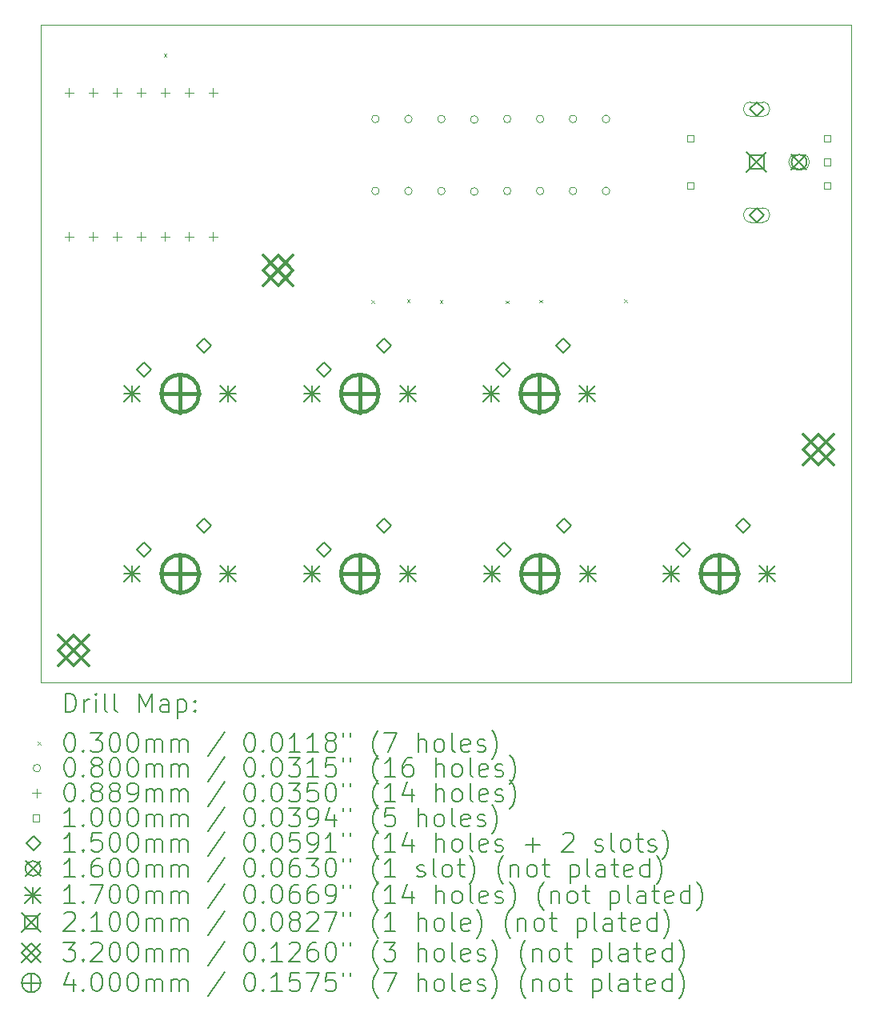
<source format=gbr>
%TF.GenerationSoftware,KiCad,Pcbnew,9.0.7*%
%TF.CreationDate,2026-02-11T18:03:53+01:00*%
%TF.ProjectId,Schematic.kicad_pcb_2,53636865-6d61-4746-9963-2e6b69636164,rev?*%
%TF.SameCoordinates,Original*%
%TF.FileFunction,Drillmap*%
%TF.FilePolarity,Positive*%
%FSLAX45Y45*%
G04 Gerber Fmt 4.5, Leading zero omitted, Abs format (unit mm)*
G04 Created by KiCad (PCBNEW 9.0.7) date 2026-02-11 18:03:53*
%MOMM*%
%LPD*%
G01*
G04 APERTURE LIST*
%ADD10C,0.050000*%
%ADD11C,0.200000*%
%ADD12C,0.100000*%
%ADD13C,0.150000*%
%ADD14C,0.160000*%
%ADD15C,0.170000*%
%ADD16C,0.210000*%
%ADD17C,0.320000*%
%ADD18C,0.400000*%
G04 APERTURE END LIST*
D10*
X1800000Y-1494375D02*
X10372500Y-1494375D01*
X10372500Y-8458125D01*
X1800000Y-8458125D01*
X1800000Y-1494375D01*
D11*
D12*
X3101000Y-1804800D02*
X3131000Y-1834800D01*
X3131000Y-1804800D02*
X3101000Y-1834800D01*
X5300071Y-4410071D02*
X5330071Y-4440071D01*
X5330071Y-4410071D02*
X5300071Y-4440071D01*
X5675000Y-4405000D02*
X5705000Y-4435000D01*
X5705000Y-4405000D02*
X5675000Y-4435000D01*
X6023393Y-4413393D02*
X6053393Y-4443393D01*
X6053393Y-4413393D02*
X6023393Y-4443393D01*
X6720536Y-4415000D02*
X6750536Y-4445000D01*
X6750536Y-4415000D02*
X6720536Y-4445000D01*
X7074554Y-4409554D02*
X7104554Y-4439554D01*
X7104554Y-4409554D02*
X7074554Y-4439554D01*
X7975000Y-4405000D02*
X8005000Y-4435000D01*
X8005000Y-4405000D02*
X7975000Y-4435000D01*
X5381250Y-2494000D02*
G75*
G02*
X5301250Y-2494000I-40000J0D01*
G01*
X5301250Y-2494000D02*
G75*
G02*
X5381250Y-2494000I40000J0D01*
G01*
X5381250Y-3256000D02*
G75*
G02*
X5301250Y-3256000I-40000J0D01*
G01*
X5301250Y-3256000D02*
G75*
G02*
X5381250Y-3256000I40000J0D01*
G01*
X5729821Y-2494000D02*
G75*
G02*
X5649821Y-2494000I-40000J0D01*
G01*
X5649821Y-2494000D02*
G75*
G02*
X5729821Y-2494000I40000J0D01*
G01*
X5729821Y-3256000D02*
G75*
G02*
X5649821Y-3256000I-40000J0D01*
G01*
X5649821Y-3256000D02*
G75*
G02*
X5729821Y-3256000I40000J0D01*
G01*
X6078393Y-2494000D02*
G75*
G02*
X5998393Y-2494000I-40000J0D01*
G01*
X5998393Y-2494000D02*
G75*
G02*
X6078393Y-2494000I40000J0D01*
G01*
X6078393Y-3256000D02*
G75*
G02*
X5998393Y-3256000I-40000J0D01*
G01*
X5998393Y-3256000D02*
G75*
G02*
X6078393Y-3256000I40000J0D01*
G01*
X6426964Y-2500000D02*
G75*
G02*
X6346964Y-2500000I-40000J0D01*
G01*
X6346964Y-2500000D02*
G75*
G02*
X6426964Y-2500000I40000J0D01*
G01*
X6426964Y-3262000D02*
G75*
G02*
X6346964Y-3262000I-40000J0D01*
G01*
X6346964Y-3262000D02*
G75*
G02*
X6426964Y-3262000I40000J0D01*
G01*
X6775536Y-2494000D02*
G75*
G02*
X6695536Y-2494000I-40000J0D01*
G01*
X6695536Y-2494000D02*
G75*
G02*
X6775536Y-2494000I40000J0D01*
G01*
X6775536Y-3256000D02*
G75*
G02*
X6695536Y-3256000I-40000J0D01*
G01*
X6695536Y-3256000D02*
G75*
G02*
X6775536Y-3256000I40000J0D01*
G01*
X7124107Y-2494000D02*
G75*
G02*
X7044107Y-2494000I-40000J0D01*
G01*
X7044107Y-2494000D02*
G75*
G02*
X7124107Y-2494000I40000J0D01*
G01*
X7124107Y-3256000D02*
G75*
G02*
X7044107Y-3256000I-40000J0D01*
G01*
X7044107Y-3256000D02*
G75*
G02*
X7124107Y-3256000I40000J0D01*
G01*
X7472679Y-2494000D02*
G75*
G02*
X7392679Y-2494000I-40000J0D01*
G01*
X7392679Y-2494000D02*
G75*
G02*
X7472679Y-2494000I40000J0D01*
G01*
X7472679Y-3256000D02*
G75*
G02*
X7392679Y-3256000I-40000J0D01*
G01*
X7392679Y-3256000D02*
G75*
G02*
X7472679Y-3256000I40000J0D01*
G01*
X7821250Y-2494000D02*
G75*
G02*
X7741250Y-2494000I-40000J0D01*
G01*
X7741250Y-2494000D02*
G75*
G02*
X7821250Y-2494000I40000J0D01*
G01*
X7821250Y-3256000D02*
G75*
G02*
X7741250Y-3256000I-40000J0D01*
G01*
X7741250Y-3256000D02*
G75*
G02*
X7821250Y-3256000I40000J0D01*
G01*
X2100000Y-2168550D02*
X2100000Y-2257450D01*
X2055550Y-2213000D02*
X2144450Y-2213000D01*
X2100000Y-3692550D02*
X2100000Y-3781450D01*
X2055550Y-3737000D02*
X2144450Y-3737000D01*
X2354000Y-2168550D02*
X2354000Y-2257450D01*
X2309550Y-2213000D02*
X2398450Y-2213000D01*
X2354000Y-3692550D02*
X2354000Y-3781450D01*
X2309550Y-3737000D02*
X2398450Y-3737000D01*
X2608000Y-2168550D02*
X2608000Y-2257450D01*
X2563550Y-2213000D02*
X2652450Y-2213000D01*
X2608000Y-3692550D02*
X2608000Y-3781450D01*
X2563550Y-3737000D02*
X2652450Y-3737000D01*
X2862000Y-2168550D02*
X2862000Y-2257450D01*
X2817550Y-2213000D02*
X2906450Y-2213000D01*
X2862000Y-3692550D02*
X2862000Y-3781450D01*
X2817550Y-3737000D02*
X2906450Y-3737000D01*
X3116000Y-2168550D02*
X3116000Y-2257450D01*
X3071550Y-2213000D02*
X3160450Y-2213000D01*
X3116000Y-3692550D02*
X3116000Y-3781450D01*
X3071550Y-3737000D02*
X3160450Y-3737000D01*
X3370000Y-2168550D02*
X3370000Y-2257450D01*
X3325550Y-2213000D02*
X3414450Y-2213000D01*
X3370000Y-3692550D02*
X3370000Y-3781450D01*
X3325550Y-3737000D02*
X3414450Y-3737000D01*
X3624000Y-2168550D02*
X3624000Y-2257450D01*
X3579550Y-2213000D02*
X3668450Y-2213000D01*
X3624000Y-3692550D02*
X3624000Y-3781450D01*
X3579550Y-3737000D02*
X3668450Y-3737000D01*
X8710356Y-2735356D02*
X8710356Y-2664644D01*
X8639644Y-2664644D01*
X8639644Y-2735356D01*
X8710356Y-2735356D01*
X8710356Y-3235356D02*
X8710356Y-3164644D01*
X8639644Y-3164644D01*
X8639644Y-3235356D01*
X8710356Y-3235356D01*
X10160356Y-2735356D02*
X10160356Y-2664644D01*
X10089644Y-2664644D01*
X10089644Y-2735356D01*
X10160356Y-2735356D01*
X10160356Y-2985356D02*
X10160356Y-2914644D01*
X10089644Y-2914644D01*
X10089644Y-2985356D01*
X10160356Y-2985356D01*
X10160356Y-3235356D02*
X10160356Y-3164644D01*
X10089644Y-3164644D01*
X10089644Y-3235356D01*
X10160356Y-3235356D01*
D13*
X2894000Y-5221000D02*
X2969000Y-5146000D01*
X2894000Y-5071000D01*
X2819000Y-5146000D01*
X2894000Y-5221000D01*
X2894000Y-7129000D02*
X2969000Y-7054000D01*
X2894000Y-6979000D01*
X2819000Y-7054000D01*
X2894000Y-7129000D01*
X3529000Y-4967000D02*
X3604000Y-4892000D01*
X3529000Y-4817000D01*
X3454000Y-4892000D01*
X3529000Y-4967000D01*
X3529000Y-6875000D02*
X3604000Y-6800000D01*
X3529000Y-6725000D01*
X3454000Y-6800000D01*
X3529000Y-6875000D01*
X4794000Y-5221000D02*
X4869000Y-5146000D01*
X4794000Y-5071000D01*
X4719000Y-5146000D01*
X4794000Y-5221000D01*
X4794000Y-7129000D02*
X4869000Y-7054000D01*
X4794000Y-6979000D01*
X4719000Y-7054000D01*
X4794000Y-7129000D01*
X5429000Y-4967000D02*
X5504000Y-4892000D01*
X5429000Y-4817000D01*
X5354000Y-4892000D01*
X5429000Y-4967000D01*
X5429000Y-6875000D02*
X5504000Y-6800000D01*
X5429000Y-6725000D01*
X5354000Y-6800000D01*
X5429000Y-6875000D01*
X6694000Y-5221000D02*
X6769000Y-5146000D01*
X6694000Y-5071000D01*
X6619000Y-5146000D01*
X6694000Y-5221000D01*
X6700000Y-7129000D02*
X6775000Y-7054000D01*
X6700000Y-6979000D01*
X6625000Y-7054000D01*
X6700000Y-7129000D01*
X7329000Y-4967000D02*
X7404000Y-4892000D01*
X7329000Y-4817000D01*
X7254000Y-4892000D01*
X7329000Y-4967000D01*
X7335000Y-6875000D02*
X7410000Y-6800000D01*
X7335000Y-6725000D01*
X7260000Y-6800000D01*
X7335000Y-6875000D01*
X8600000Y-7129000D02*
X8675000Y-7054000D01*
X8600000Y-6979000D01*
X8525000Y-7054000D01*
X8600000Y-7129000D01*
X9235000Y-6875000D02*
X9310000Y-6800000D01*
X9235000Y-6725000D01*
X9160000Y-6800000D01*
X9235000Y-6875000D01*
X9375000Y-2465000D02*
X9450000Y-2390000D01*
X9375000Y-2315000D01*
X9300000Y-2390000D01*
X9375000Y-2465000D01*
D12*
X9440000Y-2315000D02*
X9310000Y-2315000D01*
X9310000Y-2465000D02*
G75*
G02*
X9310000Y-2315000I0J75000D01*
G01*
X9310000Y-2465000D02*
X9440000Y-2465000D01*
X9440000Y-2465000D02*
G75*
G03*
X9440000Y-2315000I0J75000D01*
G01*
D13*
X9375000Y-3585000D02*
X9450000Y-3510000D01*
X9375000Y-3435000D01*
X9300000Y-3510000D01*
X9375000Y-3585000D01*
D12*
X9440000Y-3435000D02*
X9310000Y-3435000D01*
X9310000Y-3585000D02*
G75*
G02*
X9310000Y-3435000I0J75000D01*
G01*
X9310000Y-3585000D02*
X9440000Y-3585000D01*
X9440000Y-3585000D02*
G75*
G03*
X9440000Y-3435000I0J75000D01*
G01*
D14*
X9745000Y-2870000D02*
X9905000Y-3030000D01*
X9905000Y-2870000D02*
X9745000Y-3030000D01*
X9905000Y-2950000D02*
G75*
G02*
X9745000Y-2950000I-80000J0D01*
G01*
X9745000Y-2950000D02*
G75*
G02*
X9905000Y-2950000I80000J0D01*
G01*
D12*
X9855000Y-2870000D02*
X9795000Y-2870000D01*
X9795000Y-3030000D02*
G75*
G02*
X9795000Y-2870000I0J80000D01*
G01*
X9795000Y-3030000D02*
X9855000Y-3030000D01*
X9855000Y-3030000D02*
G75*
G03*
X9855000Y-2870000I0J80000D01*
G01*
D15*
X2682000Y-5315000D02*
X2852000Y-5485000D01*
X2852000Y-5315000D02*
X2682000Y-5485000D01*
X2767000Y-5315000D02*
X2767000Y-5485000D01*
X2682000Y-5400000D02*
X2852000Y-5400000D01*
X2682000Y-7223000D02*
X2852000Y-7393000D01*
X2852000Y-7223000D02*
X2682000Y-7393000D01*
X2767000Y-7223000D02*
X2767000Y-7393000D01*
X2682000Y-7308000D02*
X2852000Y-7308000D01*
X3698000Y-5315000D02*
X3868000Y-5485000D01*
X3868000Y-5315000D02*
X3698000Y-5485000D01*
X3783000Y-5315000D02*
X3783000Y-5485000D01*
X3698000Y-5400000D02*
X3868000Y-5400000D01*
X3698000Y-7223000D02*
X3868000Y-7393000D01*
X3868000Y-7223000D02*
X3698000Y-7393000D01*
X3783000Y-7223000D02*
X3783000Y-7393000D01*
X3698000Y-7308000D02*
X3868000Y-7308000D01*
X4582000Y-5315000D02*
X4752000Y-5485000D01*
X4752000Y-5315000D02*
X4582000Y-5485000D01*
X4667000Y-5315000D02*
X4667000Y-5485000D01*
X4582000Y-5400000D02*
X4752000Y-5400000D01*
X4582000Y-7223000D02*
X4752000Y-7393000D01*
X4752000Y-7223000D02*
X4582000Y-7393000D01*
X4667000Y-7223000D02*
X4667000Y-7393000D01*
X4582000Y-7308000D02*
X4752000Y-7308000D01*
X5598000Y-5315000D02*
X5768000Y-5485000D01*
X5768000Y-5315000D02*
X5598000Y-5485000D01*
X5683000Y-5315000D02*
X5683000Y-5485000D01*
X5598000Y-5400000D02*
X5768000Y-5400000D01*
X5598000Y-7223000D02*
X5768000Y-7393000D01*
X5768000Y-7223000D02*
X5598000Y-7393000D01*
X5683000Y-7223000D02*
X5683000Y-7393000D01*
X5598000Y-7308000D02*
X5768000Y-7308000D01*
X6482000Y-5315000D02*
X6652000Y-5485000D01*
X6652000Y-5315000D02*
X6482000Y-5485000D01*
X6567000Y-5315000D02*
X6567000Y-5485000D01*
X6482000Y-5400000D02*
X6652000Y-5400000D01*
X6488000Y-7223000D02*
X6658000Y-7393000D01*
X6658000Y-7223000D02*
X6488000Y-7393000D01*
X6573000Y-7223000D02*
X6573000Y-7393000D01*
X6488000Y-7308000D02*
X6658000Y-7308000D01*
X7498000Y-5315000D02*
X7668000Y-5485000D01*
X7668000Y-5315000D02*
X7498000Y-5485000D01*
X7583000Y-5315000D02*
X7583000Y-5485000D01*
X7498000Y-5400000D02*
X7668000Y-5400000D01*
X7504000Y-7223000D02*
X7674000Y-7393000D01*
X7674000Y-7223000D02*
X7504000Y-7393000D01*
X7589000Y-7223000D02*
X7589000Y-7393000D01*
X7504000Y-7308000D02*
X7674000Y-7308000D01*
X8388000Y-7223000D02*
X8558000Y-7393000D01*
X8558000Y-7223000D02*
X8388000Y-7393000D01*
X8473000Y-7223000D02*
X8473000Y-7393000D01*
X8388000Y-7308000D02*
X8558000Y-7308000D01*
X9404000Y-7223000D02*
X9574000Y-7393000D01*
X9574000Y-7223000D02*
X9404000Y-7393000D01*
X9489000Y-7223000D02*
X9489000Y-7393000D01*
X9404000Y-7308000D02*
X9574000Y-7308000D01*
D16*
X9270000Y-2845000D02*
X9480000Y-3055000D01*
X9480000Y-2845000D02*
X9270000Y-3055000D01*
X9449247Y-3024247D02*
X9449247Y-2875753D01*
X9300753Y-2875753D01*
X9300753Y-3024247D01*
X9449247Y-3024247D01*
D17*
X1990000Y-7960000D02*
X2310000Y-8280000D01*
X2310000Y-7960000D02*
X1990000Y-8280000D01*
X2150000Y-8280000D02*
X2310000Y-8120000D01*
X2150000Y-7960000D01*
X1990000Y-8120000D01*
X2150000Y-8280000D01*
X4150000Y-3940000D02*
X4470000Y-4260000D01*
X4470000Y-3940000D02*
X4150000Y-4260000D01*
X4310000Y-4260000D02*
X4470000Y-4100000D01*
X4310000Y-3940000D01*
X4150000Y-4100000D01*
X4310000Y-4260000D01*
X9870000Y-5830000D02*
X10190000Y-6150000D01*
X10190000Y-5830000D02*
X9870000Y-6150000D01*
X10030000Y-6150000D02*
X10190000Y-5990000D01*
X10030000Y-5830000D01*
X9870000Y-5990000D01*
X10030000Y-6150000D01*
D18*
X3275000Y-5200000D02*
X3275000Y-5600000D01*
X3075000Y-5400000D02*
X3475000Y-5400000D01*
X3475000Y-5400000D02*
G75*
G02*
X3075000Y-5400000I-200000J0D01*
G01*
X3075000Y-5400000D02*
G75*
G02*
X3475000Y-5400000I200000J0D01*
G01*
X3275000Y-7108000D02*
X3275000Y-7508000D01*
X3075000Y-7308000D02*
X3475000Y-7308000D01*
X3475000Y-7308000D02*
G75*
G02*
X3075000Y-7308000I-200000J0D01*
G01*
X3075000Y-7308000D02*
G75*
G02*
X3475000Y-7308000I200000J0D01*
G01*
X5175000Y-5200000D02*
X5175000Y-5600000D01*
X4975000Y-5400000D02*
X5375000Y-5400000D01*
X5375000Y-5400000D02*
G75*
G02*
X4975000Y-5400000I-200000J0D01*
G01*
X4975000Y-5400000D02*
G75*
G02*
X5375000Y-5400000I200000J0D01*
G01*
X5175000Y-7108000D02*
X5175000Y-7508000D01*
X4975000Y-7308000D02*
X5375000Y-7308000D01*
X5375000Y-7308000D02*
G75*
G02*
X4975000Y-7308000I-200000J0D01*
G01*
X4975000Y-7308000D02*
G75*
G02*
X5375000Y-7308000I200000J0D01*
G01*
X7075000Y-5200000D02*
X7075000Y-5600000D01*
X6875000Y-5400000D02*
X7275000Y-5400000D01*
X7275000Y-5400000D02*
G75*
G02*
X6875000Y-5400000I-200000J0D01*
G01*
X6875000Y-5400000D02*
G75*
G02*
X7275000Y-5400000I200000J0D01*
G01*
X7081000Y-7108000D02*
X7081000Y-7508000D01*
X6881000Y-7308000D02*
X7281000Y-7308000D01*
X7281000Y-7308000D02*
G75*
G02*
X6881000Y-7308000I-200000J0D01*
G01*
X6881000Y-7308000D02*
G75*
G02*
X7281000Y-7308000I200000J0D01*
G01*
X8981000Y-7108000D02*
X8981000Y-7508000D01*
X8781000Y-7308000D02*
X9181000Y-7308000D01*
X9181000Y-7308000D02*
G75*
G02*
X8781000Y-7308000I-200000J0D01*
G01*
X8781000Y-7308000D02*
G75*
G02*
X9181000Y-7308000I200000J0D01*
G01*
D11*
X2058277Y-8772109D02*
X2058277Y-8572109D01*
X2058277Y-8572109D02*
X2105896Y-8572109D01*
X2105896Y-8572109D02*
X2134467Y-8581633D01*
X2134467Y-8581633D02*
X2153515Y-8600680D01*
X2153515Y-8600680D02*
X2163039Y-8619728D01*
X2163039Y-8619728D02*
X2172563Y-8657823D01*
X2172563Y-8657823D02*
X2172563Y-8686395D01*
X2172563Y-8686395D02*
X2163039Y-8724490D01*
X2163039Y-8724490D02*
X2153515Y-8743537D01*
X2153515Y-8743537D02*
X2134467Y-8762585D01*
X2134467Y-8762585D02*
X2105896Y-8772109D01*
X2105896Y-8772109D02*
X2058277Y-8772109D01*
X2258277Y-8772109D02*
X2258277Y-8638775D01*
X2258277Y-8676871D02*
X2267801Y-8657823D01*
X2267801Y-8657823D02*
X2277324Y-8648299D01*
X2277324Y-8648299D02*
X2296372Y-8638775D01*
X2296372Y-8638775D02*
X2315420Y-8638775D01*
X2382086Y-8772109D02*
X2382086Y-8638775D01*
X2382086Y-8572109D02*
X2372563Y-8581633D01*
X2372563Y-8581633D02*
X2382086Y-8591156D01*
X2382086Y-8591156D02*
X2391610Y-8581633D01*
X2391610Y-8581633D02*
X2382086Y-8572109D01*
X2382086Y-8572109D02*
X2382086Y-8591156D01*
X2505896Y-8772109D02*
X2486848Y-8762585D01*
X2486848Y-8762585D02*
X2477324Y-8743537D01*
X2477324Y-8743537D02*
X2477324Y-8572109D01*
X2610658Y-8772109D02*
X2591610Y-8762585D01*
X2591610Y-8762585D02*
X2582086Y-8743537D01*
X2582086Y-8743537D02*
X2582086Y-8572109D01*
X2839229Y-8772109D02*
X2839229Y-8572109D01*
X2839229Y-8572109D02*
X2905896Y-8714966D01*
X2905896Y-8714966D02*
X2972562Y-8572109D01*
X2972562Y-8572109D02*
X2972562Y-8772109D01*
X3153515Y-8772109D02*
X3153515Y-8667347D01*
X3153515Y-8667347D02*
X3143991Y-8648299D01*
X3143991Y-8648299D02*
X3124943Y-8638775D01*
X3124943Y-8638775D02*
X3086848Y-8638775D01*
X3086848Y-8638775D02*
X3067801Y-8648299D01*
X3153515Y-8762585D02*
X3134467Y-8772109D01*
X3134467Y-8772109D02*
X3086848Y-8772109D01*
X3086848Y-8772109D02*
X3067801Y-8762585D01*
X3067801Y-8762585D02*
X3058277Y-8743537D01*
X3058277Y-8743537D02*
X3058277Y-8724490D01*
X3058277Y-8724490D02*
X3067801Y-8705442D01*
X3067801Y-8705442D02*
X3086848Y-8695918D01*
X3086848Y-8695918D02*
X3134467Y-8695918D01*
X3134467Y-8695918D02*
X3153515Y-8686395D01*
X3248753Y-8638775D02*
X3248753Y-8838775D01*
X3248753Y-8648299D02*
X3267801Y-8638775D01*
X3267801Y-8638775D02*
X3305896Y-8638775D01*
X3305896Y-8638775D02*
X3324943Y-8648299D01*
X3324943Y-8648299D02*
X3334467Y-8657823D01*
X3334467Y-8657823D02*
X3343991Y-8676871D01*
X3343991Y-8676871D02*
X3343991Y-8734014D01*
X3343991Y-8734014D02*
X3334467Y-8753061D01*
X3334467Y-8753061D02*
X3324943Y-8762585D01*
X3324943Y-8762585D02*
X3305896Y-8772109D01*
X3305896Y-8772109D02*
X3267801Y-8772109D01*
X3267801Y-8772109D02*
X3248753Y-8762585D01*
X3429705Y-8753061D02*
X3439229Y-8762585D01*
X3439229Y-8762585D02*
X3429705Y-8772109D01*
X3429705Y-8772109D02*
X3420182Y-8762585D01*
X3420182Y-8762585D02*
X3429705Y-8753061D01*
X3429705Y-8753061D02*
X3429705Y-8772109D01*
X3429705Y-8648299D02*
X3439229Y-8657823D01*
X3439229Y-8657823D02*
X3429705Y-8667347D01*
X3429705Y-8667347D02*
X3420182Y-8657823D01*
X3420182Y-8657823D02*
X3429705Y-8648299D01*
X3429705Y-8648299D02*
X3429705Y-8667347D01*
D12*
X1767500Y-9085625D02*
X1797500Y-9115625D01*
X1797500Y-9085625D02*
X1767500Y-9115625D01*
D11*
X2096372Y-8992109D02*
X2115420Y-8992109D01*
X2115420Y-8992109D02*
X2134467Y-9001633D01*
X2134467Y-9001633D02*
X2143991Y-9011156D01*
X2143991Y-9011156D02*
X2153515Y-9030204D01*
X2153515Y-9030204D02*
X2163039Y-9068299D01*
X2163039Y-9068299D02*
X2163039Y-9115918D01*
X2163039Y-9115918D02*
X2153515Y-9154014D01*
X2153515Y-9154014D02*
X2143991Y-9173061D01*
X2143991Y-9173061D02*
X2134467Y-9182585D01*
X2134467Y-9182585D02*
X2115420Y-9192109D01*
X2115420Y-9192109D02*
X2096372Y-9192109D01*
X2096372Y-9192109D02*
X2077324Y-9182585D01*
X2077324Y-9182585D02*
X2067801Y-9173061D01*
X2067801Y-9173061D02*
X2058277Y-9154014D01*
X2058277Y-9154014D02*
X2048753Y-9115918D01*
X2048753Y-9115918D02*
X2048753Y-9068299D01*
X2048753Y-9068299D02*
X2058277Y-9030204D01*
X2058277Y-9030204D02*
X2067801Y-9011156D01*
X2067801Y-9011156D02*
X2077324Y-9001633D01*
X2077324Y-9001633D02*
X2096372Y-8992109D01*
X2248753Y-9173061D02*
X2258277Y-9182585D01*
X2258277Y-9182585D02*
X2248753Y-9192109D01*
X2248753Y-9192109D02*
X2239229Y-9182585D01*
X2239229Y-9182585D02*
X2248753Y-9173061D01*
X2248753Y-9173061D02*
X2248753Y-9192109D01*
X2324944Y-8992109D02*
X2448753Y-8992109D01*
X2448753Y-8992109D02*
X2382086Y-9068299D01*
X2382086Y-9068299D02*
X2410658Y-9068299D01*
X2410658Y-9068299D02*
X2429705Y-9077823D01*
X2429705Y-9077823D02*
X2439229Y-9087347D01*
X2439229Y-9087347D02*
X2448753Y-9106395D01*
X2448753Y-9106395D02*
X2448753Y-9154014D01*
X2448753Y-9154014D02*
X2439229Y-9173061D01*
X2439229Y-9173061D02*
X2429705Y-9182585D01*
X2429705Y-9182585D02*
X2410658Y-9192109D01*
X2410658Y-9192109D02*
X2353515Y-9192109D01*
X2353515Y-9192109D02*
X2334467Y-9182585D01*
X2334467Y-9182585D02*
X2324944Y-9173061D01*
X2572563Y-8992109D02*
X2591610Y-8992109D01*
X2591610Y-8992109D02*
X2610658Y-9001633D01*
X2610658Y-9001633D02*
X2620182Y-9011156D01*
X2620182Y-9011156D02*
X2629705Y-9030204D01*
X2629705Y-9030204D02*
X2639229Y-9068299D01*
X2639229Y-9068299D02*
X2639229Y-9115918D01*
X2639229Y-9115918D02*
X2629705Y-9154014D01*
X2629705Y-9154014D02*
X2620182Y-9173061D01*
X2620182Y-9173061D02*
X2610658Y-9182585D01*
X2610658Y-9182585D02*
X2591610Y-9192109D01*
X2591610Y-9192109D02*
X2572563Y-9192109D01*
X2572563Y-9192109D02*
X2553515Y-9182585D01*
X2553515Y-9182585D02*
X2543991Y-9173061D01*
X2543991Y-9173061D02*
X2534467Y-9154014D01*
X2534467Y-9154014D02*
X2524944Y-9115918D01*
X2524944Y-9115918D02*
X2524944Y-9068299D01*
X2524944Y-9068299D02*
X2534467Y-9030204D01*
X2534467Y-9030204D02*
X2543991Y-9011156D01*
X2543991Y-9011156D02*
X2553515Y-9001633D01*
X2553515Y-9001633D02*
X2572563Y-8992109D01*
X2763039Y-8992109D02*
X2782086Y-8992109D01*
X2782086Y-8992109D02*
X2801134Y-9001633D01*
X2801134Y-9001633D02*
X2810658Y-9011156D01*
X2810658Y-9011156D02*
X2820182Y-9030204D01*
X2820182Y-9030204D02*
X2829705Y-9068299D01*
X2829705Y-9068299D02*
X2829705Y-9115918D01*
X2829705Y-9115918D02*
X2820182Y-9154014D01*
X2820182Y-9154014D02*
X2810658Y-9173061D01*
X2810658Y-9173061D02*
X2801134Y-9182585D01*
X2801134Y-9182585D02*
X2782086Y-9192109D01*
X2782086Y-9192109D02*
X2763039Y-9192109D01*
X2763039Y-9192109D02*
X2743991Y-9182585D01*
X2743991Y-9182585D02*
X2734467Y-9173061D01*
X2734467Y-9173061D02*
X2724944Y-9154014D01*
X2724944Y-9154014D02*
X2715420Y-9115918D01*
X2715420Y-9115918D02*
X2715420Y-9068299D01*
X2715420Y-9068299D02*
X2724944Y-9030204D01*
X2724944Y-9030204D02*
X2734467Y-9011156D01*
X2734467Y-9011156D02*
X2743991Y-9001633D01*
X2743991Y-9001633D02*
X2763039Y-8992109D01*
X2915420Y-9192109D02*
X2915420Y-9058775D01*
X2915420Y-9077823D02*
X2924943Y-9068299D01*
X2924943Y-9068299D02*
X2943991Y-9058775D01*
X2943991Y-9058775D02*
X2972563Y-9058775D01*
X2972563Y-9058775D02*
X2991610Y-9068299D01*
X2991610Y-9068299D02*
X3001134Y-9087347D01*
X3001134Y-9087347D02*
X3001134Y-9192109D01*
X3001134Y-9087347D02*
X3010658Y-9068299D01*
X3010658Y-9068299D02*
X3029705Y-9058775D01*
X3029705Y-9058775D02*
X3058277Y-9058775D01*
X3058277Y-9058775D02*
X3077324Y-9068299D01*
X3077324Y-9068299D02*
X3086848Y-9087347D01*
X3086848Y-9087347D02*
X3086848Y-9192109D01*
X3182086Y-9192109D02*
X3182086Y-9058775D01*
X3182086Y-9077823D02*
X3191610Y-9068299D01*
X3191610Y-9068299D02*
X3210658Y-9058775D01*
X3210658Y-9058775D02*
X3239229Y-9058775D01*
X3239229Y-9058775D02*
X3258277Y-9068299D01*
X3258277Y-9068299D02*
X3267801Y-9087347D01*
X3267801Y-9087347D02*
X3267801Y-9192109D01*
X3267801Y-9087347D02*
X3277324Y-9068299D01*
X3277324Y-9068299D02*
X3296372Y-9058775D01*
X3296372Y-9058775D02*
X3324943Y-9058775D01*
X3324943Y-9058775D02*
X3343991Y-9068299D01*
X3343991Y-9068299D02*
X3353515Y-9087347D01*
X3353515Y-9087347D02*
X3353515Y-9192109D01*
X3743991Y-8982585D02*
X3572563Y-9239728D01*
X4001134Y-8992109D02*
X4020182Y-8992109D01*
X4020182Y-8992109D02*
X4039229Y-9001633D01*
X4039229Y-9001633D02*
X4048753Y-9011156D01*
X4048753Y-9011156D02*
X4058277Y-9030204D01*
X4058277Y-9030204D02*
X4067801Y-9068299D01*
X4067801Y-9068299D02*
X4067801Y-9115918D01*
X4067801Y-9115918D02*
X4058277Y-9154014D01*
X4058277Y-9154014D02*
X4048753Y-9173061D01*
X4048753Y-9173061D02*
X4039229Y-9182585D01*
X4039229Y-9182585D02*
X4020182Y-9192109D01*
X4020182Y-9192109D02*
X4001134Y-9192109D01*
X4001134Y-9192109D02*
X3982086Y-9182585D01*
X3982086Y-9182585D02*
X3972563Y-9173061D01*
X3972563Y-9173061D02*
X3963039Y-9154014D01*
X3963039Y-9154014D02*
X3953515Y-9115918D01*
X3953515Y-9115918D02*
X3953515Y-9068299D01*
X3953515Y-9068299D02*
X3963039Y-9030204D01*
X3963039Y-9030204D02*
X3972563Y-9011156D01*
X3972563Y-9011156D02*
X3982086Y-9001633D01*
X3982086Y-9001633D02*
X4001134Y-8992109D01*
X4153515Y-9173061D02*
X4163039Y-9182585D01*
X4163039Y-9182585D02*
X4153515Y-9192109D01*
X4153515Y-9192109D02*
X4143991Y-9182585D01*
X4143991Y-9182585D02*
X4153515Y-9173061D01*
X4153515Y-9173061D02*
X4153515Y-9192109D01*
X4286848Y-8992109D02*
X4305896Y-8992109D01*
X4305896Y-8992109D02*
X4324944Y-9001633D01*
X4324944Y-9001633D02*
X4334468Y-9011156D01*
X4334468Y-9011156D02*
X4343991Y-9030204D01*
X4343991Y-9030204D02*
X4353515Y-9068299D01*
X4353515Y-9068299D02*
X4353515Y-9115918D01*
X4353515Y-9115918D02*
X4343991Y-9154014D01*
X4343991Y-9154014D02*
X4334468Y-9173061D01*
X4334468Y-9173061D02*
X4324944Y-9182585D01*
X4324944Y-9182585D02*
X4305896Y-9192109D01*
X4305896Y-9192109D02*
X4286848Y-9192109D01*
X4286848Y-9192109D02*
X4267801Y-9182585D01*
X4267801Y-9182585D02*
X4258277Y-9173061D01*
X4258277Y-9173061D02*
X4248753Y-9154014D01*
X4248753Y-9154014D02*
X4239229Y-9115918D01*
X4239229Y-9115918D02*
X4239229Y-9068299D01*
X4239229Y-9068299D02*
X4248753Y-9030204D01*
X4248753Y-9030204D02*
X4258277Y-9011156D01*
X4258277Y-9011156D02*
X4267801Y-9001633D01*
X4267801Y-9001633D02*
X4286848Y-8992109D01*
X4543991Y-9192109D02*
X4429706Y-9192109D01*
X4486848Y-9192109D02*
X4486848Y-8992109D01*
X4486848Y-8992109D02*
X4467801Y-9020680D01*
X4467801Y-9020680D02*
X4448753Y-9039728D01*
X4448753Y-9039728D02*
X4429706Y-9049252D01*
X4734468Y-9192109D02*
X4620182Y-9192109D01*
X4677325Y-9192109D02*
X4677325Y-8992109D01*
X4677325Y-8992109D02*
X4658277Y-9020680D01*
X4658277Y-9020680D02*
X4639229Y-9039728D01*
X4639229Y-9039728D02*
X4620182Y-9049252D01*
X4848753Y-9077823D02*
X4829706Y-9068299D01*
X4829706Y-9068299D02*
X4820182Y-9058775D01*
X4820182Y-9058775D02*
X4810658Y-9039728D01*
X4810658Y-9039728D02*
X4810658Y-9030204D01*
X4810658Y-9030204D02*
X4820182Y-9011156D01*
X4820182Y-9011156D02*
X4829706Y-9001633D01*
X4829706Y-9001633D02*
X4848753Y-8992109D01*
X4848753Y-8992109D02*
X4886849Y-8992109D01*
X4886849Y-8992109D02*
X4905896Y-9001633D01*
X4905896Y-9001633D02*
X4915420Y-9011156D01*
X4915420Y-9011156D02*
X4924944Y-9030204D01*
X4924944Y-9030204D02*
X4924944Y-9039728D01*
X4924944Y-9039728D02*
X4915420Y-9058775D01*
X4915420Y-9058775D02*
X4905896Y-9068299D01*
X4905896Y-9068299D02*
X4886849Y-9077823D01*
X4886849Y-9077823D02*
X4848753Y-9077823D01*
X4848753Y-9077823D02*
X4829706Y-9087347D01*
X4829706Y-9087347D02*
X4820182Y-9096871D01*
X4820182Y-9096871D02*
X4810658Y-9115918D01*
X4810658Y-9115918D02*
X4810658Y-9154014D01*
X4810658Y-9154014D02*
X4820182Y-9173061D01*
X4820182Y-9173061D02*
X4829706Y-9182585D01*
X4829706Y-9182585D02*
X4848753Y-9192109D01*
X4848753Y-9192109D02*
X4886849Y-9192109D01*
X4886849Y-9192109D02*
X4905896Y-9182585D01*
X4905896Y-9182585D02*
X4915420Y-9173061D01*
X4915420Y-9173061D02*
X4924944Y-9154014D01*
X4924944Y-9154014D02*
X4924944Y-9115918D01*
X4924944Y-9115918D02*
X4915420Y-9096871D01*
X4915420Y-9096871D02*
X4905896Y-9087347D01*
X4905896Y-9087347D02*
X4886849Y-9077823D01*
X5001134Y-8992109D02*
X5001134Y-9030204D01*
X5077325Y-8992109D02*
X5077325Y-9030204D01*
X5372563Y-9268299D02*
X5363039Y-9258775D01*
X5363039Y-9258775D02*
X5343991Y-9230204D01*
X5343991Y-9230204D02*
X5334468Y-9211156D01*
X5334468Y-9211156D02*
X5324944Y-9182585D01*
X5324944Y-9182585D02*
X5315420Y-9134966D01*
X5315420Y-9134966D02*
X5315420Y-9096871D01*
X5315420Y-9096871D02*
X5324944Y-9049252D01*
X5324944Y-9049252D02*
X5334468Y-9020680D01*
X5334468Y-9020680D02*
X5343991Y-9001633D01*
X5343991Y-9001633D02*
X5363039Y-8973061D01*
X5363039Y-8973061D02*
X5372563Y-8963537D01*
X5429706Y-8992109D02*
X5563039Y-8992109D01*
X5563039Y-8992109D02*
X5477325Y-9192109D01*
X5791610Y-9192109D02*
X5791610Y-8992109D01*
X5877325Y-9192109D02*
X5877325Y-9087347D01*
X5877325Y-9087347D02*
X5867801Y-9068299D01*
X5867801Y-9068299D02*
X5848753Y-9058775D01*
X5848753Y-9058775D02*
X5820182Y-9058775D01*
X5820182Y-9058775D02*
X5801134Y-9068299D01*
X5801134Y-9068299D02*
X5791610Y-9077823D01*
X6001134Y-9192109D02*
X5982087Y-9182585D01*
X5982087Y-9182585D02*
X5972563Y-9173061D01*
X5972563Y-9173061D02*
X5963039Y-9154014D01*
X5963039Y-9154014D02*
X5963039Y-9096871D01*
X5963039Y-9096871D02*
X5972563Y-9077823D01*
X5972563Y-9077823D02*
X5982087Y-9068299D01*
X5982087Y-9068299D02*
X6001134Y-9058775D01*
X6001134Y-9058775D02*
X6029706Y-9058775D01*
X6029706Y-9058775D02*
X6048753Y-9068299D01*
X6048753Y-9068299D02*
X6058277Y-9077823D01*
X6058277Y-9077823D02*
X6067801Y-9096871D01*
X6067801Y-9096871D02*
X6067801Y-9154014D01*
X6067801Y-9154014D02*
X6058277Y-9173061D01*
X6058277Y-9173061D02*
X6048753Y-9182585D01*
X6048753Y-9182585D02*
X6029706Y-9192109D01*
X6029706Y-9192109D02*
X6001134Y-9192109D01*
X6182087Y-9192109D02*
X6163039Y-9182585D01*
X6163039Y-9182585D02*
X6153515Y-9163537D01*
X6153515Y-9163537D02*
X6153515Y-8992109D01*
X6334468Y-9182585D02*
X6315420Y-9192109D01*
X6315420Y-9192109D02*
X6277325Y-9192109D01*
X6277325Y-9192109D02*
X6258277Y-9182585D01*
X6258277Y-9182585D02*
X6248753Y-9163537D01*
X6248753Y-9163537D02*
X6248753Y-9087347D01*
X6248753Y-9087347D02*
X6258277Y-9068299D01*
X6258277Y-9068299D02*
X6277325Y-9058775D01*
X6277325Y-9058775D02*
X6315420Y-9058775D01*
X6315420Y-9058775D02*
X6334468Y-9068299D01*
X6334468Y-9068299D02*
X6343991Y-9087347D01*
X6343991Y-9087347D02*
X6343991Y-9106395D01*
X6343991Y-9106395D02*
X6248753Y-9125442D01*
X6420182Y-9182585D02*
X6439230Y-9192109D01*
X6439230Y-9192109D02*
X6477325Y-9192109D01*
X6477325Y-9192109D02*
X6496372Y-9182585D01*
X6496372Y-9182585D02*
X6505896Y-9163537D01*
X6505896Y-9163537D02*
X6505896Y-9154014D01*
X6505896Y-9154014D02*
X6496372Y-9134966D01*
X6496372Y-9134966D02*
X6477325Y-9125442D01*
X6477325Y-9125442D02*
X6448753Y-9125442D01*
X6448753Y-9125442D02*
X6429706Y-9115918D01*
X6429706Y-9115918D02*
X6420182Y-9096871D01*
X6420182Y-9096871D02*
X6420182Y-9087347D01*
X6420182Y-9087347D02*
X6429706Y-9068299D01*
X6429706Y-9068299D02*
X6448753Y-9058775D01*
X6448753Y-9058775D02*
X6477325Y-9058775D01*
X6477325Y-9058775D02*
X6496372Y-9068299D01*
X6572563Y-9268299D02*
X6582087Y-9258775D01*
X6582087Y-9258775D02*
X6601134Y-9230204D01*
X6601134Y-9230204D02*
X6610658Y-9211156D01*
X6610658Y-9211156D02*
X6620182Y-9182585D01*
X6620182Y-9182585D02*
X6629706Y-9134966D01*
X6629706Y-9134966D02*
X6629706Y-9096871D01*
X6629706Y-9096871D02*
X6620182Y-9049252D01*
X6620182Y-9049252D02*
X6610658Y-9020680D01*
X6610658Y-9020680D02*
X6601134Y-9001633D01*
X6601134Y-9001633D02*
X6582087Y-8973061D01*
X6582087Y-8973061D02*
X6572563Y-8963537D01*
D12*
X1797500Y-9364625D02*
G75*
G02*
X1717500Y-9364625I-40000J0D01*
G01*
X1717500Y-9364625D02*
G75*
G02*
X1797500Y-9364625I40000J0D01*
G01*
D11*
X2096372Y-9256109D02*
X2115420Y-9256109D01*
X2115420Y-9256109D02*
X2134467Y-9265633D01*
X2134467Y-9265633D02*
X2143991Y-9275156D01*
X2143991Y-9275156D02*
X2153515Y-9294204D01*
X2153515Y-9294204D02*
X2163039Y-9332299D01*
X2163039Y-9332299D02*
X2163039Y-9379918D01*
X2163039Y-9379918D02*
X2153515Y-9418014D01*
X2153515Y-9418014D02*
X2143991Y-9437061D01*
X2143991Y-9437061D02*
X2134467Y-9446585D01*
X2134467Y-9446585D02*
X2115420Y-9456109D01*
X2115420Y-9456109D02*
X2096372Y-9456109D01*
X2096372Y-9456109D02*
X2077324Y-9446585D01*
X2077324Y-9446585D02*
X2067801Y-9437061D01*
X2067801Y-9437061D02*
X2058277Y-9418014D01*
X2058277Y-9418014D02*
X2048753Y-9379918D01*
X2048753Y-9379918D02*
X2048753Y-9332299D01*
X2048753Y-9332299D02*
X2058277Y-9294204D01*
X2058277Y-9294204D02*
X2067801Y-9275156D01*
X2067801Y-9275156D02*
X2077324Y-9265633D01*
X2077324Y-9265633D02*
X2096372Y-9256109D01*
X2248753Y-9437061D02*
X2258277Y-9446585D01*
X2258277Y-9446585D02*
X2248753Y-9456109D01*
X2248753Y-9456109D02*
X2239229Y-9446585D01*
X2239229Y-9446585D02*
X2248753Y-9437061D01*
X2248753Y-9437061D02*
X2248753Y-9456109D01*
X2372563Y-9341823D02*
X2353515Y-9332299D01*
X2353515Y-9332299D02*
X2343991Y-9322775D01*
X2343991Y-9322775D02*
X2334467Y-9303728D01*
X2334467Y-9303728D02*
X2334467Y-9294204D01*
X2334467Y-9294204D02*
X2343991Y-9275156D01*
X2343991Y-9275156D02*
X2353515Y-9265633D01*
X2353515Y-9265633D02*
X2372563Y-9256109D01*
X2372563Y-9256109D02*
X2410658Y-9256109D01*
X2410658Y-9256109D02*
X2429705Y-9265633D01*
X2429705Y-9265633D02*
X2439229Y-9275156D01*
X2439229Y-9275156D02*
X2448753Y-9294204D01*
X2448753Y-9294204D02*
X2448753Y-9303728D01*
X2448753Y-9303728D02*
X2439229Y-9322775D01*
X2439229Y-9322775D02*
X2429705Y-9332299D01*
X2429705Y-9332299D02*
X2410658Y-9341823D01*
X2410658Y-9341823D02*
X2372563Y-9341823D01*
X2372563Y-9341823D02*
X2353515Y-9351347D01*
X2353515Y-9351347D02*
X2343991Y-9360871D01*
X2343991Y-9360871D02*
X2334467Y-9379918D01*
X2334467Y-9379918D02*
X2334467Y-9418014D01*
X2334467Y-9418014D02*
X2343991Y-9437061D01*
X2343991Y-9437061D02*
X2353515Y-9446585D01*
X2353515Y-9446585D02*
X2372563Y-9456109D01*
X2372563Y-9456109D02*
X2410658Y-9456109D01*
X2410658Y-9456109D02*
X2429705Y-9446585D01*
X2429705Y-9446585D02*
X2439229Y-9437061D01*
X2439229Y-9437061D02*
X2448753Y-9418014D01*
X2448753Y-9418014D02*
X2448753Y-9379918D01*
X2448753Y-9379918D02*
X2439229Y-9360871D01*
X2439229Y-9360871D02*
X2429705Y-9351347D01*
X2429705Y-9351347D02*
X2410658Y-9341823D01*
X2572563Y-9256109D02*
X2591610Y-9256109D01*
X2591610Y-9256109D02*
X2610658Y-9265633D01*
X2610658Y-9265633D02*
X2620182Y-9275156D01*
X2620182Y-9275156D02*
X2629705Y-9294204D01*
X2629705Y-9294204D02*
X2639229Y-9332299D01*
X2639229Y-9332299D02*
X2639229Y-9379918D01*
X2639229Y-9379918D02*
X2629705Y-9418014D01*
X2629705Y-9418014D02*
X2620182Y-9437061D01*
X2620182Y-9437061D02*
X2610658Y-9446585D01*
X2610658Y-9446585D02*
X2591610Y-9456109D01*
X2591610Y-9456109D02*
X2572563Y-9456109D01*
X2572563Y-9456109D02*
X2553515Y-9446585D01*
X2553515Y-9446585D02*
X2543991Y-9437061D01*
X2543991Y-9437061D02*
X2534467Y-9418014D01*
X2534467Y-9418014D02*
X2524944Y-9379918D01*
X2524944Y-9379918D02*
X2524944Y-9332299D01*
X2524944Y-9332299D02*
X2534467Y-9294204D01*
X2534467Y-9294204D02*
X2543991Y-9275156D01*
X2543991Y-9275156D02*
X2553515Y-9265633D01*
X2553515Y-9265633D02*
X2572563Y-9256109D01*
X2763039Y-9256109D02*
X2782086Y-9256109D01*
X2782086Y-9256109D02*
X2801134Y-9265633D01*
X2801134Y-9265633D02*
X2810658Y-9275156D01*
X2810658Y-9275156D02*
X2820182Y-9294204D01*
X2820182Y-9294204D02*
X2829705Y-9332299D01*
X2829705Y-9332299D02*
X2829705Y-9379918D01*
X2829705Y-9379918D02*
X2820182Y-9418014D01*
X2820182Y-9418014D02*
X2810658Y-9437061D01*
X2810658Y-9437061D02*
X2801134Y-9446585D01*
X2801134Y-9446585D02*
X2782086Y-9456109D01*
X2782086Y-9456109D02*
X2763039Y-9456109D01*
X2763039Y-9456109D02*
X2743991Y-9446585D01*
X2743991Y-9446585D02*
X2734467Y-9437061D01*
X2734467Y-9437061D02*
X2724944Y-9418014D01*
X2724944Y-9418014D02*
X2715420Y-9379918D01*
X2715420Y-9379918D02*
X2715420Y-9332299D01*
X2715420Y-9332299D02*
X2724944Y-9294204D01*
X2724944Y-9294204D02*
X2734467Y-9275156D01*
X2734467Y-9275156D02*
X2743991Y-9265633D01*
X2743991Y-9265633D02*
X2763039Y-9256109D01*
X2915420Y-9456109D02*
X2915420Y-9322775D01*
X2915420Y-9341823D02*
X2924943Y-9332299D01*
X2924943Y-9332299D02*
X2943991Y-9322775D01*
X2943991Y-9322775D02*
X2972563Y-9322775D01*
X2972563Y-9322775D02*
X2991610Y-9332299D01*
X2991610Y-9332299D02*
X3001134Y-9351347D01*
X3001134Y-9351347D02*
X3001134Y-9456109D01*
X3001134Y-9351347D02*
X3010658Y-9332299D01*
X3010658Y-9332299D02*
X3029705Y-9322775D01*
X3029705Y-9322775D02*
X3058277Y-9322775D01*
X3058277Y-9322775D02*
X3077324Y-9332299D01*
X3077324Y-9332299D02*
X3086848Y-9351347D01*
X3086848Y-9351347D02*
X3086848Y-9456109D01*
X3182086Y-9456109D02*
X3182086Y-9322775D01*
X3182086Y-9341823D02*
X3191610Y-9332299D01*
X3191610Y-9332299D02*
X3210658Y-9322775D01*
X3210658Y-9322775D02*
X3239229Y-9322775D01*
X3239229Y-9322775D02*
X3258277Y-9332299D01*
X3258277Y-9332299D02*
X3267801Y-9351347D01*
X3267801Y-9351347D02*
X3267801Y-9456109D01*
X3267801Y-9351347D02*
X3277324Y-9332299D01*
X3277324Y-9332299D02*
X3296372Y-9322775D01*
X3296372Y-9322775D02*
X3324943Y-9322775D01*
X3324943Y-9322775D02*
X3343991Y-9332299D01*
X3343991Y-9332299D02*
X3353515Y-9351347D01*
X3353515Y-9351347D02*
X3353515Y-9456109D01*
X3743991Y-9246585D02*
X3572563Y-9503728D01*
X4001134Y-9256109D02*
X4020182Y-9256109D01*
X4020182Y-9256109D02*
X4039229Y-9265633D01*
X4039229Y-9265633D02*
X4048753Y-9275156D01*
X4048753Y-9275156D02*
X4058277Y-9294204D01*
X4058277Y-9294204D02*
X4067801Y-9332299D01*
X4067801Y-9332299D02*
X4067801Y-9379918D01*
X4067801Y-9379918D02*
X4058277Y-9418014D01*
X4058277Y-9418014D02*
X4048753Y-9437061D01*
X4048753Y-9437061D02*
X4039229Y-9446585D01*
X4039229Y-9446585D02*
X4020182Y-9456109D01*
X4020182Y-9456109D02*
X4001134Y-9456109D01*
X4001134Y-9456109D02*
X3982086Y-9446585D01*
X3982086Y-9446585D02*
X3972563Y-9437061D01*
X3972563Y-9437061D02*
X3963039Y-9418014D01*
X3963039Y-9418014D02*
X3953515Y-9379918D01*
X3953515Y-9379918D02*
X3953515Y-9332299D01*
X3953515Y-9332299D02*
X3963039Y-9294204D01*
X3963039Y-9294204D02*
X3972563Y-9275156D01*
X3972563Y-9275156D02*
X3982086Y-9265633D01*
X3982086Y-9265633D02*
X4001134Y-9256109D01*
X4153515Y-9437061D02*
X4163039Y-9446585D01*
X4163039Y-9446585D02*
X4153515Y-9456109D01*
X4153515Y-9456109D02*
X4143991Y-9446585D01*
X4143991Y-9446585D02*
X4153515Y-9437061D01*
X4153515Y-9437061D02*
X4153515Y-9456109D01*
X4286848Y-9256109D02*
X4305896Y-9256109D01*
X4305896Y-9256109D02*
X4324944Y-9265633D01*
X4324944Y-9265633D02*
X4334468Y-9275156D01*
X4334468Y-9275156D02*
X4343991Y-9294204D01*
X4343991Y-9294204D02*
X4353515Y-9332299D01*
X4353515Y-9332299D02*
X4353515Y-9379918D01*
X4353515Y-9379918D02*
X4343991Y-9418014D01*
X4343991Y-9418014D02*
X4334468Y-9437061D01*
X4334468Y-9437061D02*
X4324944Y-9446585D01*
X4324944Y-9446585D02*
X4305896Y-9456109D01*
X4305896Y-9456109D02*
X4286848Y-9456109D01*
X4286848Y-9456109D02*
X4267801Y-9446585D01*
X4267801Y-9446585D02*
X4258277Y-9437061D01*
X4258277Y-9437061D02*
X4248753Y-9418014D01*
X4248753Y-9418014D02*
X4239229Y-9379918D01*
X4239229Y-9379918D02*
X4239229Y-9332299D01*
X4239229Y-9332299D02*
X4248753Y-9294204D01*
X4248753Y-9294204D02*
X4258277Y-9275156D01*
X4258277Y-9275156D02*
X4267801Y-9265633D01*
X4267801Y-9265633D02*
X4286848Y-9256109D01*
X4420182Y-9256109D02*
X4543991Y-9256109D01*
X4543991Y-9256109D02*
X4477325Y-9332299D01*
X4477325Y-9332299D02*
X4505896Y-9332299D01*
X4505896Y-9332299D02*
X4524944Y-9341823D01*
X4524944Y-9341823D02*
X4534468Y-9351347D01*
X4534468Y-9351347D02*
X4543991Y-9370395D01*
X4543991Y-9370395D02*
X4543991Y-9418014D01*
X4543991Y-9418014D02*
X4534468Y-9437061D01*
X4534468Y-9437061D02*
X4524944Y-9446585D01*
X4524944Y-9446585D02*
X4505896Y-9456109D01*
X4505896Y-9456109D02*
X4448753Y-9456109D01*
X4448753Y-9456109D02*
X4429706Y-9446585D01*
X4429706Y-9446585D02*
X4420182Y-9437061D01*
X4734468Y-9456109D02*
X4620182Y-9456109D01*
X4677325Y-9456109D02*
X4677325Y-9256109D01*
X4677325Y-9256109D02*
X4658277Y-9284680D01*
X4658277Y-9284680D02*
X4639229Y-9303728D01*
X4639229Y-9303728D02*
X4620182Y-9313252D01*
X4915420Y-9256109D02*
X4820182Y-9256109D01*
X4820182Y-9256109D02*
X4810658Y-9351347D01*
X4810658Y-9351347D02*
X4820182Y-9341823D01*
X4820182Y-9341823D02*
X4839229Y-9332299D01*
X4839229Y-9332299D02*
X4886849Y-9332299D01*
X4886849Y-9332299D02*
X4905896Y-9341823D01*
X4905896Y-9341823D02*
X4915420Y-9351347D01*
X4915420Y-9351347D02*
X4924944Y-9370395D01*
X4924944Y-9370395D02*
X4924944Y-9418014D01*
X4924944Y-9418014D02*
X4915420Y-9437061D01*
X4915420Y-9437061D02*
X4905896Y-9446585D01*
X4905896Y-9446585D02*
X4886849Y-9456109D01*
X4886849Y-9456109D02*
X4839229Y-9456109D01*
X4839229Y-9456109D02*
X4820182Y-9446585D01*
X4820182Y-9446585D02*
X4810658Y-9437061D01*
X5001134Y-9256109D02*
X5001134Y-9294204D01*
X5077325Y-9256109D02*
X5077325Y-9294204D01*
X5372563Y-9532299D02*
X5363039Y-9522775D01*
X5363039Y-9522775D02*
X5343991Y-9494204D01*
X5343991Y-9494204D02*
X5334468Y-9475156D01*
X5334468Y-9475156D02*
X5324944Y-9446585D01*
X5324944Y-9446585D02*
X5315420Y-9398966D01*
X5315420Y-9398966D02*
X5315420Y-9360871D01*
X5315420Y-9360871D02*
X5324944Y-9313252D01*
X5324944Y-9313252D02*
X5334468Y-9284680D01*
X5334468Y-9284680D02*
X5343991Y-9265633D01*
X5343991Y-9265633D02*
X5363039Y-9237061D01*
X5363039Y-9237061D02*
X5372563Y-9227537D01*
X5553515Y-9456109D02*
X5439230Y-9456109D01*
X5496372Y-9456109D02*
X5496372Y-9256109D01*
X5496372Y-9256109D02*
X5477325Y-9284680D01*
X5477325Y-9284680D02*
X5458277Y-9303728D01*
X5458277Y-9303728D02*
X5439230Y-9313252D01*
X5724944Y-9256109D02*
X5686848Y-9256109D01*
X5686848Y-9256109D02*
X5667801Y-9265633D01*
X5667801Y-9265633D02*
X5658277Y-9275156D01*
X5658277Y-9275156D02*
X5639229Y-9303728D01*
X5639229Y-9303728D02*
X5629706Y-9341823D01*
X5629706Y-9341823D02*
X5629706Y-9418014D01*
X5629706Y-9418014D02*
X5639229Y-9437061D01*
X5639229Y-9437061D02*
X5648753Y-9446585D01*
X5648753Y-9446585D02*
X5667801Y-9456109D01*
X5667801Y-9456109D02*
X5705896Y-9456109D01*
X5705896Y-9456109D02*
X5724944Y-9446585D01*
X5724944Y-9446585D02*
X5734468Y-9437061D01*
X5734468Y-9437061D02*
X5743991Y-9418014D01*
X5743991Y-9418014D02*
X5743991Y-9370395D01*
X5743991Y-9370395D02*
X5734468Y-9351347D01*
X5734468Y-9351347D02*
X5724944Y-9341823D01*
X5724944Y-9341823D02*
X5705896Y-9332299D01*
X5705896Y-9332299D02*
X5667801Y-9332299D01*
X5667801Y-9332299D02*
X5648753Y-9341823D01*
X5648753Y-9341823D02*
X5639229Y-9351347D01*
X5639229Y-9351347D02*
X5629706Y-9370395D01*
X5982087Y-9456109D02*
X5982087Y-9256109D01*
X6067801Y-9456109D02*
X6067801Y-9351347D01*
X6067801Y-9351347D02*
X6058277Y-9332299D01*
X6058277Y-9332299D02*
X6039230Y-9322775D01*
X6039230Y-9322775D02*
X6010658Y-9322775D01*
X6010658Y-9322775D02*
X5991610Y-9332299D01*
X5991610Y-9332299D02*
X5982087Y-9341823D01*
X6191610Y-9456109D02*
X6172563Y-9446585D01*
X6172563Y-9446585D02*
X6163039Y-9437061D01*
X6163039Y-9437061D02*
X6153515Y-9418014D01*
X6153515Y-9418014D02*
X6153515Y-9360871D01*
X6153515Y-9360871D02*
X6163039Y-9341823D01*
X6163039Y-9341823D02*
X6172563Y-9332299D01*
X6172563Y-9332299D02*
X6191610Y-9322775D01*
X6191610Y-9322775D02*
X6220182Y-9322775D01*
X6220182Y-9322775D02*
X6239230Y-9332299D01*
X6239230Y-9332299D02*
X6248753Y-9341823D01*
X6248753Y-9341823D02*
X6258277Y-9360871D01*
X6258277Y-9360871D02*
X6258277Y-9418014D01*
X6258277Y-9418014D02*
X6248753Y-9437061D01*
X6248753Y-9437061D02*
X6239230Y-9446585D01*
X6239230Y-9446585D02*
X6220182Y-9456109D01*
X6220182Y-9456109D02*
X6191610Y-9456109D01*
X6372563Y-9456109D02*
X6353515Y-9446585D01*
X6353515Y-9446585D02*
X6343991Y-9427537D01*
X6343991Y-9427537D02*
X6343991Y-9256109D01*
X6524944Y-9446585D02*
X6505896Y-9456109D01*
X6505896Y-9456109D02*
X6467801Y-9456109D01*
X6467801Y-9456109D02*
X6448753Y-9446585D01*
X6448753Y-9446585D02*
X6439230Y-9427537D01*
X6439230Y-9427537D02*
X6439230Y-9351347D01*
X6439230Y-9351347D02*
X6448753Y-9332299D01*
X6448753Y-9332299D02*
X6467801Y-9322775D01*
X6467801Y-9322775D02*
X6505896Y-9322775D01*
X6505896Y-9322775D02*
X6524944Y-9332299D01*
X6524944Y-9332299D02*
X6534468Y-9351347D01*
X6534468Y-9351347D02*
X6534468Y-9370395D01*
X6534468Y-9370395D02*
X6439230Y-9389442D01*
X6610658Y-9446585D02*
X6629706Y-9456109D01*
X6629706Y-9456109D02*
X6667801Y-9456109D01*
X6667801Y-9456109D02*
X6686849Y-9446585D01*
X6686849Y-9446585D02*
X6696372Y-9427537D01*
X6696372Y-9427537D02*
X6696372Y-9418014D01*
X6696372Y-9418014D02*
X6686849Y-9398966D01*
X6686849Y-9398966D02*
X6667801Y-9389442D01*
X6667801Y-9389442D02*
X6639230Y-9389442D01*
X6639230Y-9389442D02*
X6620182Y-9379918D01*
X6620182Y-9379918D02*
X6610658Y-9360871D01*
X6610658Y-9360871D02*
X6610658Y-9351347D01*
X6610658Y-9351347D02*
X6620182Y-9332299D01*
X6620182Y-9332299D02*
X6639230Y-9322775D01*
X6639230Y-9322775D02*
X6667801Y-9322775D01*
X6667801Y-9322775D02*
X6686849Y-9332299D01*
X6763039Y-9532299D02*
X6772563Y-9522775D01*
X6772563Y-9522775D02*
X6791611Y-9494204D01*
X6791611Y-9494204D02*
X6801134Y-9475156D01*
X6801134Y-9475156D02*
X6810658Y-9446585D01*
X6810658Y-9446585D02*
X6820182Y-9398966D01*
X6820182Y-9398966D02*
X6820182Y-9360871D01*
X6820182Y-9360871D02*
X6810658Y-9313252D01*
X6810658Y-9313252D02*
X6801134Y-9284680D01*
X6801134Y-9284680D02*
X6791611Y-9265633D01*
X6791611Y-9265633D02*
X6772563Y-9237061D01*
X6772563Y-9237061D02*
X6763039Y-9227537D01*
D12*
X1753050Y-9584175D02*
X1753050Y-9673075D01*
X1708600Y-9628625D02*
X1797500Y-9628625D01*
D11*
X2096372Y-9520109D02*
X2115420Y-9520109D01*
X2115420Y-9520109D02*
X2134467Y-9529633D01*
X2134467Y-9529633D02*
X2143991Y-9539156D01*
X2143991Y-9539156D02*
X2153515Y-9558204D01*
X2153515Y-9558204D02*
X2163039Y-9596299D01*
X2163039Y-9596299D02*
X2163039Y-9643918D01*
X2163039Y-9643918D02*
X2153515Y-9682014D01*
X2153515Y-9682014D02*
X2143991Y-9701061D01*
X2143991Y-9701061D02*
X2134467Y-9710585D01*
X2134467Y-9710585D02*
X2115420Y-9720109D01*
X2115420Y-9720109D02*
X2096372Y-9720109D01*
X2096372Y-9720109D02*
X2077324Y-9710585D01*
X2077324Y-9710585D02*
X2067801Y-9701061D01*
X2067801Y-9701061D02*
X2058277Y-9682014D01*
X2058277Y-9682014D02*
X2048753Y-9643918D01*
X2048753Y-9643918D02*
X2048753Y-9596299D01*
X2048753Y-9596299D02*
X2058277Y-9558204D01*
X2058277Y-9558204D02*
X2067801Y-9539156D01*
X2067801Y-9539156D02*
X2077324Y-9529633D01*
X2077324Y-9529633D02*
X2096372Y-9520109D01*
X2248753Y-9701061D02*
X2258277Y-9710585D01*
X2258277Y-9710585D02*
X2248753Y-9720109D01*
X2248753Y-9720109D02*
X2239229Y-9710585D01*
X2239229Y-9710585D02*
X2248753Y-9701061D01*
X2248753Y-9701061D02*
X2248753Y-9720109D01*
X2372563Y-9605823D02*
X2353515Y-9596299D01*
X2353515Y-9596299D02*
X2343991Y-9586775D01*
X2343991Y-9586775D02*
X2334467Y-9567728D01*
X2334467Y-9567728D02*
X2334467Y-9558204D01*
X2334467Y-9558204D02*
X2343991Y-9539156D01*
X2343991Y-9539156D02*
X2353515Y-9529633D01*
X2353515Y-9529633D02*
X2372563Y-9520109D01*
X2372563Y-9520109D02*
X2410658Y-9520109D01*
X2410658Y-9520109D02*
X2429705Y-9529633D01*
X2429705Y-9529633D02*
X2439229Y-9539156D01*
X2439229Y-9539156D02*
X2448753Y-9558204D01*
X2448753Y-9558204D02*
X2448753Y-9567728D01*
X2448753Y-9567728D02*
X2439229Y-9586775D01*
X2439229Y-9586775D02*
X2429705Y-9596299D01*
X2429705Y-9596299D02*
X2410658Y-9605823D01*
X2410658Y-9605823D02*
X2372563Y-9605823D01*
X2372563Y-9605823D02*
X2353515Y-9615347D01*
X2353515Y-9615347D02*
X2343991Y-9624871D01*
X2343991Y-9624871D02*
X2334467Y-9643918D01*
X2334467Y-9643918D02*
X2334467Y-9682014D01*
X2334467Y-9682014D02*
X2343991Y-9701061D01*
X2343991Y-9701061D02*
X2353515Y-9710585D01*
X2353515Y-9710585D02*
X2372563Y-9720109D01*
X2372563Y-9720109D02*
X2410658Y-9720109D01*
X2410658Y-9720109D02*
X2429705Y-9710585D01*
X2429705Y-9710585D02*
X2439229Y-9701061D01*
X2439229Y-9701061D02*
X2448753Y-9682014D01*
X2448753Y-9682014D02*
X2448753Y-9643918D01*
X2448753Y-9643918D02*
X2439229Y-9624871D01*
X2439229Y-9624871D02*
X2429705Y-9615347D01*
X2429705Y-9615347D02*
X2410658Y-9605823D01*
X2563039Y-9605823D02*
X2543991Y-9596299D01*
X2543991Y-9596299D02*
X2534467Y-9586775D01*
X2534467Y-9586775D02*
X2524944Y-9567728D01*
X2524944Y-9567728D02*
X2524944Y-9558204D01*
X2524944Y-9558204D02*
X2534467Y-9539156D01*
X2534467Y-9539156D02*
X2543991Y-9529633D01*
X2543991Y-9529633D02*
X2563039Y-9520109D01*
X2563039Y-9520109D02*
X2601134Y-9520109D01*
X2601134Y-9520109D02*
X2620182Y-9529633D01*
X2620182Y-9529633D02*
X2629705Y-9539156D01*
X2629705Y-9539156D02*
X2639229Y-9558204D01*
X2639229Y-9558204D02*
X2639229Y-9567728D01*
X2639229Y-9567728D02*
X2629705Y-9586775D01*
X2629705Y-9586775D02*
X2620182Y-9596299D01*
X2620182Y-9596299D02*
X2601134Y-9605823D01*
X2601134Y-9605823D02*
X2563039Y-9605823D01*
X2563039Y-9605823D02*
X2543991Y-9615347D01*
X2543991Y-9615347D02*
X2534467Y-9624871D01*
X2534467Y-9624871D02*
X2524944Y-9643918D01*
X2524944Y-9643918D02*
X2524944Y-9682014D01*
X2524944Y-9682014D02*
X2534467Y-9701061D01*
X2534467Y-9701061D02*
X2543991Y-9710585D01*
X2543991Y-9710585D02*
X2563039Y-9720109D01*
X2563039Y-9720109D02*
X2601134Y-9720109D01*
X2601134Y-9720109D02*
X2620182Y-9710585D01*
X2620182Y-9710585D02*
X2629705Y-9701061D01*
X2629705Y-9701061D02*
X2639229Y-9682014D01*
X2639229Y-9682014D02*
X2639229Y-9643918D01*
X2639229Y-9643918D02*
X2629705Y-9624871D01*
X2629705Y-9624871D02*
X2620182Y-9615347D01*
X2620182Y-9615347D02*
X2601134Y-9605823D01*
X2734467Y-9720109D02*
X2772563Y-9720109D01*
X2772563Y-9720109D02*
X2791610Y-9710585D01*
X2791610Y-9710585D02*
X2801134Y-9701061D01*
X2801134Y-9701061D02*
X2820182Y-9672490D01*
X2820182Y-9672490D02*
X2829705Y-9634395D01*
X2829705Y-9634395D02*
X2829705Y-9558204D01*
X2829705Y-9558204D02*
X2820182Y-9539156D01*
X2820182Y-9539156D02*
X2810658Y-9529633D01*
X2810658Y-9529633D02*
X2791610Y-9520109D01*
X2791610Y-9520109D02*
X2753515Y-9520109D01*
X2753515Y-9520109D02*
X2734467Y-9529633D01*
X2734467Y-9529633D02*
X2724944Y-9539156D01*
X2724944Y-9539156D02*
X2715420Y-9558204D01*
X2715420Y-9558204D02*
X2715420Y-9605823D01*
X2715420Y-9605823D02*
X2724944Y-9624871D01*
X2724944Y-9624871D02*
X2734467Y-9634395D01*
X2734467Y-9634395D02*
X2753515Y-9643918D01*
X2753515Y-9643918D02*
X2791610Y-9643918D01*
X2791610Y-9643918D02*
X2810658Y-9634395D01*
X2810658Y-9634395D02*
X2820182Y-9624871D01*
X2820182Y-9624871D02*
X2829705Y-9605823D01*
X2915420Y-9720109D02*
X2915420Y-9586775D01*
X2915420Y-9605823D02*
X2924943Y-9596299D01*
X2924943Y-9596299D02*
X2943991Y-9586775D01*
X2943991Y-9586775D02*
X2972563Y-9586775D01*
X2972563Y-9586775D02*
X2991610Y-9596299D01*
X2991610Y-9596299D02*
X3001134Y-9615347D01*
X3001134Y-9615347D02*
X3001134Y-9720109D01*
X3001134Y-9615347D02*
X3010658Y-9596299D01*
X3010658Y-9596299D02*
X3029705Y-9586775D01*
X3029705Y-9586775D02*
X3058277Y-9586775D01*
X3058277Y-9586775D02*
X3077324Y-9596299D01*
X3077324Y-9596299D02*
X3086848Y-9615347D01*
X3086848Y-9615347D02*
X3086848Y-9720109D01*
X3182086Y-9720109D02*
X3182086Y-9586775D01*
X3182086Y-9605823D02*
X3191610Y-9596299D01*
X3191610Y-9596299D02*
X3210658Y-9586775D01*
X3210658Y-9586775D02*
X3239229Y-9586775D01*
X3239229Y-9586775D02*
X3258277Y-9596299D01*
X3258277Y-9596299D02*
X3267801Y-9615347D01*
X3267801Y-9615347D02*
X3267801Y-9720109D01*
X3267801Y-9615347D02*
X3277324Y-9596299D01*
X3277324Y-9596299D02*
X3296372Y-9586775D01*
X3296372Y-9586775D02*
X3324943Y-9586775D01*
X3324943Y-9586775D02*
X3343991Y-9596299D01*
X3343991Y-9596299D02*
X3353515Y-9615347D01*
X3353515Y-9615347D02*
X3353515Y-9720109D01*
X3743991Y-9510585D02*
X3572563Y-9767728D01*
X4001134Y-9520109D02*
X4020182Y-9520109D01*
X4020182Y-9520109D02*
X4039229Y-9529633D01*
X4039229Y-9529633D02*
X4048753Y-9539156D01*
X4048753Y-9539156D02*
X4058277Y-9558204D01*
X4058277Y-9558204D02*
X4067801Y-9596299D01*
X4067801Y-9596299D02*
X4067801Y-9643918D01*
X4067801Y-9643918D02*
X4058277Y-9682014D01*
X4058277Y-9682014D02*
X4048753Y-9701061D01*
X4048753Y-9701061D02*
X4039229Y-9710585D01*
X4039229Y-9710585D02*
X4020182Y-9720109D01*
X4020182Y-9720109D02*
X4001134Y-9720109D01*
X4001134Y-9720109D02*
X3982086Y-9710585D01*
X3982086Y-9710585D02*
X3972563Y-9701061D01*
X3972563Y-9701061D02*
X3963039Y-9682014D01*
X3963039Y-9682014D02*
X3953515Y-9643918D01*
X3953515Y-9643918D02*
X3953515Y-9596299D01*
X3953515Y-9596299D02*
X3963039Y-9558204D01*
X3963039Y-9558204D02*
X3972563Y-9539156D01*
X3972563Y-9539156D02*
X3982086Y-9529633D01*
X3982086Y-9529633D02*
X4001134Y-9520109D01*
X4153515Y-9701061D02*
X4163039Y-9710585D01*
X4163039Y-9710585D02*
X4153515Y-9720109D01*
X4153515Y-9720109D02*
X4143991Y-9710585D01*
X4143991Y-9710585D02*
X4153515Y-9701061D01*
X4153515Y-9701061D02*
X4153515Y-9720109D01*
X4286848Y-9520109D02*
X4305896Y-9520109D01*
X4305896Y-9520109D02*
X4324944Y-9529633D01*
X4324944Y-9529633D02*
X4334468Y-9539156D01*
X4334468Y-9539156D02*
X4343991Y-9558204D01*
X4343991Y-9558204D02*
X4353515Y-9596299D01*
X4353515Y-9596299D02*
X4353515Y-9643918D01*
X4353515Y-9643918D02*
X4343991Y-9682014D01*
X4343991Y-9682014D02*
X4334468Y-9701061D01*
X4334468Y-9701061D02*
X4324944Y-9710585D01*
X4324944Y-9710585D02*
X4305896Y-9720109D01*
X4305896Y-9720109D02*
X4286848Y-9720109D01*
X4286848Y-9720109D02*
X4267801Y-9710585D01*
X4267801Y-9710585D02*
X4258277Y-9701061D01*
X4258277Y-9701061D02*
X4248753Y-9682014D01*
X4248753Y-9682014D02*
X4239229Y-9643918D01*
X4239229Y-9643918D02*
X4239229Y-9596299D01*
X4239229Y-9596299D02*
X4248753Y-9558204D01*
X4248753Y-9558204D02*
X4258277Y-9539156D01*
X4258277Y-9539156D02*
X4267801Y-9529633D01*
X4267801Y-9529633D02*
X4286848Y-9520109D01*
X4420182Y-9520109D02*
X4543991Y-9520109D01*
X4543991Y-9520109D02*
X4477325Y-9596299D01*
X4477325Y-9596299D02*
X4505896Y-9596299D01*
X4505896Y-9596299D02*
X4524944Y-9605823D01*
X4524944Y-9605823D02*
X4534468Y-9615347D01*
X4534468Y-9615347D02*
X4543991Y-9634395D01*
X4543991Y-9634395D02*
X4543991Y-9682014D01*
X4543991Y-9682014D02*
X4534468Y-9701061D01*
X4534468Y-9701061D02*
X4524944Y-9710585D01*
X4524944Y-9710585D02*
X4505896Y-9720109D01*
X4505896Y-9720109D02*
X4448753Y-9720109D01*
X4448753Y-9720109D02*
X4429706Y-9710585D01*
X4429706Y-9710585D02*
X4420182Y-9701061D01*
X4724944Y-9520109D02*
X4629706Y-9520109D01*
X4629706Y-9520109D02*
X4620182Y-9615347D01*
X4620182Y-9615347D02*
X4629706Y-9605823D01*
X4629706Y-9605823D02*
X4648753Y-9596299D01*
X4648753Y-9596299D02*
X4696372Y-9596299D01*
X4696372Y-9596299D02*
X4715420Y-9605823D01*
X4715420Y-9605823D02*
X4724944Y-9615347D01*
X4724944Y-9615347D02*
X4734468Y-9634395D01*
X4734468Y-9634395D02*
X4734468Y-9682014D01*
X4734468Y-9682014D02*
X4724944Y-9701061D01*
X4724944Y-9701061D02*
X4715420Y-9710585D01*
X4715420Y-9710585D02*
X4696372Y-9720109D01*
X4696372Y-9720109D02*
X4648753Y-9720109D01*
X4648753Y-9720109D02*
X4629706Y-9710585D01*
X4629706Y-9710585D02*
X4620182Y-9701061D01*
X4858277Y-9520109D02*
X4877325Y-9520109D01*
X4877325Y-9520109D02*
X4896372Y-9529633D01*
X4896372Y-9529633D02*
X4905896Y-9539156D01*
X4905896Y-9539156D02*
X4915420Y-9558204D01*
X4915420Y-9558204D02*
X4924944Y-9596299D01*
X4924944Y-9596299D02*
X4924944Y-9643918D01*
X4924944Y-9643918D02*
X4915420Y-9682014D01*
X4915420Y-9682014D02*
X4905896Y-9701061D01*
X4905896Y-9701061D02*
X4896372Y-9710585D01*
X4896372Y-9710585D02*
X4877325Y-9720109D01*
X4877325Y-9720109D02*
X4858277Y-9720109D01*
X4858277Y-9720109D02*
X4839229Y-9710585D01*
X4839229Y-9710585D02*
X4829706Y-9701061D01*
X4829706Y-9701061D02*
X4820182Y-9682014D01*
X4820182Y-9682014D02*
X4810658Y-9643918D01*
X4810658Y-9643918D02*
X4810658Y-9596299D01*
X4810658Y-9596299D02*
X4820182Y-9558204D01*
X4820182Y-9558204D02*
X4829706Y-9539156D01*
X4829706Y-9539156D02*
X4839229Y-9529633D01*
X4839229Y-9529633D02*
X4858277Y-9520109D01*
X5001134Y-9520109D02*
X5001134Y-9558204D01*
X5077325Y-9520109D02*
X5077325Y-9558204D01*
X5372563Y-9796299D02*
X5363039Y-9786775D01*
X5363039Y-9786775D02*
X5343991Y-9758204D01*
X5343991Y-9758204D02*
X5334468Y-9739156D01*
X5334468Y-9739156D02*
X5324944Y-9710585D01*
X5324944Y-9710585D02*
X5315420Y-9662966D01*
X5315420Y-9662966D02*
X5315420Y-9624871D01*
X5315420Y-9624871D02*
X5324944Y-9577252D01*
X5324944Y-9577252D02*
X5334468Y-9548680D01*
X5334468Y-9548680D02*
X5343991Y-9529633D01*
X5343991Y-9529633D02*
X5363039Y-9501061D01*
X5363039Y-9501061D02*
X5372563Y-9491537D01*
X5553515Y-9720109D02*
X5439230Y-9720109D01*
X5496372Y-9720109D02*
X5496372Y-9520109D01*
X5496372Y-9520109D02*
X5477325Y-9548680D01*
X5477325Y-9548680D02*
X5458277Y-9567728D01*
X5458277Y-9567728D02*
X5439230Y-9577252D01*
X5724944Y-9586775D02*
X5724944Y-9720109D01*
X5677325Y-9510585D02*
X5629706Y-9653442D01*
X5629706Y-9653442D02*
X5753515Y-9653442D01*
X5982087Y-9720109D02*
X5982087Y-9520109D01*
X6067801Y-9720109D02*
X6067801Y-9615347D01*
X6067801Y-9615347D02*
X6058277Y-9596299D01*
X6058277Y-9596299D02*
X6039230Y-9586775D01*
X6039230Y-9586775D02*
X6010658Y-9586775D01*
X6010658Y-9586775D02*
X5991610Y-9596299D01*
X5991610Y-9596299D02*
X5982087Y-9605823D01*
X6191610Y-9720109D02*
X6172563Y-9710585D01*
X6172563Y-9710585D02*
X6163039Y-9701061D01*
X6163039Y-9701061D02*
X6153515Y-9682014D01*
X6153515Y-9682014D02*
X6153515Y-9624871D01*
X6153515Y-9624871D02*
X6163039Y-9605823D01*
X6163039Y-9605823D02*
X6172563Y-9596299D01*
X6172563Y-9596299D02*
X6191610Y-9586775D01*
X6191610Y-9586775D02*
X6220182Y-9586775D01*
X6220182Y-9586775D02*
X6239230Y-9596299D01*
X6239230Y-9596299D02*
X6248753Y-9605823D01*
X6248753Y-9605823D02*
X6258277Y-9624871D01*
X6258277Y-9624871D02*
X6258277Y-9682014D01*
X6258277Y-9682014D02*
X6248753Y-9701061D01*
X6248753Y-9701061D02*
X6239230Y-9710585D01*
X6239230Y-9710585D02*
X6220182Y-9720109D01*
X6220182Y-9720109D02*
X6191610Y-9720109D01*
X6372563Y-9720109D02*
X6353515Y-9710585D01*
X6353515Y-9710585D02*
X6343991Y-9691537D01*
X6343991Y-9691537D02*
X6343991Y-9520109D01*
X6524944Y-9710585D02*
X6505896Y-9720109D01*
X6505896Y-9720109D02*
X6467801Y-9720109D01*
X6467801Y-9720109D02*
X6448753Y-9710585D01*
X6448753Y-9710585D02*
X6439230Y-9691537D01*
X6439230Y-9691537D02*
X6439230Y-9615347D01*
X6439230Y-9615347D02*
X6448753Y-9596299D01*
X6448753Y-9596299D02*
X6467801Y-9586775D01*
X6467801Y-9586775D02*
X6505896Y-9586775D01*
X6505896Y-9586775D02*
X6524944Y-9596299D01*
X6524944Y-9596299D02*
X6534468Y-9615347D01*
X6534468Y-9615347D02*
X6534468Y-9634395D01*
X6534468Y-9634395D02*
X6439230Y-9653442D01*
X6610658Y-9710585D02*
X6629706Y-9720109D01*
X6629706Y-9720109D02*
X6667801Y-9720109D01*
X6667801Y-9720109D02*
X6686849Y-9710585D01*
X6686849Y-9710585D02*
X6696372Y-9691537D01*
X6696372Y-9691537D02*
X6696372Y-9682014D01*
X6696372Y-9682014D02*
X6686849Y-9662966D01*
X6686849Y-9662966D02*
X6667801Y-9653442D01*
X6667801Y-9653442D02*
X6639230Y-9653442D01*
X6639230Y-9653442D02*
X6620182Y-9643918D01*
X6620182Y-9643918D02*
X6610658Y-9624871D01*
X6610658Y-9624871D02*
X6610658Y-9615347D01*
X6610658Y-9615347D02*
X6620182Y-9596299D01*
X6620182Y-9596299D02*
X6639230Y-9586775D01*
X6639230Y-9586775D02*
X6667801Y-9586775D01*
X6667801Y-9586775D02*
X6686849Y-9596299D01*
X6763039Y-9796299D02*
X6772563Y-9786775D01*
X6772563Y-9786775D02*
X6791611Y-9758204D01*
X6791611Y-9758204D02*
X6801134Y-9739156D01*
X6801134Y-9739156D02*
X6810658Y-9710585D01*
X6810658Y-9710585D02*
X6820182Y-9662966D01*
X6820182Y-9662966D02*
X6820182Y-9624871D01*
X6820182Y-9624871D02*
X6810658Y-9577252D01*
X6810658Y-9577252D02*
X6801134Y-9548680D01*
X6801134Y-9548680D02*
X6791611Y-9529633D01*
X6791611Y-9529633D02*
X6772563Y-9501061D01*
X6772563Y-9501061D02*
X6763039Y-9491537D01*
D12*
X1782856Y-9927981D02*
X1782856Y-9857269D01*
X1712144Y-9857269D01*
X1712144Y-9927981D01*
X1782856Y-9927981D01*
D11*
X2163039Y-9984109D02*
X2048753Y-9984109D01*
X2105896Y-9984109D02*
X2105896Y-9784109D01*
X2105896Y-9784109D02*
X2086848Y-9812680D01*
X2086848Y-9812680D02*
X2067801Y-9831728D01*
X2067801Y-9831728D02*
X2048753Y-9841252D01*
X2248753Y-9965061D02*
X2258277Y-9974585D01*
X2258277Y-9974585D02*
X2248753Y-9984109D01*
X2248753Y-9984109D02*
X2239229Y-9974585D01*
X2239229Y-9974585D02*
X2248753Y-9965061D01*
X2248753Y-9965061D02*
X2248753Y-9984109D01*
X2382086Y-9784109D02*
X2401134Y-9784109D01*
X2401134Y-9784109D02*
X2420182Y-9793633D01*
X2420182Y-9793633D02*
X2429705Y-9803156D01*
X2429705Y-9803156D02*
X2439229Y-9822204D01*
X2439229Y-9822204D02*
X2448753Y-9860299D01*
X2448753Y-9860299D02*
X2448753Y-9907918D01*
X2448753Y-9907918D02*
X2439229Y-9946014D01*
X2439229Y-9946014D02*
X2429705Y-9965061D01*
X2429705Y-9965061D02*
X2420182Y-9974585D01*
X2420182Y-9974585D02*
X2401134Y-9984109D01*
X2401134Y-9984109D02*
X2382086Y-9984109D01*
X2382086Y-9984109D02*
X2363039Y-9974585D01*
X2363039Y-9974585D02*
X2353515Y-9965061D01*
X2353515Y-9965061D02*
X2343991Y-9946014D01*
X2343991Y-9946014D02*
X2334467Y-9907918D01*
X2334467Y-9907918D02*
X2334467Y-9860299D01*
X2334467Y-9860299D02*
X2343991Y-9822204D01*
X2343991Y-9822204D02*
X2353515Y-9803156D01*
X2353515Y-9803156D02*
X2363039Y-9793633D01*
X2363039Y-9793633D02*
X2382086Y-9784109D01*
X2572563Y-9784109D02*
X2591610Y-9784109D01*
X2591610Y-9784109D02*
X2610658Y-9793633D01*
X2610658Y-9793633D02*
X2620182Y-9803156D01*
X2620182Y-9803156D02*
X2629705Y-9822204D01*
X2629705Y-9822204D02*
X2639229Y-9860299D01*
X2639229Y-9860299D02*
X2639229Y-9907918D01*
X2639229Y-9907918D02*
X2629705Y-9946014D01*
X2629705Y-9946014D02*
X2620182Y-9965061D01*
X2620182Y-9965061D02*
X2610658Y-9974585D01*
X2610658Y-9974585D02*
X2591610Y-9984109D01*
X2591610Y-9984109D02*
X2572563Y-9984109D01*
X2572563Y-9984109D02*
X2553515Y-9974585D01*
X2553515Y-9974585D02*
X2543991Y-9965061D01*
X2543991Y-9965061D02*
X2534467Y-9946014D01*
X2534467Y-9946014D02*
X2524944Y-9907918D01*
X2524944Y-9907918D02*
X2524944Y-9860299D01*
X2524944Y-9860299D02*
X2534467Y-9822204D01*
X2534467Y-9822204D02*
X2543991Y-9803156D01*
X2543991Y-9803156D02*
X2553515Y-9793633D01*
X2553515Y-9793633D02*
X2572563Y-9784109D01*
X2763039Y-9784109D02*
X2782086Y-9784109D01*
X2782086Y-9784109D02*
X2801134Y-9793633D01*
X2801134Y-9793633D02*
X2810658Y-9803156D01*
X2810658Y-9803156D02*
X2820182Y-9822204D01*
X2820182Y-9822204D02*
X2829705Y-9860299D01*
X2829705Y-9860299D02*
X2829705Y-9907918D01*
X2829705Y-9907918D02*
X2820182Y-9946014D01*
X2820182Y-9946014D02*
X2810658Y-9965061D01*
X2810658Y-9965061D02*
X2801134Y-9974585D01*
X2801134Y-9974585D02*
X2782086Y-9984109D01*
X2782086Y-9984109D02*
X2763039Y-9984109D01*
X2763039Y-9984109D02*
X2743991Y-9974585D01*
X2743991Y-9974585D02*
X2734467Y-9965061D01*
X2734467Y-9965061D02*
X2724944Y-9946014D01*
X2724944Y-9946014D02*
X2715420Y-9907918D01*
X2715420Y-9907918D02*
X2715420Y-9860299D01*
X2715420Y-9860299D02*
X2724944Y-9822204D01*
X2724944Y-9822204D02*
X2734467Y-9803156D01*
X2734467Y-9803156D02*
X2743991Y-9793633D01*
X2743991Y-9793633D02*
X2763039Y-9784109D01*
X2915420Y-9984109D02*
X2915420Y-9850775D01*
X2915420Y-9869823D02*
X2924943Y-9860299D01*
X2924943Y-9860299D02*
X2943991Y-9850775D01*
X2943991Y-9850775D02*
X2972563Y-9850775D01*
X2972563Y-9850775D02*
X2991610Y-9860299D01*
X2991610Y-9860299D02*
X3001134Y-9879347D01*
X3001134Y-9879347D02*
X3001134Y-9984109D01*
X3001134Y-9879347D02*
X3010658Y-9860299D01*
X3010658Y-9860299D02*
X3029705Y-9850775D01*
X3029705Y-9850775D02*
X3058277Y-9850775D01*
X3058277Y-9850775D02*
X3077324Y-9860299D01*
X3077324Y-9860299D02*
X3086848Y-9879347D01*
X3086848Y-9879347D02*
X3086848Y-9984109D01*
X3182086Y-9984109D02*
X3182086Y-9850775D01*
X3182086Y-9869823D02*
X3191610Y-9860299D01*
X3191610Y-9860299D02*
X3210658Y-9850775D01*
X3210658Y-9850775D02*
X3239229Y-9850775D01*
X3239229Y-9850775D02*
X3258277Y-9860299D01*
X3258277Y-9860299D02*
X3267801Y-9879347D01*
X3267801Y-9879347D02*
X3267801Y-9984109D01*
X3267801Y-9879347D02*
X3277324Y-9860299D01*
X3277324Y-9860299D02*
X3296372Y-9850775D01*
X3296372Y-9850775D02*
X3324943Y-9850775D01*
X3324943Y-9850775D02*
X3343991Y-9860299D01*
X3343991Y-9860299D02*
X3353515Y-9879347D01*
X3353515Y-9879347D02*
X3353515Y-9984109D01*
X3743991Y-9774585D02*
X3572563Y-10031728D01*
X4001134Y-9784109D02*
X4020182Y-9784109D01*
X4020182Y-9784109D02*
X4039229Y-9793633D01*
X4039229Y-9793633D02*
X4048753Y-9803156D01*
X4048753Y-9803156D02*
X4058277Y-9822204D01*
X4058277Y-9822204D02*
X4067801Y-9860299D01*
X4067801Y-9860299D02*
X4067801Y-9907918D01*
X4067801Y-9907918D02*
X4058277Y-9946014D01*
X4058277Y-9946014D02*
X4048753Y-9965061D01*
X4048753Y-9965061D02*
X4039229Y-9974585D01*
X4039229Y-9974585D02*
X4020182Y-9984109D01*
X4020182Y-9984109D02*
X4001134Y-9984109D01*
X4001134Y-9984109D02*
X3982086Y-9974585D01*
X3982086Y-9974585D02*
X3972563Y-9965061D01*
X3972563Y-9965061D02*
X3963039Y-9946014D01*
X3963039Y-9946014D02*
X3953515Y-9907918D01*
X3953515Y-9907918D02*
X3953515Y-9860299D01*
X3953515Y-9860299D02*
X3963039Y-9822204D01*
X3963039Y-9822204D02*
X3972563Y-9803156D01*
X3972563Y-9803156D02*
X3982086Y-9793633D01*
X3982086Y-9793633D02*
X4001134Y-9784109D01*
X4153515Y-9965061D02*
X4163039Y-9974585D01*
X4163039Y-9974585D02*
X4153515Y-9984109D01*
X4153515Y-9984109D02*
X4143991Y-9974585D01*
X4143991Y-9974585D02*
X4153515Y-9965061D01*
X4153515Y-9965061D02*
X4153515Y-9984109D01*
X4286848Y-9784109D02*
X4305896Y-9784109D01*
X4305896Y-9784109D02*
X4324944Y-9793633D01*
X4324944Y-9793633D02*
X4334468Y-9803156D01*
X4334468Y-9803156D02*
X4343991Y-9822204D01*
X4343991Y-9822204D02*
X4353515Y-9860299D01*
X4353515Y-9860299D02*
X4353515Y-9907918D01*
X4353515Y-9907918D02*
X4343991Y-9946014D01*
X4343991Y-9946014D02*
X4334468Y-9965061D01*
X4334468Y-9965061D02*
X4324944Y-9974585D01*
X4324944Y-9974585D02*
X4305896Y-9984109D01*
X4305896Y-9984109D02*
X4286848Y-9984109D01*
X4286848Y-9984109D02*
X4267801Y-9974585D01*
X4267801Y-9974585D02*
X4258277Y-9965061D01*
X4258277Y-9965061D02*
X4248753Y-9946014D01*
X4248753Y-9946014D02*
X4239229Y-9907918D01*
X4239229Y-9907918D02*
X4239229Y-9860299D01*
X4239229Y-9860299D02*
X4248753Y-9822204D01*
X4248753Y-9822204D02*
X4258277Y-9803156D01*
X4258277Y-9803156D02*
X4267801Y-9793633D01*
X4267801Y-9793633D02*
X4286848Y-9784109D01*
X4420182Y-9784109D02*
X4543991Y-9784109D01*
X4543991Y-9784109D02*
X4477325Y-9860299D01*
X4477325Y-9860299D02*
X4505896Y-9860299D01*
X4505896Y-9860299D02*
X4524944Y-9869823D01*
X4524944Y-9869823D02*
X4534468Y-9879347D01*
X4534468Y-9879347D02*
X4543991Y-9898395D01*
X4543991Y-9898395D02*
X4543991Y-9946014D01*
X4543991Y-9946014D02*
X4534468Y-9965061D01*
X4534468Y-9965061D02*
X4524944Y-9974585D01*
X4524944Y-9974585D02*
X4505896Y-9984109D01*
X4505896Y-9984109D02*
X4448753Y-9984109D01*
X4448753Y-9984109D02*
X4429706Y-9974585D01*
X4429706Y-9974585D02*
X4420182Y-9965061D01*
X4639229Y-9984109D02*
X4677325Y-9984109D01*
X4677325Y-9984109D02*
X4696372Y-9974585D01*
X4696372Y-9974585D02*
X4705896Y-9965061D01*
X4705896Y-9965061D02*
X4724944Y-9936490D01*
X4724944Y-9936490D02*
X4734468Y-9898395D01*
X4734468Y-9898395D02*
X4734468Y-9822204D01*
X4734468Y-9822204D02*
X4724944Y-9803156D01*
X4724944Y-9803156D02*
X4715420Y-9793633D01*
X4715420Y-9793633D02*
X4696372Y-9784109D01*
X4696372Y-9784109D02*
X4658277Y-9784109D01*
X4658277Y-9784109D02*
X4639229Y-9793633D01*
X4639229Y-9793633D02*
X4629706Y-9803156D01*
X4629706Y-9803156D02*
X4620182Y-9822204D01*
X4620182Y-9822204D02*
X4620182Y-9869823D01*
X4620182Y-9869823D02*
X4629706Y-9888871D01*
X4629706Y-9888871D02*
X4639229Y-9898395D01*
X4639229Y-9898395D02*
X4658277Y-9907918D01*
X4658277Y-9907918D02*
X4696372Y-9907918D01*
X4696372Y-9907918D02*
X4715420Y-9898395D01*
X4715420Y-9898395D02*
X4724944Y-9888871D01*
X4724944Y-9888871D02*
X4734468Y-9869823D01*
X4905896Y-9850775D02*
X4905896Y-9984109D01*
X4858277Y-9774585D02*
X4810658Y-9917442D01*
X4810658Y-9917442D02*
X4934468Y-9917442D01*
X5001134Y-9784109D02*
X5001134Y-9822204D01*
X5077325Y-9784109D02*
X5077325Y-9822204D01*
X5372563Y-10060299D02*
X5363039Y-10050775D01*
X5363039Y-10050775D02*
X5343991Y-10022204D01*
X5343991Y-10022204D02*
X5334468Y-10003156D01*
X5334468Y-10003156D02*
X5324944Y-9974585D01*
X5324944Y-9974585D02*
X5315420Y-9926966D01*
X5315420Y-9926966D02*
X5315420Y-9888871D01*
X5315420Y-9888871D02*
X5324944Y-9841252D01*
X5324944Y-9841252D02*
X5334468Y-9812680D01*
X5334468Y-9812680D02*
X5343991Y-9793633D01*
X5343991Y-9793633D02*
X5363039Y-9765061D01*
X5363039Y-9765061D02*
X5372563Y-9755537D01*
X5543991Y-9784109D02*
X5448753Y-9784109D01*
X5448753Y-9784109D02*
X5439230Y-9879347D01*
X5439230Y-9879347D02*
X5448753Y-9869823D01*
X5448753Y-9869823D02*
X5467801Y-9860299D01*
X5467801Y-9860299D02*
X5515420Y-9860299D01*
X5515420Y-9860299D02*
X5534468Y-9869823D01*
X5534468Y-9869823D02*
X5543991Y-9879347D01*
X5543991Y-9879347D02*
X5553515Y-9898395D01*
X5553515Y-9898395D02*
X5553515Y-9946014D01*
X5553515Y-9946014D02*
X5543991Y-9965061D01*
X5543991Y-9965061D02*
X5534468Y-9974585D01*
X5534468Y-9974585D02*
X5515420Y-9984109D01*
X5515420Y-9984109D02*
X5467801Y-9984109D01*
X5467801Y-9984109D02*
X5448753Y-9974585D01*
X5448753Y-9974585D02*
X5439230Y-9965061D01*
X5791610Y-9984109D02*
X5791610Y-9784109D01*
X5877325Y-9984109D02*
X5877325Y-9879347D01*
X5877325Y-9879347D02*
X5867801Y-9860299D01*
X5867801Y-9860299D02*
X5848753Y-9850775D01*
X5848753Y-9850775D02*
X5820182Y-9850775D01*
X5820182Y-9850775D02*
X5801134Y-9860299D01*
X5801134Y-9860299D02*
X5791610Y-9869823D01*
X6001134Y-9984109D02*
X5982087Y-9974585D01*
X5982087Y-9974585D02*
X5972563Y-9965061D01*
X5972563Y-9965061D02*
X5963039Y-9946014D01*
X5963039Y-9946014D02*
X5963039Y-9888871D01*
X5963039Y-9888871D02*
X5972563Y-9869823D01*
X5972563Y-9869823D02*
X5982087Y-9860299D01*
X5982087Y-9860299D02*
X6001134Y-9850775D01*
X6001134Y-9850775D02*
X6029706Y-9850775D01*
X6029706Y-9850775D02*
X6048753Y-9860299D01*
X6048753Y-9860299D02*
X6058277Y-9869823D01*
X6058277Y-9869823D02*
X6067801Y-9888871D01*
X6067801Y-9888871D02*
X6067801Y-9946014D01*
X6067801Y-9946014D02*
X6058277Y-9965061D01*
X6058277Y-9965061D02*
X6048753Y-9974585D01*
X6048753Y-9974585D02*
X6029706Y-9984109D01*
X6029706Y-9984109D02*
X6001134Y-9984109D01*
X6182087Y-9984109D02*
X6163039Y-9974585D01*
X6163039Y-9974585D02*
X6153515Y-9955537D01*
X6153515Y-9955537D02*
X6153515Y-9784109D01*
X6334468Y-9974585D02*
X6315420Y-9984109D01*
X6315420Y-9984109D02*
X6277325Y-9984109D01*
X6277325Y-9984109D02*
X6258277Y-9974585D01*
X6258277Y-9974585D02*
X6248753Y-9955537D01*
X6248753Y-9955537D02*
X6248753Y-9879347D01*
X6248753Y-9879347D02*
X6258277Y-9860299D01*
X6258277Y-9860299D02*
X6277325Y-9850775D01*
X6277325Y-9850775D02*
X6315420Y-9850775D01*
X6315420Y-9850775D02*
X6334468Y-9860299D01*
X6334468Y-9860299D02*
X6343991Y-9879347D01*
X6343991Y-9879347D02*
X6343991Y-9898395D01*
X6343991Y-9898395D02*
X6248753Y-9917442D01*
X6420182Y-9974585D02*
X6439230Y-9984109D01*
X6439230Y-9984109D02*
X6477325Y-9984109D01*
X6477325Y-9984109D02*
X6496372Y-9974585D01*
X6496372Y-9974585D02*
X6505896Y-9955537D01*
X6505896Y-9955537D02*
X6505896Y-9946014D01*
X6505896Y-9946014D02*
X6496372Y-9926966D01*
X6496372Y-9926966D02*
X6477325Y-9917442D01*
X6477325Y-9917442D02*
X6448753Y-9917442D01*
X6448753Y-9917442D02*
X6429706Y-9907918D01*
X6429706Y-9907918D02*
X6420182Y-9888871D01*
X6420182Y-9888871D02*
X6420182Y-9879347D01*
X6420182Y-9879347D02*
X6429706Y-9860299D01*
X6429706Y-9860299D02*
X6448753Y-9850775D01*
X6448753Y-9850775D02*
X6477325Y-9850775D01*
X6477325Y-9850775D02*
X6496372Y-9860299D01*
X6572563Y-10060299D02*
X6582087Y-10050775D01*
X6582087Y-10050775D02*
X6601134Y-10022204D01*
X6601134Y-10022204D02*
X6610658Y-10003156D01*
X6610658Y-10003156D02*
X6620182Y-9974585D01*
X6620182Y-9974585D02*
X6629706Y-9926966D01*
X6629706Y-9926966D02*
X6629706Y-9888871D01*
X6629706Y-9888871D02*
X6620182Y-9841252D01*
X6620182Y-9841252D02*
X6610658Y-9812680D01*
X6610658Y-9812680D02*
X6601134Y-9793633D01*
X6601134Y-9793633D02*
X6582087Y-9765061D01*
X6582087Y-9765061D02*
X6572563Y-9755537D01*
D13*
X1722500Y-10231625D02*
X1797500Y-10156625D01*
X1722500Y-10081625D01*
X1647500Y-10156625D01*
X1722500Y-10231625D01*
D11*
X2163039Y-10248109D02*
X2048753Y-10248109D01*
X2105896Y-10248109D02*
X2105896Y-10048109D01*
X2105896Y-10048109D02*
X2086848Y-10076680D01*
X2086848Y-10076680D02*
X2067801Y-10095728D01*
X2067801Y-10095728D02*
X2048753Y-10105252D01*
X2248753Y-10229061D02*
X2258277Y-10238585D01*
X2258277Y-10238585D02*
X2248753Y-10248109D01*
X2248753Y-10248109D02*
X2239229Y-10238585D01*
X2239229Y-10238585D02*
X2248753Y-10229061D01*
X2248753Y-10229061D02*
X2248753Y-10248109D01*
X2439229Y-10048109D02*
X2343991Y-10048109D01*
X2343991Y-10048109D02*
X2334467Y-10143347D01*
X2334467Y-10143347D02*
X2343991Y-10133823D01*
X2343991Y-10133823D02*
X2363039Y-10124299D01*
X2363039Y-10124299D02*
X2410658Y-10124299D01*
X2410658Y-10124299D02*
X2429705Y-10133823D01*
X2429705Y-10133823D02*
X2439229Y-10143347D01*
X2439229Y-10143347D02*
X2448753Y-10162395D01*
X2448753Y-10162395D02*
X2448753Y-10210014D01*
X2448753Y-10210014D02*
X2439229Y-10229061D01*
X2439229Y-10229061D02*
X2429705Y-10238585D01*
X2429705Y-10238585D02*
X2410658Y-10248109D01*
X2410658Y-10248109D02*
X2363039Y-10248109D01*
X2363039Y-10248109D02*
X2343991Y-10238585D01*
X2343991Y-10238585D02*
X2334467Y-10229061D01*
X2572563Y-10048109D02*
X2591610Y-10048109D01*
X2591610Y-10048109D02*
X2610658Y-10057633D01*
X2610658Y-10057633D02*
X2620182Y-10067156D01*
X2620182Y-10067156D02*
X2629705Y-10086204D01*
X2629705Y-10086204D02*
X2639229Y-10124299D01*
X2639229Y-10124299D02*
X2639229Y-10171918D01*
X2639229Y-10171918D02*
X2629705Y-10210014D01*
X2629705Y-10210014D02*
X2620182Y-10229061D01*
X2620182Y-10229061D02*
X2610658Y-10238585D01*
X2610658Y-10238585D02*
X2591610Y-10248109D01*
X2591610Y-10248109D02*
X2572563Y-10248109D01*
X2572563Y-10248109D02*
X2553515Y-10238585D01*
X2553515Y-10238585D02*
X2543991Y-10229061D01*
X2543991Y-10229061D02*
X2534467Y-10210014D01*
X2534467Y-10210014D02*
X2524944Y-10171918D01*
X2524944Y-10171918D02*
X2524944Y-10124299D01*
X2524944Y-10124299D02*
X2534467Y-10086204D01*
X2534467Y-10086204D02*
X2543991Y-10067156D01*
X2543991Y-10067156D02*
X2553515Y-10057633D01*
X2553515Y-10057633D02*
X2572563Y-10048109D01*
X2763039Y-10048109D02*
X2782086Y-10048109D01*
X2782086Y-10048109D02*
X2801134Y-10057633D01*
X2801134Y-10057633D02*
X2810658Y-10067156D01*
X2810658Y-10067156D02*
X2820182Y-10086204D01*
X2820182Y-10086204D02*
X2829705Y-10124299D01*
X2829705Y-10124299D02*
X2829705Y-10171918D01*
X2829705Y-10171918D02*
X2820182Y-10210014D01*
X2820182Y-10210014D02*
X2810658Y-10229061D01*
X2810658Y-10229061D02*
X2801134Y-10238585D01*
X2801134Y-10238585D02*
X2782086Y-10248109D01*
X2782086Y-10248109D02*
X2763039Y-10248109D01*
X2763039Y-10248109D02*
X2743991Y-10238585D01*
X2743991Y-10238585D02*
X2734467Y-10229061D01*
X2734467Y-10229061D02*
X2724944Y-10210014D01*
X2724944Y-10210014D02*
X2715420Y-10171918D01*
X2715420Y-10171918D02*
X2715420Y-10124299D01*
X2715420Y-10124299D02*
X2724944Y-10086204D01*
X2724944Y-10086204D02*
X2734467Y-10067156D01*
X2734467Y-10067156D02*
X2743991Y-10057633D01*
X2743991Y-10057633D02*
X2763039Y-10048109D01*
X2915420Y-10248109D02*
X2915420Y-10114775D01*
X2915420Y-10133823D02*
X2924943Y-10124299D01*
X2924943Y-10124299D02*
X2943991Y-10114775D01*
X2943991Y-10114775D02*
X2972563Y-10114775D01*
X2972563Y-10114775D02*
X2991610Y-10124299D01*
X2991610Y-10124299D02*
X3001134Y-10143347D01*
X3001134Y-10143347D02*
X3001134Y-10248109D01*
X3001134Y-10143347D02*
X3010658Y-10124299D01*
X3010658Y-10124299D02*
X3029705Y-10114775D01*
X3029705Y-10114775D02*
X3058277Y-10114775D01*
X3058277Y-10114775D02*
X3077324Y-10124299D01*
X3077324Y-10124299D02*
X3086848Y-10143347D01*
X3086848Y-10143347D02*
X3086848Y-10248109D01*
X3182086Y-10248109D02*
X3182086Y-10114775D01*
X3182086Y-10133823D02*
X3191610Y-10124299D01*
X3191610Y-10124299D02*
X3210658Y-10114775D01*
X3210658Y-10114775D02*
X3239229Y-10114775D01*
X3239229Y-10114775D02*
X3258277Y-10124299D01*
X3258277Y-10124299D02*
X3267801Y-10143347D01*
X3267801Y-10143347D02*
X3267801Y-10248109D01*
X3267801Y-10143347D02*
X3277324Y-10124299D01*
X3277324Y-10124299D02*
X3296372Y-10114775D01*
X3296372Y-10114775D02*
X3324943Y-10114775D01*
X3324943Y-10114775D02*
X3343991Y-10124299D01*
X3343991Y-10124299D02*
X3353515Y-10143347D01*
X3353515Y-10143347D02*
X3353515Y-10248109D01*
X3743991Y-10038585D02*
X3572563Y-10295728D01*
X4001134Y-10048109D02*
X4020182Y-10048109D01*
X4020182Y-10048109D02*
X4039229Y-10057633D01*
X4039229Y-10057633D02*
X4048753Y-10067156D01*
X4048753Y-10067156D02*
X4058277Y-10086204D01*
X4058277Y-10086204D02*
X4067801Y-10124299D01*
X4067801Y-10124299D02*
X4067801Y-10171918D01*
X4067801Y-10171918D02*
X4058277Y-10210014D01*
X4058277Y-10210014D02*
X4048753Y-10229061D01*
X4048753Y-10229061D02*
X4039229Y-10238585D01*
X4039229Y-10238585D02*
X4020182Y-10248109D01*
X4020182Y-10248109D02*
X4001134Y-10248109D01*
X4001134Y-10248109D02*
X3982086Y-10238585D01*
X3982086Y-10238585D02*
X3972563Y-10229061D01*
X3972563Y-10229061D02*
X3963039Y-10210014D01*
X3963039Y-10210014D02*
X3953515Y-10171918D01*
X3953515Y-10171918D02*
X3953515Y-10124299D01*
X3953515Y-10124299D02*
X3963039Y-10086204D01*
X3963039Y-10086204D02*
X3972563Y-10067156D01*
X3972563Y-10067156D02*
X3982086Y-10057633D01*
X3982086Y-10057633D02*
X4001134Y-10048109D01*
X4153515Y-10229061D02*
X4163039Y-10238585D01*
X4163039Y-10238585D02*
X4153515Y-10248109D01*
X4153515Y-10248109D02*
X4143991Y-10238585D01*
X4143991Y-10238585D02*
X4153515Y-10229061D01*
X4153515Y-10229061D02*
X4153515Y-10248109D01*
X4286848Y-10048109D02*
X4305896Y-10048109D01*
X4305896Y-10048109D02*
X4324944Y-10057633D01*
X4324944Y-10057633D02*
X4334468Y-10067156D01*
X4334468Y-10067156D02*
X4343991Y-10086204D01*
X4343991Y-10086204D02*
X4353515Y-10124299D01*
X4353515Y-10124299D02*
X4353515Y-10171918D01*
X4353515Y-10171918D02*
X4343991Y-10210014D01*
X4343991Y-10210014D02*
X4334468Y-10229061D01*
X4334468Y-10229061D02*
X4324944Y-10238585D01*
X4324944Y-10238585D02*
X4305896Y-10248109D01*
X4305896Y-10248109D02*
X4286848Y-10248109D01*
X4286848Y-10248109D02*
X4267801Y-10238585D01*
X4267801Y-10238585D02*
X4258277Y-10229061D01*
X4258277Y-10229061D02*
X4248753Y-10210014D01*
X4248753Y-10210014D02*
X4239229Y-10171918D01*
X4239229Y-10171918D02*
X4239229Y-10124299D01*
X4239229Y-10124299D02*
X4248753Y-10086204D01*
X4248753Y-10086204D02*
X4258277Y-10067156D01*
X4258277Y-10067156D02*
X4267801Y-10057633D01*
X4267801Y-10057633D02*
X4286848Y-10048109D01*
X4534468Y-10048109D02*
X4439229Y-10048109D01*
X4439229Y-10048109D02*
X4429706Y-10143347D01*
X4429706Y-10143347D02*
X4439229Y-10133823D01*
X4439229Y-10133823D02*
X4458277Y-10124299D01*
X4458277Y-10124299D02*
X4505896Y-10124299D01*
X4505896Y-10124299D02*
X4524944Y-10133823D01*
X4524944Y-10133823D02*
X4534468Y-10143347D01*
X4534468Y-10143347D02*
X4543991Y-10162395D01*
X4543991Y-10162395D02*
X4543991Y-10210014D01*
X4543991Y-10210014D02*
X4534468Y-10229061D01*
X4534468Y-10229061D02*
X4524944Y-10238585D01*
X4524944Y-10238585D02*
X4505896Y-10248109D01*
X4505896Y-10248109D02*
X4458277Y-10248109D01*
X4458277Y-10248109D02*
X4439229Y-10238585D01*
X4439229Y-10238585D02*
X4429706Y-10229061D01*
X4639229Y-10248109D02*
X4677325Y-10248109D01*
X4677325Y-10248109D02*
X4696372Y-10238585D01*
X4696372Y-10238585D02*
X4705896Y-10229061D01*
X4705896Y-10229061D02*
X4724944Y-10200490D01*
X4724944Y-10200490D02*
X4734468Y-10162395D01*
X4734468Y-10162395D02*
X4734468Y-10086204D01*
X4734468Y-10086204D02*
X4724944Y-10067156D01*
X4724944Y-10067156D02*
X4715420Y-10057633D01*
X4715420Y-10057633D02*
X4696372Y-10048109D01*
X4696372Y-10048109D02*
X4658277Y-10048109D01*
X4658277Y-10048109D02*
X4639229Y-10057633D01*
X4639229Y-10057633D02*
X4629706Y-10067156D01*
X4629706Y-10067156D02*
X4620182Y-10086204D01*
X4620182Y-10086204D02*
X4620182Y-10133823D01*
X4620182Y-10133823D02*
X4629706Y-10152871D01*
X4629706Y-10152871D02*
X4639229Y-10162395D01*
X4639229Y-10162395D02*
X4658277Y-10171918D01*
X4658277Y-10171918D02*
X4696372Y-10171918D01*
X4696372Y-10171918D02*
X4715420Y-10162395D01*
X4715420Y-10162395D02*
X4724944Y-10152871D01*
X4724944Y-10152871D02*
X4734468Y-10133823D01*
X4924944Y-10248109D02*
X4810658Y-10248109D01*
X4867801Y-10248109D02*
X4867801Y-10048109D01*
X4867801Y-10048109D02*
X4848753Y-10076680D01*
X4848753Y-10076680D02*
X4829706Y-10095728D01*
X4829706Y-10095728D02*
X4810658Y-10105252D01*
X5001134Y-10048109D02*
X5001134Y-10086204D01*
X5077325Y-10048109D02*
X5077325Y-10086204D01*
X5372563Y-10324299D02*
X5363039Y-10314775D01*
X5363039Y-10314775D02*
X5343991Y-10286204D01*
X5343991Y-10286204D02*
X5334468Y-10267156D01*
X5334468Y-10267156D02*
X5324944Y-10238585D01*
X5324944Y-10238585D02*
X5315420Y-10190966D01*
X5315420Y-10190966D02*
X5315420Y-10152871D01*
X5315420Y-10152871D02*
X5324944Y-10105252D01*
X5324944Y-10105252D02*
X5334468Y-10076680D01*
X5334468Y-10076680D02*
X5343991Y-10057633D01*
X5343991Y-10057633D02*
X5363039Y-10029061D01*
X5363039Y-10029061D02*
X5372563Y-10019537D01*
X5553515Y-10248109D02*
X5439230Y-10248109D01*
X5496372Y-10248109D02*
X5496372Y-10048109D01*
X5496372Y-10048109D02*
X5477325Y-10076680D01*
X5477325Y-10076680D02*
X5458277Y-10095728D01*
X5458277Y-10095728D02*
X5439230Y-10105252D01*
X5724944Y-10114775D02*
X5724944Y-10248109D01*
X5677325Y-10038585D02*
X5629706Y-10181442D01*
X5629706Y-10181442D02*
X5753515Y-10181442D01*
X5982087Y-10248109D02*
X5982087Y-10048109D01*
X6067801Y-10248109D02*
X6067801Y-10143347D01*
X6067801Y-10143347D02*
X6058277Y-10124299D01*
X6058277Y-10124299D02*
X6039230Y-10114775D01*
X6039230Y-10114775D02*
X6010658Y-10114775D01*
X6010658Y-10114775D02*
X5991610Y-10124299D01*
X5991610Y-10124299D02*
X5982087Y-10133823D01*
X6191610Y-10248109D02*
X6172563Y-10238585D01*
X6172563Y-10238585D02*
X6163039Y-10229061D01*
X6163039Y-10229061D02*
X6153515Y-10210014D01*
X6153515Y-10210014D02*
X6153515Y-10152871D01*
X6153515Y-10152871D02*
X6163039Y-10133823D01*
X6163039Y-10133823D02*
X6172563Y-10124299D01*
X6172563Y-10124299D02*
X6191610Y-10114775D01*
X6191610Y-10114775D02*
X6220182Y-10114775D01*
X6220182Y-10114775D02*
X6239230Y-10124299D01*
X6239230Y-10124299D02*
X6248753Y-10133823D01*
X6248753Y-10133823D02*
X6258277Y-10152871D01*
X6258277Y-10152871D02*
X6258277Y-10210014D01*
X6258277Y-10210014D02*
X6248753Y-10229061D01*
X6248753Y-10229061D02*
X6239230Y-10238585D01*
X6239230Y-10238585D02*
X6220182Y-10248109D01*
X6220182Y-10248109D02*
X6191610Y-10248109D01*
X6372563Y-10248109D02*
X6353515Y-10238585D01*
X6353515Y-10238585D02*
X6343991Y-10219537D01*
X6343991Y-10219537D02*
X6343991Y-10048109D01*
X6524944Y-10238585D02*
X6505896Y-10248109D01*
X6505896Y-10248109D02*
X6467801Y-10248109D01*
X6467801Y-10248109D02*
X6448753Y-10238585D01*
X6448753Y-10238585D02*
X6439230Y-10219537D01*
X6439230Y-10219537D02*
X6439230Y-10143347D01*
X6439230Y-10143347D02*
X6448753Y-10124299D01*
X6448753Y-10124299D02*
X6467801Y-10114775D01*
X6467801Y-10114775D02*
X6505896Y-10114775D01*
X6505896Y-10114775D02*
X6524944Y-10124299D01*
X6524944Y-10124299D02*
X6534468Y-10143347D01*
X6534468Y-10143347D02*
X6534468Y-10162395D01*
X6534468Y-10162395D02*
X6439230Y-10181442D01*
X6610658Y-10238585D02*
X6629706Y-10248109D01*
X6629706Y-10248109D02*
X6667801Y-10248109D01*
X6667801Y-10248109D02*
X6686849Y-10238585D01*
X6686849Y-10238585D02*
X6696372Y-10219537D01*
X6696372Y-10219537D02*
X6696372Y-10210014D01*
X6696372Y-10210014D02*
X6686849Y-10190966D01*
X6686849Y-10190966D02*
X6667801Y-10181442D01*
X6667801Y-10181442D02*
X6639230Y-10181442D01*
X6639230Y-10181442D02*
X6620182Y-10171918D01*
X6620182Y-10171918D02*
X6610658Y-10152871D01*
X6610658Y-10152871D02*
X6610658Y-10143347D01*
X6610658Y-10143347D02*
X6620182Y-10124299D01*
X6620182Y-10124299D02*
X6639230Y-10114775D01*
X6639230Y-10114775D02*
X6667801Y-10114775D01*
X6667801Y-10114775D02*
X6686849Y-10124299D01*
X6934468Y-10171918D02*
X7086849Y-10171918D01*
X7010658Y-10248109D02*
X7010658Y-10095728D01*
X7324944Y-10067156D02*
X7334468Y-10057633D01*
X7334468Y-10057633D02*
X7353515Y-10048109D01*
X7353515Y-10048109D02*
X7401134Y-10048109D01*
X7401134Y-10048109D02*
X7420182Y-10057633D01*
X7420182Y-10057633D02*
X7429706Y-10067156D01*
X7429706Y-10067156D02*
X7439230Y-10086204D01*
X7439230Y-10086204D02*
X7439230Y-10105252D01*
X7439230Y-10105252D02*
X7429706Y-10133823D01*
X7429706Y-10133823D02*
X7315420Y-10248109D01*
X7315420Y-10248109D02*
X7439230Y-10248109D01*
X7667801Y-10238585D02*
X7686849Y-10248109D01*
X7686849Y-10248109D02*
X7724944Y-10248109D01*
X7724944Y-10248109D02*
X7743992Y-10238585D01*
X7743992Y-10238585D02*
X7753515Y-10219537D01*
X7753515Y-10219537D02*
X7753515Y-10210014D01*
X7753515Y-10210014D02*
X7743992Y-10190966D01*
X7743992Y-10190966D02*
X7724944Y-10181442D01*
X7724944Y-10181442D02*
X7696373Y-10181442D01*
X7696373Y-10181442D02*
X7677325Y-10171918D01*
X7677325Y-10171918D02*
X7667801Y-10152871D01*
X7667801Y-10152871D02*
X7667801Y-10143347D01*
X7667801Y-10143347D02*
X7677325Y-10124299D01*
X7677325Y-10124299D02*
X7696373Y-10114775D01*
X7696373Y-10114775D02*
X7724944Y-10114775D01*
X7724944Y-10114775D02*
X7743992Y-10124299D01*
X7867801Y-10248109D02*
X7848754Y-10238585D01*
X7848754Y-10238585D02*
X7839230Y-10219537D01*
X7839230Y-10219537D02*
X7839230Y-10048109D01*
X7972563Y-10248109D02*
X7953515Y-10238585D01*
X7953515Y-10238585D02*
X7943992Y-10229061D01*
X7943992Y-10229061D02*
X7934468Y-10210014D01*
X7934468Y-10210014D02*
X7934468Y-10152871D01*
X7934468Y-10152871D02*
X7943992Y-10133823D01*
X7943992Y-10133823D02*
X7953515Y-10124299D01*
X7953515Y-10124299D02*
X7972563Y-10114775D01*
X7972563Y-10114775D02*
X8001135Y-10114775D01*
X8001135Y-10114775D02*
X8020182Y-10124299D01*
X8020182Y-10124299D02*
X8029706Y-10133823D01*
X8029706Y-10133823D02*
X8039230Y-10152871D01*
X8039230Y-10152871D02*
X8039230Y-10210014D01*
X8039230Y-10210014D02*
X8029706Y-10229061D01*
X8029706Y-10229061D02*
X8020182Y-10238585D01*
X8020182Y-10238585D02*
X8001135Y-10248109D01*
X8001135Y-10248109D02*
X7972563Y-10248109D01*
X8096373Y-10114775D02*
X8172563Y-10114775D01*
X8124944Y-10048109D02*
X8124944Y-10219537D01*
X8124944Y-10219537D02*
X8134468Y-10238585D01*
X8134468Y-10238585D02*
X8153515Y-10248109D01*
X8153515Y-10248109D02*
X8172563Y-10248109D01*
X8229706Y-10238585D02*
X8248754Y-10248109D01*
X8248754Y-10248109D02*
X8286849Y-10248109D01*
X8286849Y-10248109D02*
X8305896Y-10238585D01*
X8305896Y-10238585D02*
X8315420Y-10219537D01*
X8315420Y-10219537D02*
X8315420Y-10210014D01*
X8315420Y-10210014D02*
X8305896Y-10190966D01*
X8305896Y-10190966D02*
X8286849Y-10181442D01*
X8286849Y-10181442D02*
X8258277Y-10181442D01*
X8258277Y-10181442D02*
X8239230Y-10171918D01*
X8239230Y-10171918D02*
X8229706Y-10152871D01*
X8229706Y-10152871D02*
X8229706Y-10143347D01*
X8229706Y-10143347D02*
X8239230Y-10124299D01*
X8239230Y-10124299D02*
X8258277Y-10114775D01*
X8258277Y-10114775D02*
X8286849Y-10114775D01*
X8286849Y-10114775D02*
X8305896Y-10124299D01*
X8382087Y-10324299D02*
X8391611Y-10314775D01*
X8391611Y-10314775D02*
X8410658Y-10286204D01*
X8410658Y-10286204D02*
X8420182Y-10267156D01*
X8420182Y-10267156D02*
X8429706Y-10238585D01*
X8429706Y-10238585D02*
X8439230Y-10190966D01*
X8439230Y-10190966D02*
X8439230Y-10152871D01*
X8439230Y-10152871D02*
X8429706Y-10105252D01*
X8429706Y-10105252D02*
X8420182Y-10076680D01*
X8420182Y-10076680D02*
X8410658Y-10057633D01*
X8410658Y-10057633D02*
X8391611Y-10029061D01*
X8391611Y-10029061D02*
X8382087Y-10019537D01*
D14*
X1637500Y-10346625D02*
X1797500Y-10506625D01*
X1797500Y-10346625D02*
X1637500Y-10506625D01*
X1797500Y-10426625D02*
G75*
G02*
X1637500Y-10426625I-80000J0D01*
G01*
X1637500Y-10426625D02*
G75*
G02*
X1797500Y-10426625I80000J0D01*
G01*
D11*
X2163039Y-10518109D02*
X2048753Y-10518109D01*
X2105896Y-10518109D02*
X2105896Y-10318109D01*
X2105896Y-10318109D02*
X2086848Y-10346680D01*
X2086848Y-10346680D02*
X2067801Y-10365728D01*
X2067801Y-10365728D02*
X2048753Y-10375252D01*
X2248753Y-10499061D02*
X2258277Y-10508585D01*
X2258277Y-10508585D02*
X2248753Y-10518109D01*
X2248753Y-10518109D02*
X2239229Y-10508585D01*
X2239229Y-10508585D02*
X2248753Y-10499061D01*
X2248753Y-10499061D02*
X2248753Y-10518109D01*
X2429705Y-10318109D02*
X2391610Y-10318109D01*
X2391610Y-10318109D02*
X2372563Y-10327633D01*
X2372563Y-10327633D02*
X2363039Y-10337156D01*
X2363039Y-10337156D02*
X2343991Y-10365728D01*
X2343991Y-10365728D02*
X2334467Y-10403823D01*
X2334467Y-10403823D02*
X2334467Y-10480014D01*
X2334467Y-10480014D02*
X2343991Y-10499061D01*
X2343991Y-10499061D02*
X2353515Y-10508585D01*
X2353515Y-10508585D02*
X2372563Y-10518109D01*
X2372563Y-10518109D02*
X2410658Y-10518109D01*
X2410658Y-10518109D02*
X2429705Y-10508585D01*
X2429705Y-10508585D02*
X2439229Y-10499061D01*
X2439229Y-10499061D02*
X2448753Y-10480014D01*
X2448753Y-10480014D02*
X2448753Y-10432395D01*
X2448753Y-10432395D02*
X2439229Y-10413347D01*
X2439229Y-10413347D02*
X2429705Y-10403823D01*
X2429705Y-10403823D02*
X2410658Y-10394299D01*
X2410658Y-10394299D02*
X2372563Y-10394299D01*
X2372563Y-10394299D02*
X2353515Y-10403823D01*
X2353515Y-10403823D02*
X2343991Y-10413347D01*
X2343991Y-10413347D02*
X2334467Y-10432395D01*
X2572563Y-10318109D02*
X2591610Y-10318109D01*
X2591610Y-10318109D02*
X2610658Y-10327633D01*
X2610658Y-10327633D02*
X2620182Y-10337156D01*
X2620182Y-10337156D02*
X2629705Y-10356204D01*
X2629705Y-10356204D02*
X2639229Y-10394299D01*
X2639229Y-10394299D02*
X2639229Y-10441918D01*
X2639229Y-10441918D02*
X2629705Y-10480014D01*
X2629705Y-10480014D02*
X2620182Y-10499061D01*
X2620182Y-10499061D02*
X2610658Y-10508585D01*
X2610658Y-10508585D02*
X2591610Y-10518109D01*
X2591610Y-10518109D02*
X2572563Y-10518109D01*
X2572563Y-10518109D02*
X2553515Y-10508585D01*
X2553515Y-10508585D02*
X2543991Y-10499061D01*
X2543991Y-10499061D02*
X2534467Y-10480014D01*
X2534467Y-10480014D02*
X2524944Y-10441918D01*
X2524944Y-10441918D02*
X2524944Y-10394299D01*
X2524944Y-10394299D02*
X2534467Y-10356204D01*
X2534467Y-10356204D02*
X2543991Y-10337156D01*
X2543991Y-10337156D02*
X2553515Y-10327633D01*
X2553515Y-10327633D02*
X2572563Y-10318109D01*
X2763039Y-10318109D02*
X2782086Y-10318109D01*
X2782086Y-10318109D02*
X2801134Y-10327633D01*
X2801134Y-10327633D02*
X2810658Y-10337156D01*
X2810658Y-10337156D02*
X2820182Y-10356204D01*
X2820182Y-10356204D02*
X2829705Y-10394299D01*
X2829705Y-10394299D02*
X2829705Y-10441918D01*
X2829705Y-10441918D02*
X2820182Y-10480014D01*
X2820182Y-10480014D02*
X2810658Y-10499061D01*
X2810658Y-10499061D02*
X2801134Y-10508585D01*
X2801134Y-10508585D02*
X2782086Y-10518109D01*
X2782086Y-10518109D02*
X2763039Y-10518109D01*
X2763039Y-10518109D02*
X2743991Y-10508585D01*
X2743991Y-10508585D02*
X2734467Y-10499061D01*
X2734467Y-10499061D02*
X2724944Y-10480014D01*
X2724944Y-10480014D02*
X2715420Y-10441918D01*
X2715420Y-10441918D02*
X2715420Y-10394299D01*
X2715420Y-10394299D02*
X2724944Y-10356204D01*
X2724944Y-10356204D02*
X2734467Y-10337156D01*
X2734467Y-10337156D02*
X2743991Y-10327633D01*
X2743991Y-10327633D02*
X2763039Y-10318109D01*
X2915420Y-10518109D02*
X2915420Y-10384775D01*
X2915420Y-10403823D02*
X2924943Y-10394299D01*
X2924943Y-10394299D02*
X2943991Y-10384775D01*
X2943991Y-10384775D02*
X2972563Y-10384775D01*
X2972563Y-10384775D02*
X2991610Y-10394299D01*
X2991610Y-10394299D02*
X3001134Y-10413347D01*
X3001134Y-10413347D02*
X3001134Y-10518109D01*
X3001134Y-10413347D02*
X3010658Y-10394299D01*
X3010658Y-10394299D02*
X3029705Y-10384775D01*
X3029705Y-10384775D02*
X3058277Y-10384775D01*
X3058277Y-10384775D02*
X3077324Y-10394299D01*
X3077324Y-10394299D02*
X3086848Y-10413347D01*
X3086848Y-10413347D02*
X3086848Y-10518109D01*
X3182086Y-10518109D02*
X3182086Y-10384775D01*
X3182086Y-10403823D02*
X3191610Y-10394299D01*
X3191610Y-10394299D02*
X3210658Y-10384775D01*
X3210658Y-10384775D02*
X3239229Y-10384775D01*
X3239229Y-10384775D02*
X3258277Y-10394299D01*
X3258277Y-10394299D02*
X3267801Y-10413347D01*
X3267801Y-10413347D02*
X3267801Y-10518109D01*
X3267801Y-10413347D02*
X3277324Y-10394299D01*
X3277324Y-10394299D02*
X3296372Y-10384775D01*
X3296372Y-10384775D02*
X3324943Y-10384775D01*
X3324943Y-10384775D02*
X3343991Y-10394299D01*
X3343991Y-10394299D02*
X3353515Y-10413347D01*
X3353515Y-10413347D02*
X3353515Y-10518109D01*
X3743991Y-10308585D02*
X3572563Y-10565728D01*
X4001134Y-10318109D02*
X4020182Y-10318109D01*
X4020182Y-10318109D02*
X4039229Y-10327633D01*
X4039229Y-10327633D02*
X4048753Y-10337156D01*
X4048753Y-10337156D02*
X4058277Y-10356204D01*
X4058277Y-10356204D02*
X4067801Y-10394299D01*
X4067801Y-10394299D02*
X4067801Y-10441918D01*
X4067801Y-10441918D02*
X4058277Y-10480014D01*
X4058277Y-10480014D02*
X4048753Y-10499061D01*
X4048753Y-10499061D02*
X4039229Y-10508585D01*
X4039229Y-10508585D02*
X4020182Y-10518109D01*
X4020182Y-10518109D02*
X4001134Y-10518109D01*
X4001134Y-10518109D02*
X3982086Y-10508585D01*
X3982086Y-10508585D02*
X3972563Y-10499061D01*
X3972563Y-10499061D02*
X3963039Y-10480014D01*
X3963039Y-10480014D02*
X3953515Y-10441918D01*
X3953515Y-10441918D02*
X3953515Y-10394299D01*
X3953515Y-10394299D02*
X3963039Y-10356204D01*
X3963039Y-10356204D02*
X3972563Y-10337156D01*
X3972563Y-10337156D02*
X3982086Y-10327633D01*
X3982086Y-10327633D02*
X4001134Y-10318109D01*
X4153515Y-10499061D02*
X4163039Y-10508585D01*
X4163039Y-10508585D02*
X4153515Y-10518109D01*
X4153515Y-10518109D02*
X4143991Y-10508585D01*
X4143991Y-10508585D02*
X4153515Y-10499061D01*
X4153515Y-10499061D02*
X4153515Y-10518109D01*
X4286848Y-10318109D02*
X4305896Y-10318109D01*
X4305896Y-10318109D02*
X4324944Y-10327633D01*
X4324944Y-10327633D02*
X4334468Y-10337156D01*
X4334468Y-10337156D02*
X4343991Y-10356204D01*
X4343991Y-10356204D02*
X4353515Y-10394299D01*
X4353515Y-10394299D02*
X4353515Y-10441918D01*
X4353515Y-10441918D02*
X4343991Y-10480014D01*
X4343991Y-10480014D02*
X4334468Y-10499061D01*
X4334468Y-10499061D02*
X4324944Y-10508585D01*
X4324944Y-10508585D02*
X4305896Y-10518109D01*
X4305896Y-10518109D02*
X4286848Y-10518109D01*
X4286848Y-10518109D02*
X4267801Y-10508585D01*
X4267801Y-10508585D02*
X4258277Y-10499061D01*
X4258277Y-10499061D02*
X4248753Y-10480014D01*
X4248753Y-10480014D02*
X4239229Y-10441918D01*
X4239229Y-10441918D02*
X4239229Y-10394299D01*
X4239229Y-10394299D02*
X4248753Y-10356204D01*
X4248753Y-10356204D02*
X4258277Y-10337156D01*
X4258277Y-10337156D02*
X4267801Y-10327633D01*
X4267801Y-10327633D02*
X4286848Y-10318109D01*
X4524944Y-10318109D02*
X4486848Y-10318109D01*
X4486848Y-10318109D02*
X4467801Y-10327633D01*
X4467801Y-10327633D02*
X4458277Y-10337156D01*
X4458277Y-10337156D02*
X4439229Y-10365728D01*
X4439229Y-10365728D02*
X4429706Y-10403823D01*
X4429706Y-10403823D02*
X4429706Y-10480014D01*
X4429706Y-10480014D02*
X4439229Y-10499061D01*
X4439229Y-10499061D02*
X4448753Y-10508585D01*
X4448753Y-10508585D02*
X4467801Y-10518109D01*
X4467801Y-10518109D02*
X4505896Y-10518109D01*
X4505896Y-10518109D02*
X4524944Y-10508585D01*
X4524944Y-10508585D02*
X4534468Y-10499061D01*
X4534468Y-10499061D02*
X4543991Y-10480014D01*
X4543991Y-10480014D02*
X4543991Y-10432395D01*
X4543991Y-10432395D02*
X4534468Y-10413347D01*
X4534468Y-10413347D02*
X4524944Y-10403823D01*
X4524944Y-10403823D02*
X4505896Y-10394299D01*
X4505896Y-10394299D02*
X4467801Y-10394299D01*
X4467801Y-10394299D02*
X4448753Y-10403823D01*
X4448753Y-10403823D02*
X4439229Y-10413347D01*
X4439229Y-10413347D02*
X4429706Y-10432395D01*
X4610658Y-10318109D02*
X4734468Y-10318109D01*
X4734468Y-10318109D02*
X4667801Y-10394299D01*
X4667801Y-10394299D02*
X4696372Y-10394299D01*
X4696372Y-10394299D02*
X4715420Y-10403823D01*
X4715420Y-10403823D02*
X4724944Y-10413347D01*
X4724944Y-10413347D02*
X4734468Y-10432395D01*
X4734468Y-10432395D02*
X4734468Y-10480014D01*
X4734468Y-10480014D02*
X4724944Y-10499061D01*
X4724944Y-10499061D02*
X4715420Y-10508585D01*
X4715420Y-10508585D02*
X4696372Y-10518109D01*
X4696372Y-10518109D02*
X4639229Y-10518109D01*
X4639229Y-10518109D02*
X4620182Y-10508585D01*
X4620182Y-10508585D02*
X4610658Y-10499061D01*
X4858277Y-10318109D02*
X4877325Y-10318109D01*
X4877325Y-10318109D02*
X4896372Y-10327633D01*
X4896372Y-10327633D02*
X4905896Y-10337156D01*
X4905896Y-10337156D02*
X4915420Y-10356204D01*
X4915420Y-10356204D02*
X4924944Y-10394299D01*
X4924944Y-10394299D02*
X4924944Y-10441918D01*
X4924944Y-10441918D02*
X4915420Y-10480014D01*
X4915420Y-10480014D02*
X4905896Y-10499061D01*
X4905896Y-10499061D02*
X4896372Y-10508585D01*
X4896372Y-10508585D02*
X4877325Y-10518109D01*
X4877325Y-10518109D02*
X4858277Y-10518109D01*
X4858277Y-10518109D02*
X4839229Y-10508585D01*
X4839229Y-10508585D02*
X4829706Y-10499061D01*
X4829706Y-10499061D02*
X4820182Y-10480014D01*
X4820182Y-10480014D02*
X4810658Y-10441918D01*
X4810658Y-10441918D02*
X4810658Y-10394299D01*
X4810658Y-10394299D02*
X4820182Y-10356204D01*
X4820182Y-10356204D02*
X4829706Y-10337156D01*
X4829706Y-10337156D02*
X4839229Y-10327633D01*
X4839229Y-10327633D02*
X4858277Y-10318109D01*
X5001134Y-10318109D02*
X5001134Y-10356204D01*
X5077325Y-10318109D02*
X5077325Y-10356204D01*
X5372563Y-10594299D02*
X5363039Y-10584775D01*
X5363039Y-10584775D02*
X5343991Y-10556204D01*
X5343991Y-10556204D02*
X5334468Y-10537156D01*
X5334468Y-10537156D02*
X5324944Y-10508585D01*
X5324944Y-10508585D02*
X5315420Y-10460966D01*
X5315420Y-10460966D02*
X5315420Y-10422871D01*
X5315420Y-10422871D02*
X5324944Y-10375252D01*
X5324944Y-10375252D02*
X5334468Y-10346680D01*
X5334468Y-10346680D02*
X5343991Y-10327633D01*
X5343991Y-10327633D02*
X5363039Y-10299061D01*
X5363039Y-10299061D02*
X5372563Y-10289537D01*
X5553515Y-10518109D02*
X5439230Y-10518109D01*
X5496372Y-10518109D02*
X5496372Y-10318109D01*
X5496372Y-10318109D02*
X5477325Y-10346680D01*
X5477325Y-10346680D02*
X5458277Y-10365728D01*
X5458277Y-10365728D02*
X5439230Y-10375252D01*
X5782087Y-10508585D02*
X5801134Y-10518109D01*
X5801134Y-10518109D02*
X5839229Y-10518109D01*
X5839229Y-10518109D02*
X5858277Y-10508585D01*
X5858277Y-10508585D02*
X5867801Y-10489537D01*
X5867801Y-10489537D02*
X5867801Y-10480014D01*
X5867801Y-10480014D02*
X5858277Y-10460966D01*
X5858277Y-10460966D02*
X5839229Y-10451442D01*
X5839229Y-10451442D02*
X5810658Y-10451442D01*
X5810658Y-10451442D02*
X5791610Y-10441918D01*
X5791610Y-10441918D02*
X5782087Y-10422871D01*
X5782087Y-10422871D02*
X5782087Y-10413347D01*
X5782087Y-10413347D02*
X5791610Y-10394299D01*
X5791610Y-10394299D02*
X5810658Y-10384775D01*
X5810658Y-10384775D02*
X5839229Y-10384775D01*
X5839229Y-10384775D02*
X5858277Y-10394299D01*
X5982087Y-10518109D02*
X5963039Y-10508585D01*
X5963039Y-10508585D02*
X5953515Y-10489537D01*
X5953515Y-10489537D02*
X5953515Y-10318109D01*
X6086849Y-10518109D02*
X6067801Y-10508585D01*
X6067801Y-10508585D02*
X6058277Y-10499061D01*
X6058277Y-10499061D02*
X6048753Y-10480014D01*
X6048753Y-10480014D02*
X6048753Y-10422871D01*
X6048753Y-10422871D02*
X6058277Y-10403823D01*
X6058277Y-10403823D02*
X6067801Y-10394299D01*
X6067801Y-10394299D02*
X6086849Y-10384775D01*
X6086849Y-10384775D02*
X6115420Y-10384775D01*
X6115420Y-10384775D02*
X6134468Y-10394299D01*
X6134468Y-10394299D02*
X6143991Y-10403823D01*
X6143991Y-10403823D02*
X6153515Y-10422871D01*
X6153515Y-10422871D02*
X6153515Y-10480014D01*
X6153515Y-10480014D02*
X6143991Y-10499061D01*
X6143991Y-10499061D02*
X6134468Y-10508585D01*
X6134468Y-10508585D02*
X6115420Y-10518109D01*
X6115420Y-10518109D02*
X6086849Y-10518109D01*
X6210658Y-10384775D02*
X6286849Y-10384775D01*
X6239230Y-10318109D02*
X6239230Y-10489537D01*
X6239230Y-10489537D02*
X6248753Y-10508585D01*
X6248753Y-10508585D02*
X6267801Y-10518109D01*
X6267801Y-10518109D02*
X6286849Y-10518109D01*
X6334468Y-10594299D02*
X6343991Y-10584775D01*
X6343991Y-10584775D02*
X6363039Y-10556204D01*
X6363039Y-10556204D02*
X6372563Y-10537156D01*
X6372563Y-10537156D02*
X6382087Y-10508585D01*
X6382087Y-10508585D02*
X6391610Y-10460966D01*
X6391610Y-10460966D02*
X6391610Y-10422871D01*
X6391610Y-10422871D02*
X6382087Y-10375252D01*
X6382087Y-10375252D02*
X6372563Y-10346680D01*
X6372563Y-10346680D02*
X6363039Y-10327633D01*
X6363039Y-10327633D02*
X6343991Y-10299061D01*
X6343991Y-10299061D02*
X6334468Y-10289537D01*
X6696372Y-10594299D02*
X6686849Y-10584775D01*
X6686849Y-10584775D02*
X6667801Y-10556204D01*
X6667801Y-10556204D02*
X6658277Y-10537156D01*
X6658277Y-10537156D02*
X6648753Y-10508585D01*
X6648753Y-10508585D02*
X6639230Y-10460966D01*
X6639230Y-10460966D02*
X6639230Y-10422871D01*
X6639230Y-10422871D02*
X6648753Y-10375252D01*
X6648753Y-10375252D02*
X6658277Y-10346680D01*
X6658277Y-10346680D02*
X6667801Y-10327633D01*
X6667801Y-10327633D02*
X6686849Y-10299061D01*
X6686849Y-10299061D02*
X6696372Y-10289537D01*
X6772563Y-10384775D02*
X6772563Y-10518109D01*
X6772563Y-10403823D02*
X6782087Y-10394299D01*
X6782087Y-10394299D02*
X6801134Y-10384775D01*
X6801134Y-10384775D02*
X6829706Y-10384775D01*
X6829706Y-10384775D02*
X6848753Y-10394299D01*
X6848753Y-10394299D02*
X6858277Y-10413347D01*
X6858277Y-10413347D02*
X6858277Y-10518109D01*
X6982087Y-10518109D02*
X6963039Y-10508585D01*
X6963039Y-10508585D02*
X6953515Y-10499061D01*
X6953515Y-10499061D02*
X6943991Y-10480014D01*
X6943991Y-10480014D02*
X6943991Y-10422871D01*
X6943991Y-10422871D02*
X6953515Y-10403823D01*
X6953515Y-10403823D02*
X6963039Y-10394299D01*
X6963039Y-10394299D02*
X6982087Y-10384775D01*
X6982087Y-10384775D02*
X7010658Y-10384775D01*
X7010658Y-10384775D02*
X7029706Y-10394299D01*
X7029706Y-10394299D02*
X7039230Y-10403823D01*
X7039230Y-10403823D02*
X7048753Y-10422871D01*
X7048753Y-10422871D02*
X7048753Y-10480014D01*
X7048753Y-10480014D02*
X7039230Y-10499061D01*
X7039230Y-10499061D02*
X7029706Y-10508585D01*
X7029706Y-10508585D02*
X7010658Y-10518109D01*
X7010658Y-10518109D02*
X6982087Y-10518109D01*
X7105896Y-10384775D02*
X7182087Y-10384775D01*
X7134468Y-10318109D02*
X7134468Y-10489537D01*
X7134468Y-10489537D02*
X7143991Y-10508585D01*
X7143991Y-10508585D02*
X7163039Y-10518109D01*
X7163039Y-10518109D02*
X7182087Y-10518109D01*
X7401134Y-10384775D02*
X7401134Y-10584775D01*
X7401134Y-10394299D02*
X7420182Y-10384775D01*
X7420182Y-10384775D02*
X7458277Y-10384775D01*
X7458277Y-10384775D02*
X7477325Y-10394299D01*
X7477325Y-10394299D02*
X7486849Y-10403823D01*
X7486849Y-10403823D02*
X7496372Y-10422871D01*
X7496372Y-10422871D02*
X7496372Y-10480014D01*
X7496372Y-10480014D02*
X7486849Y-10499061D01*
X7486849Y-10499061D02*
X7477325Y-10508585D01*
X7477325Y-10508585D02*
X7458277Y-10518109D01*
X7458277Y-10518109D02*
X7420182Y-10518109D01*
X7420182Y-10518109D02*
X7401134Y-10508585D01*
X7610658Y-10518109D02*
X7591611Y-10508585D01*
X7591611Y-10508585D02*
X7582087Y-10489537D01*
X7582087Y-10489537D02*
X7582087Y-10318109D01*
X7772563Y-10518109D02*
X7772563Y-10413347D01*
X7772563Y-10413347D02*
X7763039Y-10394299D01*
X7763039Y-10394299D02*
X7743992Y-10384775D01*
X7743992Y-10384775D02*
X7705896Y-10384775D01*
X7705896Y-10384775D02*
X7686849Y-10394299D01*
X7772563Y-10508585D02*
X7753515Y-10518109D01*
X7753515Y-10518109D02*
X7705896Y-10518109D01*
X7705896Y-10518109D02*
X7686849Y-10508585D01*
X7686849Y-10508585D02*
X7677325Y-10489537D01*
X7677325Y-10489537D02*
X7677325Y-10470490D01*
X7677325Y-10470490D02*
X7686849Y-10451442D01*
X7686849Y-10451442D02*
X7705896Y-10441918D01*
X7705896Y-10441918D02*
X7753515Y-10441918D01*
X7753515Y-10441918D02*
X7772563Y-10432395D01*
X7839230Y-10384775D02*
X7915420Y-10384775D01*
X7867801Y-10318109D02*
X7867801Y-10489537D01*
X7867801Y-10489537D02*
X7877325Y-10508585D01*
X7877325Y-10508585D02*
X7896372Y-10518109D01*
X7896372Y-10518109D02*
X7915420Y-10518109D01*
X8058277Y-10508585D02*
X8039230Y-10518109D01*
X8039230Y-10518109D02*
X8001134Y-10518109D01*
X8001134Y-10518109D02*
X7982087Y-10508585D01*
X7982087Y-10508585D02*
X7972563Y-10489537D01*
X7972563Y-10489537D02*
X7972563Y-10413347D01*
X7972563Y-10413347D02*
X7982087Y-10394299D01*
X7982087Y-10394299D02*
X8001134Y-10384775D01*
X8001134Y-10384775D02*
X8039230Y-10384775D01*
X8039230Y-10384775D02*
X8058277Y-10394299D01*
X8058277Y-10394299D02*
X8067801Y-10413347D01*
X8067801Y-10413347D02*
X8067801Y-10432395D01*
X8067801Y-10432395D02*
X7972563Y-10451442D01*
X8239230Y-10518109D02*
X8239230Y-10318109D01*
X8239230Y-10508585D02*
X8220182Y-10518109D01*
X8220182Y-10518109D02*
X8182087Y-10518109D01*
X8182087Y-10518109D02*
X8163039Y-10508585D01*
X8163039Y-10508585D02*
X8153515Y-10499061D01*
X8153515Y-10499061D02*
X8143992Y-10480014D01*
X8143992Y-10480014D02*
X8143992Y-10422871D01*
X8143992Y-10422871D02*
X8153515Y-10403823D01*
X8153515Y-10403823D02*
X8163039Y-10394299D01*
X8163039Y-10394299D02*
X8182087Y-10384775D01*
X8182087Y-10384775D02*
X8220182Y-10384775D01*
X8220182Y-10384775D02*
X8239230Y-10394299D01*
X8315420Y-10594299D02*
X8324944Y-10584775D01*
X8324944Y-10584775D02*
X8343992Y-10556204D01*
X8343992Y-10556204D02*
X8353515Y-10537156D01*
X8353515Y-10537156D02*
X8363039Y-10508585D01*
X8363039Y-10508585D02*
X8372563Y-10460966D01*
X8372563Y-10460966D02*
X8372563Y-10422871D01*
X8372563Y-10422871D02*
X8363039Y-10375252D01*
X8363039Y-10375252D02*
X8353515Y-10346680D01*
X8353515Y-10346680D02*
X8343992Y-10327633D01*
X8343992Y-10327633D02*
X8324944Y-10299061D01*
X8324944Y-10299061D02*
X8315420Y-10289537D01*
D15*
X1627500Y-10621625D02*
X1797500Y-10791625D01*
X1797500Y-10621625D02*
X1627500Y-10791625D01*
X1712500Y-10621625D02*
X1712500Y-10791625D01*
X1627500Y-10706625D02*
X1797500Y-10706625D01*
D11*
X2163039Y-10798109D02*
X2048753Y-10798109D01*
X2105896Y-10798109D02*
X2105896Y-10598109D01*
X2105896Y-10598109D02*
X2086848Y-10626680D01*
X2086848Y-10626680D02*
X2067801Y-10645728D01*
X2067801Y-10645728D02*
X2048753Y-10655252D01*
X2248753Y-10779061D02*
X2258277Y-10788585D01*
X2258277Y-10788585D02*
X2248753Y-10798109D01*
X2248753Y-10798109D02*
X2239229Y-10788585D01*
X2239229Y-10788585D02*
X2248753Y-10779061D01*
X2248753Y-10779061D02*
X2248753Y-10798109D01*
X2324944Y-10598109D02*
X2458277Y-10598109D01*
X2458277Y-10598109D02*
X2372563Y-10798109D01*
X2572563Y-10598109D02*
X2591610Y-10598109D01*
X2591610Y-10598109D02*
X2610658Y-10607633D01*
X2610658Y-10607633D02*
X2620182Y-10617156D01*
X2620182Y-10617156D02*
X2629705Y-10636204D01*
X2629705Y-10636204D02*
X2639229Y-10674299D01*
X2639229Y-10674299D02*
X2639229Y-10721918D01*
X2639229Y-10721918D02*
X2629705Y-10760014D01*
X2629705Y-10760014D02*
X2620182Y-10779061D01*
X2620182Y-10779061D02*
X2610658Y-10788585D01*
X2610658Y-10788585D02*
X2591610Y-10798109D01*
X2591610Y-10798109D02*
X2572563Y-10798109D01*
X2572563Y-10798109D02*
X2553515Y-10788585D01*
X2553515Y-10788585D02*
X2543991Y-10779061D01*
X2543991Y-10779061D02*
X2534467Y-10760014D01*
X2534467Y-10760014D02*
X2524944Y-10721918D01*
X2524944Y-10721918D02*
X2524944Y-10674299D01*
X2524944Y-10674299D02*
X2534467Y-10636204D01*
X2534467Y-10636204D02*
X2543991Y-10617156D01*
X2543991Y-10617156D02*
X2553515Y-10607633D01*
X2553515Y-10607633D02*
X2572563Y-10598109D01*
X2763039Y-10598109D02*
X2782086Y-10598109D01*
X2782086Y-10598109D02*
X2801134Y-10607633D01*
X2801134Y-10607633D02*
X2810658Y-10617156D01*
X2810658Y-10617156D02*
X2820182Y-10636204D01*
X2820182Y-10636204D02*
X2829705Y-10674299D01*
X2829705Y-10674299D02*
X2829705Y-10721918D01*
X2829705Y-10721918D02*
X2820182Y-10760014D01*
X2820182Y-10760014D02*
X2810658Y-10779061D01*
X2810658Y-10779061D02*
X2801134Y-10788585D01*
X2801134Y-10788585D02*
X2782086Y-10798109D01*
X2782086Y-10798109D02*
X2763039Y-10798109D01*
X2763039Y-10798109D02*
X2743991Y-10788585D01*
X2743991Y-10788585D02*
X2734467Y-10779061D01*
X2734467Y-10779061D02*
X2724944Y-10760014D01*
X2724944Y-10760014D02*
X2715420Y-10721918D01*
X2715420Y-10721918D02*
X2715420Y-10674299D01*
X2715420Y-10674299D02*
X2724944Y-10636204D01*
X2724944Y-10636204D02*
X2734467Y-10617156D01*
X2734467Y-10617156D02*
X2743991Y-10607633D01*
X2743991Y-10607633D02*
X2763039Y-10598109D01*
X2915420Y-10798109D02*
X2915420Y-10664775D01*
X2915420Y-10683823D02*
X2924943Y-10674299D01*
X2924943Y-10674299D02*
X2943991Y-10664775D01*
X2943991Y-10664775D02*
X2972563Y-10664775D01*
X2972563Y-10664775D02*
X2991610Y-10674299D01*
X2991610Y-10674299D02*
X3001134Y-10693347D01*
X3001134Y-10693347D02*
X3001134Y-10798109D01*
X3001134Y-10693347D02*
X3010658Y-10674299D01*
X3010658Y-10674299D02*
X3029705Y-10664775D01*
X3029705Y-10664775D02*
X3058277Y-10664775D01*
X3058277Y-10664775D02*
X3077324Y-10674299D01*
X3077324Y-10674299D02*
X3086848Y-10693347D01*
X3086848Y-10693347D02*
X3086848Y-10798109D01*
X3182086Y-10798109D02*
X3182086Y-10664775D01*
X3182086Y-10683823D02*
X3191610Y-10674299D01*
X3191610Y-10674299D02*
X3210658Y-10664775D01*
X3210658Y-10664775D02*
X3239229Y-10664775D01*
X3239229Y-10664775D02*
X3258277Y-10674299D01*
X3258277Y-10674299D02*
X3267801Y-10693347D01*
X3267801Y-10693347D02*
X3267801Y-10798109D01*
X3267801Y-10693347D02*
X3277324Y-10674299D01*
X3277324Y-10674299D02*
X3296372Y-10664775D01*
X3296372Y-10664775D02*
X3324943Y-10664775D01*
X3324943Y-10664775D02*
X3343991Y-10674299D01*
X3343991Y-10674299D02*
X3353515Y-10693347D01*
X3353515Y-10693347D02*
X3353515Y-10798109D01*
X3743991Y-10588585D02*
X3572563Y-10845728D01*
X4001134Y-10598109D02*
X4020182Y-10598109D01*
X4020182Y-10598109D02*
X4039229Y-10607633D01*
X4039229Y-10607633D02*
X4048753Y-10617156D01*
X4048753Y-10617156D02*
X4058277Y-10636204D01*
X4058277Y-10636204D02*
X4067801Y-10674299D01*
X4067801Y-10674299D02*
X4067801Y-10721918D01*
X4067801Y-10721918D02*
X4058277Y-10760014D01*
X4058277Y-10760014D02*
X4048753Y-10779061D01*
X4048753Y-10779061D02*
X4039229Y-10788585D01*
X4039229Y-10788585D02*
X4020182Y-10798109D01*
X4020182Y-10798109D02*
X4001134Y-10798109D01*
X4001134Y-10798109D02*
X3982086Y-10788585D01*
X3982086Y-10788585D02*
X3972563Y-10779061D01*
X3972563Y-10779061D02*
X3963039Y-10760014D01*
X3963039Y-10760014D02*
X3953515Y-10721918D01*
X3953515Y-10721918D02*
X3953515Y-10674299D01*
X3953515Y-10674299D02*
X3963039Y-10636204D01*
X3963039Y-10636204D02*
X3972563Y-10617156D01*
X3972563Y-10617156D02*
X3982086Y-10607633D01*
X3982086Y-10607633D02*
X4001134Y-10598109D01*
X4153515Y-10779061D02*
X4163039Y-10788585D01*
X4163039Y-10788585D02*
X4153515Y-10798109D01*
X4153515Y-10798109D02*
X4143991Y-10788585D01*
X4143991Y-10788585D02*
X4153515Y-10779061D01*
X4153515Y-10779061D02*
X4153515Y-10798109D01*
X4286848Y-10598109D02*
X4305896Y-10598109D01*
X4305896Y-10598109D02*
X4324944Y-10607633D01*
X4324944Y-10607633D02*
X4334468Y-10617156D01*
X4334468Y-10617156D02*
X4343991Y-10636204D01*
X4343991Y-10636204D02*
X4353515Y-10674299D01*
X4353515Y-10674299D02*
X4353515Y-10721918D01*
X4353515Y-10721918D02*
X4343991Y-10760014D01*
X4343991Y-10760014D02*
X4334468Y-10779061D01*
X4334468Y-10779061D02*
X4324944Y-10788585D01*
X4324944Y-10788585D02*
X4305896Y-10798109D01*
X4305896Y-10798109D02*
X4286848Y-10798109D01*
X4286848Y-10798109D02*
X4267801Y-10788585D01*
X4267801Y-10788585D02*
X4258277Y-10779061D01*
X4258277Y-10779061D02*
X4248753Y-10760014D01*
X4248753Y-10760014D02*
X4239229Y-10721918D01*
X4239229Y-10721918D02*
X4239229Y-10674299D01*
X4239229Y-10674299D02*
X4248753Y-10636204D01*
X4248753Y-10636204D02*
X4258277Y-10617156D01*
X4258277Y-10617156D02*
X4267801Y-10607633D01*
X4267801Y-10607633D02*
X4286848Y-10598109D01*
X4524944Y-10598109D02*
X4486848Y-10598109D01*
X4486848Y-10598109D02*
X4467801Y-10607633D01*
X4467801Y-10607633D02*
X4458277Y-10617156D01*
X4458277Y-10617156D02*
X4439229Y-10645728D01*
X4439229Y-10645728D02*
X4429706Y-10683823D01*
X4429706Y-10683823D02*
X4429706Y-10760014D01*
X4429706Y-10760014D02*
X4439229Y-10779061D01*
X4439229Y-10779061D02*
X4448753Y-10788585D01*
X4448753Y-10788585D02*
X4467801Y-10798109D01*
X4467801Y-10798109D02*
X4505896Y-10798109D01*
X4505896Y-10798109D02*
X4524944Y-10788585D01*
X4524944Y-10788585D02*
X4534468Y-10779061D01*
X4534468Y-10779061D02*
X4543991Y-10760014D01*
X4543991Y-10760014D02*
X4543991Y-10712395D01*
X4543991Y-10712395D02*
X4534468Y-10693347D01*
X4534468Y-10693347D02*
X4524944Y-10683823D01*
X4524944Y-10683823D02*
X4505896Y-10674299D01*
X4505896Y-10674299D02*
X4467801Y-10674299D01*
X4467801Y-10674299D02*
X4448753Y-10683823D01*
X4448753Y-10683823D02*
X4439229Y-10693347D01*
X4439229Y-10693347D02*
X4429706Y-10712395D01*
X4715420Y-10598109D02*
X4677325Y-10598109D01*
X4677325Y-10598109D02*
X4658277Y-10607633D01*
X4658277Y-10607633D02*
X4648753Y-10617156D01*
X4648753Y-10617156D02*
X4629706Y-10645728D01*
X4629706Y-10645728D02*
X4620182Y-10683823D01*
X4620182Y-10683823D02*
X4620182Y-10760014D01*
X4620182Y-10760014D02*
X4629706Y-10779061D01*
X4629706Y-10779061D02*
X4639229Y-10788585D01*
X4639229Y-10788585D02*
X4658277Y-10798109D01*
X4658277Y-10798109D02*
X4696372Y-10798109D01*
X4696372Y-10798109D02*
X4715420Y-10788585D01*
X4715420Y-10788585D02*
X4724944Y-10779061D01*
X4724944Y-10779061D02*
X4734468Y-10760014D01*
X4734468Y-10760014D02*
X4734468Y-10712395D01*
X4734468Y-10712395D02*
X4724944Y-10693347D01*
X4724944Y-10693347D02*
X4715420Y-10683823D01*
X4715420Y-10683823D02*
X4696372Y-10674299D01*
X4696372Y-10674299D02*
X4658277Y-10674299D01*
X4658277Y-10674299D02*
X4639229Y-10683823D01*
X4639229Y-10683823D02*
X4629706Y-10693347D01*
X4629706Y-10693347D02*
X4620182Y-10712395D01*
X4829706Y-10798109D02*
X4867801Y-10798109D01*
X4867801Y-10798109D02*
X4886849Y-10788585D01*
X4886849Y-10788585D02*
X4896372Y-10779061D01*
X4896372Y-10779061D02*
X4915420Y-10750490D01*
X4915420Y-10750490D02*
X4924944Y-10712395D01*
X4924944Y-10712395D02*
X4924944Y-10636204D01*
X4924944Y-10636204D02*
X4915420Y-10617156D01*
X4915420Y-10617156D02*
X4905896Y-10607633D01*
X4905896Y-10607633D02*
X4886849Y-10598109D01*
X4886849Y-10598109D02*
X4848753Y-10598109D01*
X4848753Y-10598109D02*
X4829706Y-10607633D01*
X4829706Y-10607633D02*
X4820182Y-10617156D01*
X4820182Y-10617156D02*
X4810658Y-10636204D01*
X4810658Y-10636204D02*
X4810658Y-10683823D01*
X4810658Y-10683823D02*
X4820182Y-10702871D01*
X4820182Y-10702871D02*
X4829706Y-10712395D01*
X4829706Y-10712395D02*
X4848753Y-10721918D01*
X4848753Y-10721918D02*
X4886849Y-10721918D01*
X4886849Y-10721918D02*
X4905896Y-10712395D01*
X4905896Y-10712395D02*
X4915420Y-10702871D01*
X4915420Y-10702871D02*
X4924944Y-10683823D01*
X5001134Y-10598109D02*
X5001134Y-10636204D01*
X5077325Y-10598109D02*
X5077325Y-10636204D01*
X5372563Y-10874299D02*
X5363039Y-10864775D01*
X5363039Y-10864775D02*
X5343991Y-10836204D01*
X5343991Y-10836204D02*
X5334468Y-10817156D01*
X5334468Y-10817156D02*
X5324944Y-10788585D01*
X5324944Y-10788585D02*
X5315420Y-10740966D01*
X5315420Y-10740966D02*
X5315420Y-10702871D01*
X5315420Y-10702871D02*
X5324944Y-10655252D01*
X5324944Y-10655252D02*
X5334468Y-10626680D01*
X5334468Y-10626680D02*
X5343991Y-10607633D01*
X5343991Y-10607633D02*
X5363039Y-10579061D01*
X5363039Y-10579061D02*
X5372563Y-10569537D01*
X5553515Y-10798109D02*
X5439230Y-10798109D01*
X5496372Y-10798109D02*
X5496372Y-10598109D01*
X5496372Y-10598109D02*
X5477325Y-10626680D01*
X5477325Y-10626680D02*
X5458277Y-10645728D01*
X5458277Y-10645728D02*
X5439230Y-10655252D01*
X5724944Y-10664775D02*
X5724944Y-10798109D01*
X5677325Y-10588585D02*
X5629706Y-10731442D01*
X5629706Y-10731442D02*
X5753515Y-10731442D01*
X5982087Y-10798109D02*
X5982087Y-10598109D01*
X6067801Y-10798109D02*
X6067801Y-10693347D01*
X6067801Y-10693347D02*
X6058277Y-10674299D01*
X6058277Y-10674299D02*
X6039230Y-10664775D01*
X6039230Y-10664775D02*
X6010658Y-10664775D01*
X6010658Y-10664775D02*
X5991610Y-10674299D01*
X5991610Y-10674299D02*
X5982087Y-10683823D01*
X6191610Y-10798109D02*
X6172563Y-10788585D01*
X6172563Y-10788585D02*
X6163039Y-10779061D01*
X6163039Y-10779061D02*
X6153515Y-10760014D01*
X6153515Y-10760014D02*
X6153515Y-10702871D01*
X6153515Y-10702871D02*
X6163039Y-10683823D01*
X6163039Y-10683823D02*
X6172563Y-10674299D01*
X6172563Y-10674299D02*
X6191610Y-10664775D01*
X6191610Y-10664775D02*
X6220182Y-10664775D01*
X6220182Y-10664775D02*
X6239230Y-10674299D01*
X6239230Y-10674299D02*
X6248753Y-10683823D01*
X6248753Y-10683823D02*
X6258277Y-10702871D01*
X6258277Y-10702871D02*
X6258277Y-10760014D01*
X6258277Y-10760014D02*
X6248753Y-10779061D01*
X6248753Y-10779061D02*
X6239230Y-10788585D01*
X6239230Y-10788585D02*
X6220182Y-10798109D01*
X6220182Y-10798109D02*
X6191610Y-10798109D01*
X6372563Y-10798109D02*
X6353515Y-10788585D01*
X6353515Y-10788585D02*
X6343991Y-10769537D01*
X6343991Y-10769537D02*
X6343991Y-10598109D01*
X6524944Y-10788585D02*
X6505896Y-10798109D01*
X6505896Y-10798109D02*
X6467801Y-10798109D01*
X6467801Y-10798109D02*
X6448753Y-10788585D01*
X6448753Y-10788585D02*
X6439230Y-10769537D01*
X6439230Y-10769537D02*
X6439230Y-10693347D01*
X6439230Y-10693347D02*
X6448753Y-10674299D01*
X6448753Y-10674299D02*
X6467801Y-10664775D01*
X6467801Y-10664775D02*
X6505896Y-10664775D01*
X6505896Y-10664775D02*
X6524944Y-10674299D01*
X6524944Y-10674299D02*
X6534468Y-10693347D01*
X6534468Y-10693347D02*
X6534468Y-10712395D01*
X6534468Y-10712395D02*
X6439230Y-10731442D01*
X6610658Y-10788585D02*
X6629706Y-10798109D01*
X6629706Y-10798109D02*
X6667801Y-10798109D01*
X6667801Y-10798109D02*
X6686849Y-10788585D01*
X6686849Y-10788585D02*
X6696372Y-10769537D01*
X6696372Y-10769537D02*
X6696372Y-10760014D01*
X6696372Y-10760014D02*
X6686849Y-10740966D01*
X6686849Y-10740966D02*
X6667801Y-10731442D01*
X6667801Y-10731442D02*
X6639230Y-10731442D01*
X6639230Y-10731442D02*
X6620182Y-10721918D01*
X6620182Y-10721918D02*
X6610658Y-10702871D01*
X6610658Y-10702871D02*
X6610658Y-10693347D01*
X6610658Y-10693347D02*
X6620182Y-10674299D01*
X6620182Y-10674299D02*
X6639230Y-10664775D01*
X6639230Y-10664775D02*
X6667801Y-10664775D01*
X6667801Y-10664775D02*
X6686849Y-10674299D01*
X6763039Y-10874299D02*
X6772563Y-10864775D01*
X6772563Y-10864775D02*
X6791611Y-10836204D01*
X6791611Y-10836204D02*
X6801134Y-10817156D01*
X6801134Y-10817156D02*
X6810658Y-10788585D01*
X6810658Y-10788585D02*
X6820182Y-10740966D01*
X6820182Y-10740966D02*
X6820182Y-10702871D01*
X6820182Y-10702871D02*
X6810658Y-10655252D01*
X6810658Y-10655252D02*
X6801134Y-10626680D01*
X6801134Y-10626680D02*
X6791611Y-10607633D01*
X6791611Y-10607633D02*
X6772563Y-10579061D01*
X6772563Y-10579061D02*
X6763039Y-10569537D01*
X7124944Y-10874299D02*
X7115420Y-10864775D01*
X7115420Y-10864775D02*
X7096372Y-10836204D01*
X7096372Y-10836204D02*
X7086849Y-10817156D01*
X7086849Y-10817156D02*
X7077325Y-10788585D01*
X7077325Y-10788585D02*
X7067801Y-10740966D01*
X7067801Y-10740966D02*
X7067801Y-10702871D01*
X7067801Y-10702871D02*
X7077325Y-10655252D01*
X7077325Y-10655252D02*
X7086849Y-10626680D01*
X7086849Y-10626680D02*
X7096372Y-10607633D01*
X7096372Y-10607633D02*
X7115420Y-10579061D01*
X7115420Y-10579061D02*
X7124944Y-10569537D01*
X7201134Y-10664775D02*
X7201134Y-10798109D01*
X7201134Y-10683823D02*
X7210658Y-10674299D01*
X7210658Y-10674299D02*
X7229706Y-10664775D01*
X7229706Y-10664775D02*
X7258277Y-10664775D01*
X7258277Y-10664775D02*
X7277325Y-10674299D01*
X7277325Y-10674299D02*
X7286849Y-10693347D01*
X7286849Y-10693347D02*
X7286849Y-10798109D01*
X7410658Y-10798109D02*
X7391611Y-10788585D01*
X7391611Y-10788585D02*
X7382087Y-10779061D01*
X7382087Y-10779061D02*
X7372563Y-10760014D01*
X7372563Y-10760014D02*
X7372563Y-10702871D01*
X7372563Y-10702871D02*
X7382087Y-10683823D01*
X7382087Y-10683823D02*
X7391611Y-10674299D01*
X7391611Y-10674299D02*
X7410658Y-10664775D01*
X7410658Y-10664775D02*
X7439230Y-10664775D01*
X7439230Y-10664775D02*
X7458277Y-10674299D01*
X7458277Y-10674299D02*
X7467801Y-10683823D01*
X7467801Y-10683823D02*
X7477325Y-10702871D01*
X7477325Y-10702871D02*
X7477325Y-10760014D01*
X7477325Y-10760014D02*
X7467801Y-10779061D01*
X7467801Y-10779061D02*
X7458277Y-10788585D01*
X7458277Y-10788585D02*
X7439230Y-10798109D01*
X7439230Y-10798109D02*
X7410658Y-10798109D01*
X7534468Y-10664775D02*
X7610658Y-10664775D01*
X7563039Y-10598109D02*
X7563039Y-10769537D01*
X7563039Y-10769537D02*
X7572563Y-10788585D01*
X7572563Y-10788585D02*
X7591611Y-10798109D01*
X7591611Y-10798109D02*
X7610658Y-10798109D01*
X7829706Y-10664775D02*
X7829706Y-10864775D01*
X7829706Y-10674299D02*
X7848753Y-10664775D01*
X7848753Y-10664775D02*
X7886849Y-10664775D01*
X7886849Y-10664775D02*
X7905896Y-10674299D01*
X7905896Y-10674299D02*
X7915420Y-10683823D01*
X7915420Y-10683823D02*
X7924944Y-10702871D01*
X7924944Y-10702871D02*
X7924944Y-10760014D01*
X7924944Y-10760014D02*
X7915420Y-10779061D01*
X7915420Y-10779061D02*
X7905896Y-10788585D01*
X7905896Y-10788585D02*
X7886849Y-10798109D01*
X7886849Y-10798109D02*
X7848753Y-10798109D01*
X7848753Y-10798109D02*
X7829706Y-10788585D01*
X8039230Y-10798109D02*
X8020182Y-10788585D01*
X8020182Y-10788585D02*
X8010658Y-10769537D01*
X8010658Y-10769537D02*
X8010658Y-10598109D01*
X8201134Y-10798109D02*
X8201134Y-10693347D01*
X8201134Y-10693347D02*
X8191611Y-10674299D01*
X8191611Y-10674299D02*
X8172563Y-10664775D01*
X8172563Y-10664775D02*
X8134468Y-10664775D01*
X8134468Y-10664775D02*
X8115420Y-10674299D01*
X8201134Y-10788585D02*
X8182087Y-10798109D01*
X8182087Y-10798109D02*
X8134468Y-10798109D01*
X8134468Y-10798109D02*
X8115420Y-10788585D01*
X8115420Y-10788585D02*
X8105896Y-10769537D01*
X8105896Y-10769537D02*
X8105896Y-10750490D01*
X8105896Y-10750490D02*
X8115420Y-10731442D01*
X8115420Y-10731442D02*
X8134468Y-10721918D01*
X8134468Y-10721918D02*
X8182087Y-10721918D01*
X8182087Y-10721918D02*
X8201134Y-10712395D01*
X8267801Y-10664775D02*
X8343992Y-10664775D01*
X8296373Y-10598109D02*
X8296373Y-10769537D01*
X8296373Y-10769537D02*
X8305896Y-10788585D01*
X8305896Y-10788585D02*
X8324944Y-10798109D01*
X8324944Y-10798109D02*
X8343992Y-10798109D01*
X8486849Y-10788585D02*
X8467801Y-10798109D01*
X8467801Y-10798109D02*
X8429706Y-10798109D01*
X8429706Y-10798109D02*
X8410658Y-10788585D01*
X8410658Y-10788585D02*
X8401135Y-10769537D01*
X8401135Y-10769537D02*
X8401135Y-10693347D01*
X8401135Y-10693347D02*
X8410658Y-10674299D01*
X8410658Y-10674299D02*
X8429706Y-10664775D01*
X8429706Y-10664775D02*
X8467801Y-10664775D01*
X8467801Y-10664775D02*
X8486849Y-10674299D01*
X8486849Y-10674299D02*
X8496373Y-10693347D01*
X8496373Y-10693347D02*
X8496373Y-10712395D01*
X8496373Y-10712395D02*
X8401135Y-10731442D01*
X8667801Y-10798109D02*
X8667801Y-10598109D01*
X8667801Y-10788585D02*
X8648754Y-10798109D01*
X8648754Y-10798109D02*
X8610658Y-10798109D01*
X8610658Y-10798109D02*
X8591611Y-10788585D01*
X8591611Y-10788585D02*
X8582087Y-10779061D01*
X8582087Y-10779061D02*
X8572563Y-10760014D01*
X8572563Y-10760014D02*
X8572563Y-10702871D01*
X8572563Y-10702871D02*
X8582087Y-10683823D01*
X8582087Y-10683823D02*
X8591611Y-10674299D01*
X8591611Y-10674299D02*
X8610658Y-10664775D01*
X8610658Y-10664775D02*
X8648754Y-10664775D01*
X8648754Y-10664775D02*
X8667801Y-10674299D01*
X8743992Y-10874299D02*
X8753516Y-10864775D01*
X8753516Y-10864775D02*
X8772563Y-10836204D01*
X8772563Y-10836204D02*
X8782087Y-10817156D01*
X8782087Y-10817156D02*
X8791611Y-10788585D01*
X8791611Y-10788585D02*
X8801135Y-10740966D01*
X8801135Y-10740966D02*
X8801135Y-10702871D01*
X8801135Y-10702871D02*
X8791611Y-10655252D01*
X8791611Y-10655252D02*
X8782087Y-10626680D01*
X8782087Y-10626680D02*
X8772563Y-10607633D01*
X8772563Y-10607633D02*
X8753516Y-10579061D01*
X8753516Y-10579061D02*
X8743992Y-10569537D01*
X1597500Y-10896625D02*
X1797500Y-11096625D01*
X1797500Y-10896625D02*
X1597500Y-11096625D01*
X1768211Y-11067336D02*
X1768211Y-10925914D01*
X1626789Y-10925914D01*
X1626789Y-11067336D01*
X1768211Y-11067336D01*
X2048753Y-10907156D02*
X2058277Y-10897633D01*
X2058277Y-10897633D02*
X2077324Y-10888109D01*
X2077324Y-10888109D02*
X2124944Y-10888109D01*
X2124944Y-10888109D02*
X2143991Y-10897633D01*
X2143991Y-10897633D02*
X2153515Y-10907156D01*
X2153515Y-10907156D02*
X2163039Y-10926204D01*
X2163039Y-10926204D02*
X2163039Y-10945252D01*
X2163039Y-10945252D02*
X2153515Y-10973823D01*
X2153515Y-10973823D02*
X2039229Y-11088109D01*
X2039229Y-11088109D02*
X2163039Y-11088109D01*
X2248753Y-11069061D02*
X2258277Y-11078585D01*
X2258277Y-11078585D02*
X2248753Y-11088109D01*
X2248753Y-11088109D02*
X2239229Y-11078585D01*
X2239229Y-11078585D02*
X2248753Y-11069061D01*
X2248753Y-11069061D02*
X2248753Y-11088109D01*
X2448753Y-11088109D02*
X2334467Y-11088109D01*
X2391610Y-11088109D02*
X2391610Y-10888109D01*
X2391610Y-10888109D02*
X2372563Y-10916680D01*
X2372563Y-10916680D02*
X2353515Y-10935728D01*
X2353515Y-10935728D02*
X2334467Y-10945252D01*
X2572563Y-10888109D02*
X2591610Y-10888109D01*
X2591610Y-10888109D02*
X2610658Y-10897633D01*
X2610658Y-10897633D02*
X2620182Y-10907156D01*
X2620182Y-10907156D02*
X2629705Y-10926204D01*
X2629705Y-10926204D02*
X2639229Y-10964299D01*
X2639229Y-10964299D02*
X2639229Y-11011918D01*
X2639229Y-11011918D02*
X2629705Y-11050014D01*
X2629705Y-11050014D02*
X2620182Y-11069061D01*
X2620182Y-11069061D02*
X2610658Y-11078585D01*
X2610658Y-11078585D02*
X2591610Y-11088109D01*
X2591610Y-11088109D02*
X2572563Y-11088109D01*
X2572563Y-11088109D02*
X2553515Y-11078585D01*
X2553515Y-11078585D02*
X2543991Y-11069061D01*
X2543991Y-11069061D02*
X2534467Y-11050014D01*
X2534467Y-11050014D02*
X2524944Y-11011918D01*
X2524944Y-11011918D02*
X2524944Y-10964299D01*
X2524944Y-10964299D02*
X2534467Y-10926204D01*
X2534467Y-10926204D02*
X2543991Y-10907156D01*
X2543991Y-10907156D02*
X2553515Y-10897633D01*
X2553515Y-10897633D02*
X2572563Y-10888109D01*
X2763039Y-10888109D02*
X2782086Y-10888109D01*
X2782086Y-10888109D02*
X2801134Y-10897633D01*
X2801134Y-10897633D02*
X2810658Y-10907156D01*
X2810658Y-10907156D02*
X2820182Y-10926204D01*
X2820182Y-10926204D02*
X2829705Y-10964299D01*
X2829705Y-10964299D02*
X2829705Y-11011918D01*
X2829705Y-11011918D02*
X2820182Y-11050014D01*
X2820182Y-11050014D02*
X2810658Y-11069061D01*
X2810658Y-11069061D02*
X2801134Y-11078585D01*
X2801134Y-11078585D02*
X2782086Y-11088109D01*
X2782086Y-11088109D02*
X2763039Y-11088109D01*
X2763039Y-11088109D02*
X2743991Y-11078585D01*
X2743991Y-11078585D02*
X2734467Y-11069061D01*
X2734467Y-11069061D02*
X2724944Y-11050014D01*
X2724944Y-11050014D02*
X2715420Y-11011918D01*
X2715420Y-11011918D02*
X2715420Y-10964299D01*
X2715420Y-10964299D02*
X2724944Y-10926204D01*
X2724944Y-10926204D02*
X2734467Y-10907156D01*
X2734467Y-10907156D02*
X2743991Y-10897633D01*
X2743991Y-10897633D02*
X2763039Y-10888109D01*
X2915420Y-11088109D02*
X2915420Y-10954775D01*
X2915420Y-10973823D02*
X2924943Y-10964299D01*
X2924943Y-10964299D02*
X2943991Y-10954775D01*
X2943991Y-10954775D02*
X2972563Y-10954775D01*
X2972563Y-10954775D02*
X2991610Y-10964299D01*
X2991610Y-10964299D02*
X3001134Y-10983347D01*
X3001134Y-10983347D02*
X3001134Y-11088109D01*
X3001134Y-10983347D02*
X3010658Y-10964299D01*
X3010658Y-10964299D02*
X3029705Y-10954775D01*
X3029705Y-10954775D02*
X3058277Y-10954775D01*
X3058277Y-10954775D02*
X3077324Y-10964299D01*
X3077324Y-10964299D02*
X3086848Y-10983347D01*
X3086848Y-10983347D02*
X3086848Y-11088109D01*
X3182086Y-11088109D02*
X3182086Y-10954775D01*
X3182086Y-10973823D02*
X3191610Y-10964299D01*
X3191610Y-10964299D02*
X3210658Y-10954775D01*
X3210658Y-10954775D02*
X3239229Y-10954775D01*
X3239229Y-10954775D02*
X3258277Y-10964299D01*
X3258277Y-10964299D02*
X3267801Y-10983347D01*
X3267801Y-10983347D02*
X3267801Y-11088109D01*
X3267801Y-10983347D02*
X3277324Y-10964299D01*
X3277324Y-10964299D02*
X3296372Y-10954775D01*
X3296372Y-10954775D02*
X3324943Y-10954775D01*
X3324943Y-10954775D02*
X3343991Y-10964299D01*
X3343991Y-10964299D02*
X3353515Y-10983347D01*
X3353515Y-10983347D02*
X3353515Y-11088109D01*
X3743991Y-10878585D02*
X3572563Y-11135728D01*
X4001134Y-10888109D02*
X4020182Y-10888109D01*
X4020182Y-10888109D02*
X4039229Y-10897633D01*
X4039229Y-10897633D02*
X4048753Y-10907156D01*
X4048753Y-10907156D02*
X4058277Y-10926204D01*
X4058277Y-10926204D02*
X4067801Y-10964299D01*
X4067801Y-10964299D02*
X4067801Y-11011918D01*
X4067801Y-11011918D02*
X4058277Y-11050014D01*
X4058277Y-11050014D02*
X4048753Y-11069061D01*
X4048753Y-11069061D02*
X4039229Y-11078585D01*
X4039229Y-11078585D02*
X4020182Y-11088109D01*
X4020182Y-11088109D02*
X4001134Y-11088109D01*
X4001134Y-11088109D02*
X3982086Y-11078585D01*
X3982086Y-11078585D02*
X3972563Y-11069061D01*
X3972563Y-11069061D02*
X3963039Y-11050014D01*
X3963039Y-11050014D02*
X3953515Y-11011918D01*
X3953515Y-11011918D02*
X3953515Y-10964299D01*
X3953515Y-10964299D02*
X3963039Y-10926204D01*
X3963039Y-10926204D02*
X3972563Y-10907156D01*
X3972563Y-10907156D02*
X3982086Y-10897633D01*
X3982086Y-10897633D02*
X4001134Y-10888109D01*
X4153515Y-11069061D02*
X4163039Y-11078585D01*
X4163039Y-11078585D02*
X4153515Y-11088109D01*
X4153515Y-11088109D02*
X4143991Y-11078585D01*
X4143991Y-11078585D02*
X4153515Y-11069061D01*
X4153515Y-11069061D02*
X4153515Y-11088109D01*
X4286848Y-10888109D02*
X4305896Y-10888109D01*
X4305896Y-10888109D02*
X4324944Y-10897633D01*
X4324944Y-10897633D02*
X4334468Y-10907156D01*
X4334468Y-10907156D02*
X4343991Y-10926204D01*
X4343991Y-10926204D02*
X4353515Y-10964299D01*
X4353515Y-10964299D02*
X4353515Y-11011918D01*
X4353515Y-11011918D02*
X4343991Y-11050014D01*
X4343991Y-11050014D02*
X4334468Y-11069061D01*
X4334468Y-11069061D02*
X4324944Y-11078585D01*
X4324944Y-11078585D02*
X4305896Y-11088109D01*
X4305896Y-11088109D02*
X4286848Y-11088109D01*
X4286848Y-11088109D02*
X4267801Y-11078585D01*
X4267801Y-11078585D02*
X4258277Y-11069061D01*
X4258277Y-11069061D02*
X4248753Y-11050014D01*
X4248753Y-11050014D02*
X4239229Y-11011918D01*
X4239229Y-11011918D02*
X4239229Y-10964299D01*
X4239229Y-10964299D02*
X4248753Y-10926204D01*
X4248753Y-10926204D02*
X4258277Y-10907156D01*
X4258277Y-10907156D02*
X4267801Y-10897633D01*
X4267801Y-10897633D02*
X4286848Y-10888109D01*
X4467801Y-10973823D02*
X4448753Y-10964299D01*
X4448753Y-10964299D02*
X4439229Y-10954775D01*
X4439229Y-10954775D02*
X4429706Y-10935728D01*
X4429706Y-10935728D02*
X4429706Y-10926204D01*
X4429706Y-10926204D02*
X4439229Y-10907156D01*
X4439229Y-10907156D02*
X4448753Y-10897633D01*
X4448753Y-10897633D02*
X4467801Y-10888109D01*
X4467801Y-10888109D02*
X4505896Y-10888109D01*
X4505896Y-10888109D02*
X4524944Y-10897633D01*
X4524944Y-10897633D02*
X4534468Y-10907156D01*
X4534468Y-10907156D02*
X4543991Y-10926204D01*
X4543991Y-10926204D02*
X4543991Y-10935728D01*
X4543991Y-10935728D02*
X4534468Y-10954775D01*
X4534468Y-10954775D02*
X4524944Y-10964299D01*
X4524944Y-10964299D02*
X4505896Y-10973823D01*
X4505896Y-10973823D02*
X4467801Y-10973823D01*
X4467801Y-10973823D02*
X4448753Y-10983347D01*
X4448753Y-10983347D02*
X4439229Y-10992871D01*
X4439229Y-10992871D02*
X4429706Y-11011918D01*
X4429706Y-11011918D02*
X4429706Y-11050014D01*
X4429706Y-11050014D02*
X4439229Y-11069061D01*
X4439229Y-11069061D02*
X4448753Y-11078585D01*
X4448753Y-11078585D02*
X4467801Y-11088109D01*
X4467801Y-11088109D02*
X4505896Y-11088109D01*
X4505896Y-11088109D02*
X4524944Y-11078585D01*
X4524944Y-11078585D02*
X4534468Y-11069061D01*
X4534468Y-11069061D02*
X4543991Y-11050014D01*
X4543991Y-11050014D02*
X4543991Y-11011918D01*
X4543991Y-11011918D02*
X4534468Y-10992871D01*
X4534468Y-10992871D02*
X4524944Y-10983347D01*
X4524944Y-10983347D02*
X4505896Y-10973823D01*
X4620182Y-10907156D02*
X4629706Y-10897633D01*
X4629706Y-10897633D02*
X4648753Y-10888109D01*
X4648753Y-10888109D02*
X4696372Y-10888109D01*
X4696372Y-10888109D02*
X4715420Y-10897633D01*
X4715420Y-10897633D02*
X4724944Y-10907156D01*
X4724944Y-10907156D02*
X4734468Y-10926204D01*
X4734468Y-10926204D02*
X4734468Y-10945252D01*
X4734468Y-10945252D02*
X4724944Y-10973823D01*
X4724944Y-10973823D02*
X4610658Y-11088109D01*
X4610658Y-11088109D02*
X4734468Y-11088109D01*
X4801134Y-10888109D02*
X4934468Y-10888109D01*
X4934468Y-10888109D02*
X4848753Y-11088109D01*
X5001134Y-10888109D02*
X5001134Y-10926204D01*
X5077325Y-10888109D02*
X5077325Y-10926204D01*
X5372563Y-11164299D02*
X5363039Y-11154775D01*
X5363039Y-11154775D02*
X5343991Y-11126204D01*
X5343991Y-11126204D02*
X5334468Y-11107156D01*
X5334468Y-11107156D02*
X5324944Y-11078585D01*
X5324944Y-11078585D02*
X5315420Y-11030966D01*
X5315420Y-11030966D02*
X5315420Y-10992871D01*
X5315420Y-10992871D02*
X5324944Y-10945252D01*
X5324944Y-10945252D02*
X5334468Y-10916680D01*
X5334468Y-10916680D02*
X5343991Y-10897633D01*
X5343991Y-10897633D02*
X5363039Y-10869061D01*
X5363039Y-10869061D02*
X5372563Y-10859537D01*
X5553515Y-11088109D02*
X5439230Y-11088109D01*
X5496372Y-11088109D02*
X5496372Y-10888109D01*
X5496372Y-10888109D02*
X5477325Y-10916680D01*
X5477325Y-10916680D02*
X5458277Y-10935728D01*
X5458277Y-10935728D02*
X5439230Y-10945252D01*
X5791610Y-11088109D02*
X5791610Y-10888109D01*
X5877325Y-11088109D02*
X5877325Y-10983347D01*
X5877325Y-10983347D02*
X5867801Y-10964299D01*
X5867801Y-10964299D02*
X5848753Y-10954775D01*
X5848753Y-10954775D02*
X5820182Y-10954775D01*
X5820182Y-10954775D02*
X5801134Y-10964299D01*
X5801134Y-10964299D02*
X5791610Y-10973823D01*
X6001134Y-11088109D02*
X5982087Y-11078585D01*
X5982087Y-11078585D02*
X5972563Y-11069061D01*
X5972563Y-11069061D02*
X5963039Y-11050014D01*
X5963039Y-11050014D02*
X5963039Y-10992871D01*
X5963039Y-10992871D02*
X5972563Y-10973823D01*
X5972563Y-10973823D02*
X5982087Y-10964299D01*
X5982087Y-10964299D02*
X6001134Y-10954775D01*
X6001134Y-10954775D02*
X6029706Y-10954775D01*
X6029706Y-10954775D02*
X6048753Y-10964299D01*
X6048753Y-10964299D02*
X6058277Y-10973823D01*
X6058277Y-10973823D02*
X6067801Y-10992871D01*
X6067801Y-10992871D02*
X6067801Y-11050014D01*
X6067801Y-11050014D02*
X6058277Y-11069061D01*
X6058277Y-11069061D02*
X6048753Y-11078585D01*
X6048753Y-11078585D02*
X6029706Y-11088109D01*
X6029706Y-11088109D02*
X6001134Y-11088109D01*
X6182087Y-11088109D02*
X6163039Y-11078585D01*
X6163039Y-11078585D02*
X6153515Y-11059537D01*
X6153515Y-11059537D02*
X6153515Y-10888109D01*
X6334468Y-11078585D02*
X6315420Y-11088109D01*
X6315420Y-11088109D02*
X6277325Y-11088109D01*
X6277325Y-11088109D02*
X6258277Y-11078585D01*
X6258277Y-11078585D02*
X6248753Y-11059537D01*
X6248753Y-11059537D02*
X6248753Y-10983347D01*
X6248753Y-10983347D02*
X6258277Y-10964299D01*
X6258277Y-10964299D02*
X6277325Y-10954775D01*
X6277325Y-10954775D02*
X6315420Y-10954775D01*
X6315420Y-10954775D02*
X6334468Y-10964299D01*
X6334468Y-10964299D02*
X6343991Y-10983347D01*
X6343991Y-10983347D02*
X6343991Y-11002395D01*
X6343991Y-11002395D02*
X6248753Y-11021442D01*
X6410658Y-11164299D02*
X6420182Y-11154775D01*
X6420182Y-11154775D02*
X6439230Y-11126204D01*
X6439230Y-11126204D02*
X6448753Y-11107156D01*
X6448753Y-11107156D02*
X6458277Y-11078585D01*
X6458277Y-11078585D02*
X6467801Y-11030966D01*
X6467801Y-11030966D02*
X6467801Y-10992871D01*
X6467801Y-10992871D02*
X6458277Y-10945252D01*
X6458277Y-10945252D02*
X6448753Y-10916680D01*
X6448753Y-10916680D02*
X6439230Y-10897633D01*
X6439230Y-10897633D02*
X6420182Y-10869061D01*
X6420182Y-10869061D02*
X6410658Y-10859537D01*
X6772563Y-11164299D02*
X6763039Y-11154775D01*
X6763039Y-11154775D02*
X6743991Y-11126204D01*
X6743991Y-11126204D02*
X6734468Y-11107156D01*
X6734468Y-11107156D02*
X6724944Y-11078585D01*
X6724944Y-11078585D02*
X6715420Y-11030966D01*
X6715420Y-11030966D02*
X6715420Y-10992871D01*
X6715420Y-10992871D02*
X6724944Y-10945252D01*
X6724944Y-10945252D02*
X6734468Y-10916680D01*
X6734468Y-10916680D02*
X6743991Y-10897633D01*
X6743991Y-10897633D02*
X6763039Y-10869061D01*
X6763039Y-10869061D02*
X6772563Y-10859537D01*
X6848753Y-10954775D02*
X6848753Y-11088109D01*
X6848753Y-10973823D02*
X6858277Y-10964299D01*
X6858277Y-10964299D02*
X6877325Y-10954775D01*
X6877325Y-10954775D02*
X6905896Y-10954775D01*
X6905896Y-10954775D02*
X6924944Y-10964299D01*
X6924944Y-10964299D02*
X6934468Y-10983347D01*
X6934468Y-10983347D02*
X6934468Y-11088109D01*
X7058277Y-11088109D02*
X7039230Y-11078585D01*
X7039230Y-11078585D02*
X7029706Y-11069061D01*
X7029706Y-11069061D02*
X7020182Y-11050014D01*
X7020182Y-11050014D02*
X7020182Y-10992871D01*
X7020182Y-10992871D02*
X7029706Y-10973823D01*
X7029706Y-10973823D02*
X7039230Y-10964299D01*
X7039230Y-10964299D02*
X7058277Y-10954775D01*
X7058277Y-10954775D02*
X7086849Y-10954775D01*
X7086849Y-10954775D02*
X7105896Y-10964299D01*
X7105896Y-10964299D02*
X7115420Y-10973823D01*
X7115420Y-10973823D02*
X7124944Y-10992871D01*
X7124944Y-10992871D02*
X7124944Y-11050014D01*
X7124944Y-11050014D02*
X7115420Y-11069061D01*
X7115420Y-11069061D02*
X7105896Y-11078585D01*
X7105896Y-11078585D02*
X7086849Y-11088109D01*
X7086849Y-11088109D02*
X7058277Y-11088109D01*
X7182087Y-10954775D02*
X7258277Y-10954775D01*
X7210658Y-10888109D02*
X7210658Y-11059537D01*
X7210658Y-11059537D02*
X7220182Y-11078585D01*
X7220182Y-11078585D02*
X7239230Y-11088109D01*
X7239230Y-11088109D02*
X7258277Y-11088109D01*
X7477325Y-10954775D02*
X7477325Y-11154775D01*
X7477325Y-10964299D02*
X7496372Y-10954775D01*
X7496372Y-10954775D02*
X7534468Y-10954775D01*
X7534468Y-10954775D02*
X7553515Y-10964299D01*
X7553515Y-10964299D02*
X7563039Y-10973823D01*
X7563039Y-10973823D02*
X7572563Y-10992871D01*
X7572563Y-10992871D02*
X7572563Y-11050014D01*
X7572563Y-11050014D02*
X7563039Y-11069061D01*
X7563039Y-11069061D02*
X7553515Y-11078585D01*
X7553515Y-11078585D02*
X7534468Y-11088109D01*
X7534468Y-11088109D02*
X7496372Y-11088109D01*
X7496372Y-11088109D02*
X7477325Y-11078585D01*
X7686849Y-11088109D02*
X7667801Y-11078585D01*
X7667801Y-11078585D02*
X7658277Y-11059537D01*
X7658277Y-11059537D02*
X7658277Y-10888109D01*
X7848753Y-11088109D02*
X7848753Y-10983347D01*
X7848753Y-10983347D02*
X7839230Y-10964299D01*
X7839230Y-10964299D02*
X7820182Y-10954775D01*
X7820182Y-10954775D02*
X7782087Y-10954775D01*
X7782087Y-10954775D02*
X7763039Y-10964299D01*
X7848753Y-11078585D02*
X7829706Y-11088109D01*
X7829706Y-11088109D02*
X7782087Y-11088109D01*
X7782087Y-11088109D02*
X7763039Y-11078585D01*
X7763039Y-11078585D02*
X7753515Y-11059537D01*
X7753515Y-11059537D02*
X7753515Y-11040490D01*
X7753515Y-11040490D02*
X7763039Y-11021442D01*
X7763039Y-11021442D02*
X7782087Y-11011918D01*
X7782087Y-11011918D02*
X7829706Y-11011918D01*
X7829706Y-11011918D02*
X7848753Y-11002395D01*
X7915420Y-10954775D02*
X7991611Y-10954775D01*
X7943992Y-10888109D02*
X7943992Y-11059537D01*
X7943992Y-11059537D02*
X7953515Y-11078585D01*
X7953515Y-11078585D02*
X7972563Y-11088109D01*
X7972563Y-11088109D02*
X7991611Y-11088109D01*
X8134468Y-11078585D02*
X8115420Y-11088109D01*
X8115420Y-11088109D02*
X8077325Y-11088109D01*
X8077325Y-11088109D02*
X8058277Y-11078585D01*
X8058277Y-11078585D02*
X8048753Y-11059537D01*
X8048753Y-11059537D02*
X8048753Y-10983347D01*
X8048753Y-10983347D02*
X8058277Y-10964299D01*
X8058277Y-10964299D02*
X8077325Y-10954775D01*
X8077325Y-10954775D02*
X8115420Y-10954775D01*
X8115420Y-10954775D02*
X8134468Y-10964299D01*
X8134468Y-10964299D02*
X8143992Y-10983347D01*
X8143992Y-10983347D02*
X8143992Y-11002395D01*
X8143992Y-11002395D02*
X8048753Y-11021442D01*
X8315420Y-11088109D02*
X8315420Y-10888109D01*
X8315420Y-11078585D02*
X8296373Y-11088109D01*
X8296373Y-11088109D02*
X8258277Y-11088109D01*
X8258277Y-11088109D02*
X8239230Y-11078585D01*
X8239230Y-11078585D02*
X8229706Y-11069061D01*
X8229706Y-11069061D02*
X8220182Y-11050014D01*
X8220182Y-11050014D02*
X8220182Y-10992871D01*
X8220182Y-10992871D02*
X8229706Y-10973823D01*
X8229706Y-10973823D02*
X8239230Y-10964299D01*
X8239230Y-10964299D02*
X8258277Y-10954775D01*
X8258277Y-10954775D02*
X8296373Y-10954775D01*
X8296373Y-10954775D02*
X8315420Y-10964299D01*
X8391611Y-11164299D02*
X8401135Y-11154775D01*
X8401135Y-11154775D02*
X8420182Y-11126204D01*
X8420182Y-11126204D02*
X8429706Y-11107156D01*
X8429706Y-11107156D02*
X8439230Y-11078585D01*
X8439230Y-11078585D02*
X8448754Y-11030966D01*
X8448754Y-11030966D02*
X8448754Y-10992871D01*
X8448754Y-10992871D02*
X8439230Y-10945252D01*
X8439230Y-10945252D02*
X8429706Y-10916680D01*
X8429706Y-10916680D02*
X8420182Y-10897633D01*
X8420182Y-10897633D02*
X8401135Y-10869061D01*
X8401135Y-10869061D02*
X8391611Y-10859537D01*
X1597500Y-11216625D02*
X1797500Y-11416625D01*
X1797500Y-11216625D02*
X1597500Y-11416625D01*
X1697500Y-11416625D02*
X1797500Y-11316625D01*
X1697500Y-11216625D01*
X1597500Y-11316625D01*
X1697500Y-11416625D01*
X2039229Y-11208109D02*
X2163039Y-11208109D01*
X2163039Y-11208109D02*
X2096372Y-11284299D01*
X2096372Y-11284299D02*
X2124944Y-11284299D01*
X2124944Y-11284299D02*
X2143991Y-11293823D01*
X2143991Y-11293823D02*
X2153515Y-11303347D01*
X2153515Y-11303347D02*
X2163039Y-11322394D01*
X2163039Y-11322394D02*
X2163039Y-11370013D01*
X2163039Y-11370013D02*
X2153515Y-11389061D01*
X2153515Y-11389061D02*
X2143991Y-11398585D01*
X2143991Y-11398585D02*
X2124944Y-11408109D01*
X2124944Y-11408109D02*
X2067801Y-11408109D01*
X2067801Y-11408109D02*
X2048753Y-11398585D01*
X2048753Y-11398585D02*
X2039229Y-11389061D01*
X2248753Y-11389061D02*
X2258277Y-11398585D01*
X2258277Y-11398585D02*
X2248753Y-11408109D01*
X2248753Y-11408109D02*
X2239229Y-11398585D01*
X2239229Y-11398585D02*
X2248753Y-11389061D01*
X2248753Y-11389061D02*
X2248753Y-11408109D01*
X2334467Y-11227156D02*
X2343991Y-11217633D01*
X2343991Y-11217633D02*
X2363039Y-11208109D01*
X2363039Y-11208109D02*
X2410658Y-11208109D01*
X2410658Y-11208109D02*
X2429705Y-11217633D01*
X2429705Y-11217633D02*
X2439229Y-11227156D01*
X2439229Y-11227156D02*
X2448753Y-11246204D01*
X2448753Y-11246204D02*
X2448753Y-11265252D01*
X2448753Y-11265252D02*
X2439229Y-11293823D01*
X2439229Y-11293823D02*
X2324944Y-11408109D01*
X2324944Y-11408109D02*
X2448753Y-11408109D01*
X2572563Y-11208109D02*
X2591610Y-11208109D01*
X2591610Y-11208109D02*
X2610658Y-11217633D01*
X2610658Y-11217633D02*
X2620182Y-11227156D01*
X2620182Y-11227156D02*
X2629705Y-11246204D01*
X2629705Y-11246204D02*
X2639229Y-11284299D01*
X2639229Y-11284299D02*
X2639229Y-11331918D01*
X2639229Y-11331918D02*
X2629705Y-11370013D01*
X2629705Y-11370013D02*
X2620182Y-11389061D01*
X2620182Y-11389061D02*
X2610658Y-11398585D01*
X2610658Y-11398585D02*
X2591610Y-11408109D01*
X2591610Y-11408109D02*
X2572563Y-11408109D01*
X2572563Y-11408109D02*
X2553515Y-11398585D01*
X2553515Y-11398585D02*
X2543991Y-11389061D01*
X2543991Y-11389061D02*
X2534467Y-11370013D01*
X2534467Y-11370013D02*
X2524944Y-11331918D01*
X2524944Y-11331918D02*
X2524944Y-11284299D01*
X2524944Y-11284299D02*
X2534467Y-11246204D01*
X2534467Y-11246204D02*
X2543991Y-11227156D01*
X2543991Y-11227156D02*
X2553515Y-11217633D01*
X2553515Y-11217633D02*
X2572563Y-11208109D01*
X2763039Y-11208109D02*
X2782086Y-11208109D01*
X2782086Y-11208109D02*
X2801134Y-11217633D01*
X2801134Y-11217633D02*
X2810658Y-11227156D01*
X2810658Y-11227156D02*
X2820182Y-11246204D01*
X2820182Y-11246204D02*
X2829705Y-11284299D01*
X2829705Y-11284299D02*
X2829705Y-11331918D01*
X2829705Y-11331918D02*
X2820182Y-11370013D01*
X2820182Y-11370013D02*
X2810658Y-11389061D01*
X2810658Y-11389061D02*
X2801134Y-11398585D01*
X2801134Y-11398585D02*
X2782086Y-11408109D01*
X2782086Y-11408109D02*
X2763039Y-11408109D01*
X2763039Y-11408109D02*
X2743991Y-11398585D01*
X2743991Y-11398585D02*
X2734467Y-11389061D01*
X2734467Y-11389061D02*
X2724944Y-11370013D01*
X2724944Y-11370013D02*
X2715420Y-11331918D01*
X2715420Y-11331918D02*
X2715420Y-11284299D01*
X2715420Y-11284299D02*
X2724944Y-11246204D01*
X2724944Y-11246204D02*
X2734467Y-11227156D01*
X2734467Y-11227156D02*
X2743991Y-11217633D01*
X2743991Y-11217633D02*
X2763039Y-11208109D01*
X2915420Y-11408109D02*
X2915420Y-11274775D01*
X2915420Y-11293823D02*
X2924943Y-11284299D01*
X2924943Y-11284299D02*
X2943991Y-11274775D01*
X2943991Y-11274775D02*
X2972563Y-11274775D01*
X2972563Y-11274775D02*
X2991610Y-11284299D01*
X2991610Y-11284299D02*
X3001134Y-11303347D01*
X3001134Y-11303347D02*
X3001134Y-11408109D01*
X3001134Y-11303347D02*
X3010658Y-11284299D01*
X3010658Y-11284299D02*
X3029705Y-11274775D01*
X3029705Y-11274775D02*
X3058277Y-11274775D01*
X3058277Y-11274775D02*
X3077324Y-11284299D01*
X3077324Y-11284299D02*
X3086848Y-11303347D01*
X3086848Y-11303347D02*
X3086848Y-11408109D01*
X3182086Y-11408109D02*
X3182086Y-11274775D01*
X3182086Y-11293823D02*
X3191610Y-11284299D01*
X3191610Y-11284299D02*
X3210658Y-11274775D01*
X3210658Y-11274775D02*
X3239229Y-11274775D01*
X3239229Y-11274775D02*
X3258277Y-11284299D01*
X3258277Y-11284299D02*
X3267801Y-11303347D01*
X3267801Y-11303347D02*
X3267801Y-11408109D01*
X3267801Y-11303347D02*
X3277324Y-11284299D01*
X3277324Y-11284299D02*
X3296372Y-11274775D01*
X3296372Y-11274775D02*
X3324943Y-11274775D01*
X3324943Y-11274775D02*
X3343991Y-11284299D01*
X3343991Y-11284299D02*
X3353515Y-11303347D01*
X3353515Y-11303347D02*
X3353515Y-11408109D01*
X3743991Y-11198585D02*
X3572563Y-11455728D01*
X4001134Y-11208109D02*
X4020182Y-11208109D01*
X4020182Y-11208109D02*
X4039229Y-11217633D01*
X4039229Y-11217633D02*
X4048753Y-11227156D01*
X4048753Y-11227156D02*
X4058277Y-11246204D01*
X4058277Y-11246204D02*
X4067801Y-11284299D01*
X4067801Y-11284299D02*
X4067801Y-11331918D01*
X4067801Y-11331918D02*
X4058277Y-11370013D01*
X4058277Y-11370013D02*
X4048753Y-11389061D01*
X4048753Y-11389061D02*
X4039229Y-11398585D01*
X4039229Y-11398585D02*
X4020182Y-11408109D01*
X4020182Y-11408109D02*
X4001134Y-11408109D01*
X4001134Y-11408109D02*
X3982086Y-11398585D01*
X3982086Y-11398585D02*
X3972563Y-11389061D01*
X3972563Y-11389061D02*
X3963039Y-11370013D01*
X3963039Y-11370013D02*
X3953515Y-11331918D01*
X3953515Y-11331918D02*
X3953515Y-11284299D01*
X3953515Y-11284299D02*
X3963039Y-11246204D01*
X3963039Y-11246204D02*
X3972563Y-11227156D01*
X3972563Y-11227156D02*
X3982086Y-11217633D01*
X3982086Y-11217633D02*
X4001134Y-11208109D01*
X4153515Y-11389061D02*
X4163039Y-11398585D01*
X4163039Y-11398585D02*
X4153515Y-11408109D01*
X4153515Y-11408109D02*
X4143991Y-11398585D01*
X4143991Y-11398585D02*
X4153515Y-11389061D01*
X4153515Y-11389061D02*
X4153515Y-11408109D01*
X4353515Y-11408109D02*
X4239229Y-11408109D01*
X4296372Y-11408109D02*
X4296372Y-11208109D01*
X4296372Y-11208109D02*
X4277325Y-11236680D01*
X4277325Y-11236680D02*
X4258277Y-11255728D01*
X4258277Y-11255728D02*
X4239229Y-11265252D01*
X4429706Y-11227156D02*
X4439229Y-11217633D01*
X4439229Y-11217633D02*
X4458277Y-11208109D01*
X4458277Y-11208109D02*
X4505896Y-11208109D01*
X4505896Y-11208109D02*
X4524944Y-11217633D01*
X4524944Y-11217633D02*
X4534468Y-11227156D01*
X4534468Y-11227156D02*
X4543991Y-11246204D01*
X4543991Y-11246204D02*
X4543991Y-11265252D01*
X4543991Y-11265252D02*
X4534468Y-11293823D01*
X4534468Y-11293823D02*
X4420182Y-11408109D01*
X4420182Y-11408109D02*
X4543991Y-11408109D01*
X4715420Y-11208109D02*
X4677325Y-11208109D01*
X4677325Y-11208109D02*
X4658277Y-11217633D01*
X4658277Y-11217633D02*
X4648753Y-11227156D01*
X4648753Y-11227156D02*
X4629706Y-11255728D01*
X4629706Y-11255728D02*
X4620182Y-11293823D01*
X4620182Y-11293823D02*
X4620182Y-11370013D01*
X4620182Y-11370013D02*
X4629706Y-11389061D01*
X4629706Y-11389061D02*
X4639229Y-11398585D01*
X4639229Y-11398585D02*
X4658277Y-11408109D01*
X4658277Y-11408109D02*
X4696372Y-11408109D01*
X4696372Y-11408109D02*
X4715420Y-11398585D01*
X4715420Y-11398585D02*
X4724944Y-11389061D01*
X4724944Y-11389061D02*
X4734468Y-11370013D01*
X4734468Y-11370013D02*
X4734468Y-11322394D01*
X4734468Y-11322394D02*
X4724944Y-11303347D01*
X4724944Y-11303347D02*
X4715420Y-11293823D01*
X4715420Y-11293823D02*
X4696372Y-11284299D01*
X4696372Y-11284299D02*
X4658277Y-11284299D01*
X4658277Y-11284299D02*
X4639229Y-11293823D01*
X4639229Y-11293823D02*
X4629706Y-11303347D01*
X4629706Y-11303347D02*
X4620182Y-11322394D01*
X4858277Y-11208109D02*
X4877325Y-11208109D01*
X4877325Y-11208109D02*
X4896372Y-11217633D01*
X4896372Y-11217633D02*
X4905896Y-11227156D01*
X4905896Y-11227156D02*
X4915420Y-11246204D01*
X4915420Y-11246204D02*
X4924944Y-11284299D01*
X4924944Y-11284299D02*
X4924944Y-11331918D01*
X4924944Y-11331918D02*
X4915420Y-11370013D01*
X4915420Y-11370013D02*
X4905896Y-11389061D01*
X4905896Y-11389061D02*
X4896372Y-11398585D01*
X4896372Y-11398585D02*
X4877325Y-11408109D01*
X4877325Y-11408109D02*
X4858277Y-11408109D01*
X4858277Y-11408109D02*
X4839229Y-11398585D01*
X4839229Y-11398585D02*
X4829706Y-11389061D01*
X4829706Y-11389061D02*
X4820182Y-11370013D01*
X4820182Y-11370013D02*
X4810658Y-11331918D01*
X4810658Y-11331918D02*
X4810658Y-11284299D01*
X4810658Y-11284299D02*
X4820182Y-11246204D01*
X4820182Y-11246204D02*
X4829706Y-11227156D01*
X4829706Y-11227156D02*
X4839229Y-11217633D01*
X4839229Y-11217633D02*
X4858277Y-11208109D01*
X5001134Y-11208109D02*
X5001134Y-11246204D01*
X5077325Y-11208109D02*
X5077325Y-11246204D01*
X5372563Y-11484299D02*
X5363039Y-11474775D01*
X5363039Y-11474775D02*
X5343991Y-11446204D01*
X5343991Y-11446204D02*
X5334468Y-11427156D01*
X5334468Y-11427156D02*
X5324944Y-11398585D01*
X5324944Y-11398585D02*
X5315420Y-11350966D01*
X5315420Y-11350966D02*
X5315420Y-11312871D01*
X5315420Y-11312871D02*
X5324944Y-11265252D01*
X5324944Y-11265252D02*
X5334468Y-11236680D01*
X5334468Y-11236680D02*
X5343991Y-11217633D01*
X5343991Y-11217633D02*
X5363039Y-11189061D01*
X5363039Y-11189061D02*
X5372563Y-11179537D01*
X5429706Y-11208109D02*
X5553515Y-11208109D01*
X5553515Y-11208109D02*
X5486849Y-11284299D01*
X5486849Y-11284299D02*
X5515420Y-11284299D01*
X5515420Y-11284299D02*
X5534468Y-11293823D01*
X5534468Y-11293823D02*
X5543991Y-11303347D01*
X5543991Y-11303347D02*
X5553515Y-11322394D01*
X5553515Y-11322394D02*
X5553515Y-11370013D01*
X5553515Y-11370013D02*
X5543991Y-11389061D01*
X5543991Y-11389061D02*
X5534468Y-11398585D01*
X5534468Y-11398585D02*
X5515420Y-11408109D01*
X5515420Y-11408109D02*
X5458277Y-11408109D01*
X5458277Y-11408109D02*
X5439230Y-11398585D01*
X5439230Y-11398585D02*
X5429706Y-11389061D01*
X5791610Y-11408109D02*
X5791610Y-11208109D01*
X5877325Y-11408109D02*
X5877325Y-11303347D01*
X5877325Y-11303347D02*
X5867801Y-11284299D01*
X5867801Y-11284299D02*
X5848753Y-11274775D01*
X5848753Y-11274775D02*
X5820182Y-11274775D01*
X5820182Y-11274775D02*
X5801134Y-11284299D01*
X5801134Y-11284299D02*
X5791610Y-11293823D01*
X6001134Y-11408109D02*
X5982087Y-11398585D01*
X5982087Y-11398585D02*
X5972563Y-11389061D01*
X5972563Y-11389061D02*
X5963039Y-11370013D01*
X5963039Y-11370013D02*
X5963039Y-11312871D01*
X5963039Y-11312871D02*
X5972563Y-11293823D01*
X5972563Y-11293823D02*
X5982087Y-11284299D01*
X5982087Y-11284299D02*
X6001134Y-11274775D01*
X6001134Y-11274775D02*
X6029706Y-11274775D01*
X6029706Y-11274775D02*
X6048753Y-11284299D01*
X6048753Y-11284299D02*
X6058277Y-11293823D01*
X6058277Y-11293823D02*
X6067801Y-11312871D01*
X6067801Y-11312871D02*
X6067801Y-11370013D01*
X6067801Y-11370013D02*
X6058277Y-11389061D01*
X6058277Y-11389061D02*
X6048753Y-11398585D01*
X6048753Y-11398585D02*
X6029706Y-11408109D01*
X6029706Y-11408109D02*
X6001134Y-11408109D01*
X6182087Y-11408109D02*
X6163039Y-11398585D01*
X6163039Y-11398585D02*
X6153515Y-11379537D01*
X6153515Y-11379537D02*
X6153515Y-11208109D01*
X6334468Y-11398585D02*
X6315420Y-11408109D01*
X6315420Y-11408109D02*
X6277325Y-11408109D01*
X6277325Y-11408109D02*
X6258277Y-11398585D01*
X6258277Y-11398585D02*
X6248753Y-11379537D01*
X6248753Y-11379537D02*
X6248753Y-11303347D01*
X6248753Y-11303347D02*
X6258277Y-11284299D01*
X6258277Y-11284299D02*
X6277325Y-11274775D01*
X6277325Y-11274775D02*
X6315420Y-11274775D01*
X6315420Y-11274775D02*
X6334468Y-11284299D01*
X6334468Y-11284299D02*
X6343991Y-11303347D01*
X6343991Y-11303347D02*
X6343991Y-11322394D01*
X6343991Y-11322394D02*
X6248753Y-11341442D01*
X6420182Y-11398585D02*
X6439230Y-11408109D01*
X6439230Y-11408109D02*
X6477325Y-11408109D01*
X6477325Y-11408109D02*
X6496372Y-11398585D01*
X6496372Y-11398585D02*
X6505896Y-11379537D01*
X6505896Y-11379537D02*
X6505896Y-11370013D01*
X6505896Y-11370013D02*
X6496372Y-11350966D01*
X6496372Y-11350966D02*
X6477325Y-11341442D01*
X6477325Y-11341442D02*
X6448753Y-11341442D01*
X6448753Y-11341442D02*
X6429706Y-11331918D01*
X6429706Y-11331918D02*
X6420182Y-11312871D01*
X6420182Y-11312871D02*
X6420182Y-11303347D01*
X6420182Y-11303347D02*
X6429706Y-11284299D01*
X6429706Y-11284299D02*
X6448753Y-11274775D01*
X6448753Y-11274775D02*
X6477325Y-11274775D01*
X6477325Y-11274775D02*
X6496372Y-11284299D01*
X6572563Y-11484299D02*
X6582087Y-11474775D01*
X6582087Y-11474775D02*
X6601134Y-11446204D01*
X6601134Y-11446204D02*
X6610658Y-11427156D01*
X6610658Y-11427156D02*
X6620182Y-11398585D01*
X6620182Y-11398585D02*
X6629706Y-11350966D01*
X6629706Y-11350966D02*
X6629706Y-11312871D01*
X6629706Y-11312871D02*
X6620182Y-11265252D01*
X6620182Y-11265252D02*
X6610658Y-11236680D01*
X6610658Y-11236680D02*
X6601134Y-11217633D01*
X6601134Y-11217633D02*
X6582087Y-11189061D01*
X6582087Y-11189061D02*
X6572563Y-11179537D01*
X6934468Y-11484299D02*
X6924944Y-11474775D01*
X6924944Y-11474775D02*
X6905896Y-11446204D01*
X6905896Y-11446204D02*
X6896372Y-11427156D01*
X6896372Y-11427156D02*
X6886849Y-11398585D01*
X6886849Y-11398585D02*
X6877325Y-11350966D01*
X6877325Y-11350966D02*
X6877325Y-11312871D01*
X6877325Y-11312871D02*
X6886849Y-11265252D01*
X6886849Y-11265252D02*
X6896372Y-11236680D01*
X6896372Y-11236680D02*
X6905896Y-11217633D01*
X6905896Y-11217633D02*
X6924944Y-11189061D01*
X6924944Y-11189061D02*
X6934468Y-11179537D01*
X7010658Y-11274775D02*
X7010658Y-11408109D01*
X7010658Y-11293823D02*
X7020182Y-11284299D01*
X7020182Y-11284299D02*
X7039230Y-11274775D01*
X7039230Y-11274775D02*
X7067801Y-11274775D01*
X7067801Y-11274775D02*
X7086849Y-11284299D01*
X7086849Y-11284299D02*
X7096372Y-11303347D01*
X7096372Y-11303347D02*
X7096372Y-11408109D01*
X7220182Y-11408109D02*
X7201134Y-11398585D01*
X7201134Y-11398585D02*
X7191611Y-11389061D01*
X7191611Y-11389061D02*
X7182087Y-11370013D01*
X7182087Y-11370013D02*
X7182087Y-11312871D01*
X7182087Y-11312871D02*
X7191611Y-11293823D01*
X7191611Y-11293823D02*
X7201134Y-11284299D01*
X7201134Y-11284299D02*
X7220182Y-11274775D01*
X7220182Y-11274775D02*
X7248753Y-11274775D01*
X7248753Y-11274775D02*
X7267801Y-11284299D01*
X7267801Y-11284299D02*
X7277325Y-11293823D01*
X7277325Y-11293823D02*
X7286849Y-11312871D01*
X7286849Y-11312871D02*
X7286849Y-11370013D01*
X7286849Y-11370013D02*
X7277325Y-11389061D01*
X7277325Y-11389061D02*
X7267801Y-11398585D01*
X7267801Y-11398585D02*
X7248753Y-11408109D01*
X7248753Y-11408109D02*
X7220182Y-11408109D01*
X7343992Y-11274775D02*
X7420182Y-11274775D01*
X7372563Y-11208109D02*
X7372563Y-11379537D01*
X7372563Y-11379537D02*
X7382087Y-11398585D01*
X7382087Y-11398585D02*
X7401134Y-11408109D01*
X7401134Y-11408109D02*
X7420182Y-11408109D01*
X7639230Y-11274775D02*
X7639230Y-11474775D01*
X7639230Y-11284299D02*
X7658277Y-11274775D01*
X7658277Y-11274775D02*
X7696373Y-11274775D01*
X7696373Y-11274775D02*
X7715420Y-11284299D01*
X7715420Y-11284299D02*
X7724944Y-11293823D01*
X7724944Y-11293823D02*
X7734468Y-11312871D01*
X7734468Y-11312871D02*
X7734468Y-11370013D01*
X7734468Y-11370013D02*
X7724944Y-11389061D01*
X7724944Y-11389061D02*
X7715420Y-11398585D01*
X7715420Y-11398585D02*
X7696373Y-11408109D01*
X7696373Y-11408109D02*
X7658277Y-11408109D01*
X7658277Y-11408109D02*
X7639230Y-11398585D01*
X7848753Y-11408109D02*
X7829706Y-11398585D01*
X7829706Y-11398585D02*
X7820182Y-11379537D01*
X7820182Y-11379537D02*
X7820182Y-11208109D01*
X8010658Y-11408109D02*
X8010658Y-11303347D01*
X8010658Y-11303347D02*
X8001134Y-11284299D01*
X8001134Y-11284299D02*
X7982087Y-11274775D01*
X7982087Y-11274775D02*
X7943992Y-11274775D01*
X7943992Y-11274775D02*
X7924944Y-11284299D01*
X8010658Y-11398585D02*
X7991611Y-11408109D01*
X7991611Y-11408109D02*
X7943992Y-11408109D01*
X7943992Y-11408109D02*
X7924944Y-11398585D01*
X7924944Y-11398585D02*
X7915420Y-11379537D01*
X7915420Y-11379537D02*
X7915420Y-11360490D01*
X7915420Y-11360490D02*
X7924944Y-11341442D01*
X7924944Y-11341442D02*
X7943992Y-11331918D01*
X7943992Y-11331918D02*
X7991611Y-11331918D01*
X7991611Y-11331918D02*
X8010658Y-11322394D01*
X8077325Y-11274775D02*
X8153515Y-11274775D01*
X8105896Y-11208109D02*
X8105896Y-11379537D01*
X8105896Y-11379537D02*
X8115420Y-11398585D01*
X8115420Y-11398585D02*
X8134468Y-11408109D01*
X8134468Y-11408109D02*
X8153515Y-11408109D01*
X8296373Y-11398585D02*
X8277325Y-11408109D01*
X8277325Y-11408109D02*
X8239230Y-11408109D01*
X8239230Y-11408109D02*
X8220182Y-11398585D01*
X8220182Y-11398585D02*
X8210658Y-11379537D01*
X8210658Y-11379537D02*
X8210658Y-11303347D01*
X8210658Y-11303347D02*
X8220182Y-11284299D01*
X8220182Y-11284299D02*
X8239230Y-11274775D01*
X8239230Y-11274775D02*
X8277325Y-11274775D01*
X8277325Y-11274775D02*
X8296373Y-11284299D01*
X8296373Y-11284299D02*
X8305896Y-11303347D01*
X8305896Y-11303347D02*
X8305896Y-11322394D01*
X8305896Y-11322394D02*
X8210658Y-11341442D01*
X8477325Y-11408109D02*
X8477325Y-11208109D01*
X8477325Y-11398585D02*
X8458277Y-11408109D01*
X8458277Y-11408109D02*
X8420182Y-11408109D01*
X8420182Y-11408109D02*
X8401135Y-11398585D01*
X8401135Y-11398585D02*
X8391611Y-11389061D01*
X8391611Y-11389061D02*
X8382087Y-11370013D01*
X8382087Y-11370013D02*
X8382087Y-11312871D01*
X8382087Y-11312871D02*
X8391611Y-11293823D01*
X8391611Y-11293823D02*
X8401135Y-11284299D01*
X8401135Y-11284299D02*
X8420182Y-11274775D01*
X8420182Y-11274775D02*
X8458277Y-11274775D01*
X8458277Y-11274775D02*
X8477325Y-11284299D01*
X8553516Y-11484299D02*
X8563039Y-11474775D01*
X8563039Y-11474775D02*
X8582087Y-11446204D01*
X8582087Y-11446204D02*
X8591611Y-11427156D01*
X8591611Y-11427156D02*
X8601135Y-11398585D01*
X8601135Y-11398585D02*
X8610658Y-11350966D01*
X8610658Y-11350966D02*
X8610658Y-11312871D01*
X8610658Y-11312871D02*
X8601135Y-11265252D01*
X8601135Y-11265252D02*
X8591611Y-11236680D01*
X8591611Y-11236680D02*
X8582087Y-11217633D01*
X8582087Y-11217633D02*
X8563039Y-11189061D01*
X8563039Y-11189061D02*
X8553516Y-11179537D01*
X1697500Y-11536625D02*
X1697500Y-11736625D01*
X1597500Y-11636625D02*
X1797500Y-11636625D01*
X1797500Y-11636625D02*
G75*
G02*
X1597500Y-11636625I-100000J0D01*
G01*
X1597500Y-11636625D02*
G75*
G02*
X1797500Y-11636625I100000J0D01*
G01*
X2143991Y-11594775D02*
X2143991Y-11728109D01*
X2096372Y-11518585D02*
X2048753Y-11661442D01*
X2048753Y-11661442D02*
X2172563Y-11661442D01*
X2248753Y-11709061D02*
X2258277Y-11718585D01*
X2258277Y-11718585D02*
X2248753Y-11728109D01*
X2248753Y-11728109D02*
X2239229Y-11718585D01*
X2239229Y-11718585D02*
X2248753Y-11709061D01*
X2248753Y-11709061D02*
X2248753Y-11728109D01*
X2382086Y-11528109D02*
X2401134Y-11528109D01*
X2401134Y-11528109D02*
X2420182Y-11537633D01*
X2420182Y-11537633D02*
X2429705Y-11547156D01*
X2429705Y-11547156D02*
X2439229Y-11566204D01*
X2439229Y-11566204D02*
X2448753Y-11604299D01*
X2448753Y-11604299D02*
X2448753Y-11651918D01*
X2448753Y-11651918D02*
X2439229Y-11690013D01*
X2439229Y-11690013D02*
X2429705Y-11709061D01*
X2429705Y-11709061D02*
X2420182Y-11718585D01*
X2420182Y-11718585D02*
X2401134Y-11728109D01*
X2401134Y-11728109D02*
X2382086Y-11728109D01*
X2382086Y-11728109D02*
X2363039Y-11718585D01*
X2363039Y-11718585D02*
X2353515Y-11709061D01*
X2353515Y-11709061D02*
X2343991Y-11690013D01*
X2343991Y-11690013D02*
X2334467Y-11651918D01*
X2334467Y-11651918D02*
X2334467Y-11604299D01*
X2334467Y-11604299D02*
X2343991Y-11566204D01*
X2343991Y-11566204D02*
X2353515Y-11547156D01*
X2353515Y-11547156D02*
X2363039Y-11537633D01*
X2363039Y-11537633D02*
X2382086Y-11528109D01*
X2572563Y-11528109D02*
X2591610Y-11528109D01*
X2591610Y-11528109D02*
X2610658Y-11537633D01*
X2610658Y-11537633D02*
X2620182Y-11547156D01*
X2620182Y-11547156D02*
X2629705Y-11566204D01*
X2629705Y-11566204D02*
X2639229Y-11604299D01*
X2639229Y-11604299D02*
X2639229Y-11651918D01*
X2639229Y-11651918D02*
X2629705Y-11690013D01*
X2629705Y-11690013D02*
X2620182Y-11709061D01*
X2620182Y-11709061D02*
X2610658Y-11718585D01*
X2610658Y-11718585D02*
X2591610Y-11728109D01*
X2591610Y-11728109D02*
X2572563Y-11728109D01*
X2572563Y-11728109D02*
X2553515Y-11718585D01*
X2553515Y-11718585D02*
X2543991Y-11709061D01*
X2543991Y-11709061D02*
X2534467Y-11690013D01*
X2534467Y-11690013D02*
X2524944Y-11651918D01*
X2524944Y-11651918D02*
X2524944Y-11604299D01*
X2524944Y-11604299D02*
X2534467Y-11566204D01*
X2534467Y-11566204D02*
X2543991Y-11547156D01*
X2543991Y-11547156D02*
X2553515Y-11537633D01*
X2553515Y-11537633D02*
X2572563Y-11528109D01*
X2763039Y-11528109D02*
X2782086Y-11528109D01*
X2782086Y-11528109D02*
X2801134Y-11537633D01*
X2801134Y-11537633D02*
X2810658Y-11547156D01*
X2810658Y-11547156D02*
X2820182Y-11566204D01*
X2820182Y-11566204D02*
X2829705Y-11604299D01*
X2829705Y-11604299D02*
X2829705Y-11651918D01*
X2829705Y-11651918D02*
X2820182Y-11690013D01*
X2820182Y-11690013D02*
X2810658Y-11709061D01*
X2810658Y-11709061D02*
X2801134Y-11718585D01*
X2801134Y-11718585D02*
X2782086Y-11728109D01*
X2782086Y-11728109D02*
X2763039Y-11728109D01*
X2763039Y-11728109D02*
X2743991Y-11718585D01*
X2743991Y-11718585D02*
X2734467Y-11709061D01*
X2734467Y-11709061D02*
X2724944Y-11690013D01*
X2724944Y-11690013D02*
X2715420Y-11651918D01*
X2715420Y-11651918D02*
X2715420Y-11604299D01*
X2715420Y-11604299D02*
X2724944Y-11566204D01*
X2724944Y-11566204D02*
X2734467Y-11547156D01*
X2734467Y-11547156D02*
X2743991Y-11537633D01*
X2743991Y-11537633D02*
X2763039Y-11528109D01*
X2915420Y-11728109D02*
X2915420Y-11594775D01*
X2915420Y-11613823D02*
X2924943Y-11604299D01*
X2924943Y-11604299D02*
X2943991Y-11594775D01*
X2943991Y-11594775D02*
X2972563Y-11594775D01*
X2972563Y-11594775D02*
X2991610Y-11604299D01*
X2991610Y-11604299D02*
X3001134Y-11623347D01*
X3001134Y-11623347D02*
X3001134Y-11728109D01*
X3001134Y-11623347D02*
X3010658Y-11604299D01*
X3010658Y-11604299D02*
X3029705Y-11594775D01*
X3029705Y-11594775D02*
X3058277Y-11594775D01*
X3058277Y-11594775D02*
X3077324Y-11604299D01*
X3077324Y-11604299D02*
X3086848Y-11623347D01*
X3086848Y-11623347D02*
X3086848Y-11728109D01*
X3182086Y-11728109D02*
X3182086Y-11594775D01*
X3182086Y-11613823D02*
X3191610Y-11604299D01*
X3191610Y-11604299D02*
X3210658Y-11594775D01*
X3210658Y-11594775D02*
X3239229Y-11594775D01*
X3239229Y-11594775D02*
X3258277Y-11604299D01*
X3258277Y-11604299D02*
X3267801Y-11623347D01*
X3267801Y-11623347D02*
X3267801Y-11728109D01*
X3267801Y-11623347D02*
X3277324Y-11604299D01*
X3277324Y-11604299D02*
X3296372Y-11594775D01*
X3296372Y-11594775D02*
X3324943Y-11594775D01*
X3324943Y-11594775D02*
X3343991Y-11604299D01*
X3343991Y-11604299D02*
X3353515Y-11623347D01*
X3353515Y-11623347D02*
X3353515Y-11728109D01*
X3743991Y-11518585D02*
X3572563Y-11775728D01*
X4001134Y-11528109D02*
X4020182Y-11528109D01*
X4020182Y-11528109D02*
X4039229Y-11537633D01*
X4039229Y-11537633D02*
X4048753Y-11547156D01*
X4048753Y-11547156D02*
X4058277Y-11566204D01*
X4058277Y-11566204D02*
X4067801Y-11604299D01*
X4067801Y-11604299D02*
X4067801Y-11651918D01*
X4067801Y-11651918D02*
X4058277Y-11690013D01*
X4058277Y-11690013D02*
X4048753Y-11709061D01*
X4048753Y-11709061D02*
X4039229Y-11718585D01*
X4039229Y-11718585D02*
X4020182Y-11728109D01*
X4020182Y-11728109D02*
X4001134Y-11728109D01*
X4001134Y-11728109D02*
X3982086Y-11718585D01*
X3982086Y-11718585D02*
X3972563Y-11709061D01*
X3972563Y-11709061D02*
X3963039Y-11690013D01*
X3963039Y-11690013D02*
X3953515Y-11651918D01*
X3953515Y-11651918D02*
X3953515Y-11604299D01*
X3953515Y-11604299D02*
X3963039Y-11566204D01*
X3963039Y-11566204D02*
X3972563Y-11547156D01*
X3972563Y-11547156D02*
X3982086Y-11537633D01*
X3982086Y-11537633D02*
X4001134Y-11528109D01*
X4153515Y-11709061D02*
X4163039Y-11718585D01*
X4163039Y-11718585D02*
X4153515Y-11728109D01*
X4153515Y-11728109D02*
X4143991Y-11718585D01*
X4143991Y-11718585D02*
X4153515Y-11709061D01*
X4153515Y-11709061D02*
X4153515Y-11728109D01*
X4353515Y-11728109D02*
X4239229Y-11728109D01*
X4296372Y-11728109D02*
X4296372Y-11528109D01*
X4296372Y-11528109D02*
X4277325Y-11556680D01*
X4277325Y-11556680D02*
X4258277Y-11575728D01*
X4258277Y-11575728D02*
X4239229Y-11585252D01*
X4534468Y-11528109D02*
X4439229Y-11528109D01*
X4439229Y-11528109D02*
X4429706Y-11623347D01*
X4429706Y-11623347D02*
X4439229Y-11613823D01*
X4439229Y-11613823D02*
X4458277Y-11604299D01*
X4458277Y-11604299D02*
X4505896Y-11604299D01*
X4505896Y-11604299D02*
X4524944Y-11613823D01*
X4524944Y-11613823D02*
X4534468Y-11623347D01*
X4534468Y-11623347D02*
X4543991Y-11642394D01*
X4543991Y-11642394D02*
X4543991Y-11690013D01*
X4543991Y-11690013D02*
X4534468Y-11709061D01*
X4534468Y-11709061D02*
X4524944Y-11718585D01*
X4524944Y-11718585D02*
X4505896Y-11728109D01*
X4505896Y-11728109D02*
X4458277Y-11728109D01*
X4458277Y-11728109D02*
X4439229Y-11718585D01*
X4439229Y-11718585D02*
X4429706Y-11709061D01*
X4610658Y-11528109D02*
X4743991Y-11528109D01*
X4743991Y-11528109D02*
X4658277Y-11728109D01*
X4915420Y-11528109D02*
X4820182Y-11528109D01*
X4820182Y-11528109D02*
X4810658Y-11623347D01*
X4810658Y-11623347D02*
X4820182Y-11613823D01*
X4820182Y-11613823D02*
X4839229Y-11604299D01*
X4839229Y-11604299D02*
X4886849Y-11604299D01*
X4886849Y-11604299D02*
X4905896Y-11613823D01*
X4905896Y-11613823D02*
X4915420Y-11623347D01*
X4915420Y-11623347D02*
X4924944Y-11642394D01*
X4924944Y-11642394D02*
X4924944Y-11690013D01*
X4924944Y-11690013D02*
X4915420Y-11709061D01*
X4915420Y-11709061D02*
X4905896Y-11718585D01*
X4905896Y-11718585D02*
X4886849Y-11728109D01*
X4886849Y-11728109D02*
X4839229Y-11728109D01*
X4839229Y-11728109D02*
X4820182Y-11718585D01*
X4820182Y-11718585D02*
X4810658Y-11709061D01*
X5001134Y-11528109D02*
X5001134Y-11566204D01*
X5077325Y-11528109D02*
X5077325Y-11566204D01*
X5372563Y-11804299D02*
X5363039Y-11794775D01*
X5363039Y-11794775D02*
X5343991Y-11766204D01*
X5343991Y-11766204D02*
X5334468Y-11747156D01*
X5334468Y-11747156D02*
X5324944Y-11718585D01*
X5324944Y-11718585D02*
X5315420Y-11670966D01*
X5315420Y-11670966D02*
X5315420Y-11632871D01*
X5315420Y-11632871D02*
X5324944Y-11585252D01*
X5324944Y-11585252D02*
X5334468Y-11556680D01*
X5334468Y-11556680D02*
X5343991Y-11537633D01*
X5343991Y-11537633D02*
X5363039Y-11509061D01*
X5363039Y-11509061D02*
X5372563Y-11499537D01*
X5429706Y-11528109D02*
X5563039Y-11528109D01*
X5563039Y-11528109D02*
X5477325Y-11728109D01*
X5791610Y-11728109D02*
X5791610Y-11528109D01*
X5877325Y-11728109D02*
X5877325Y-11623347D01*
X5877325Y-11623347D02*
X5867801Y-11604299D01*
X5867801Y-11604299D02*
X5848753Y-11594775D01*
X5848753Y-11594775D02*
X5820182Y-11594775D01*
X5820182Y-11594775D02*
X5801134Y-11604299D01*
X5801134Y-11604299D02*
X5791610Y-11613823D01*
X6001134Y-11728109D02*
X5982087Y-11718585D01*
X5982087Y-11718585D02*
X5972563Y-11709061D01*
X5972563Y-11709061D02*
X5963039Y-11690013D01*
X5963039Y-11690013D02*
X5963039Y-11632871D01*
X5963039Y-11632871D02*
X5972563Y-11613823D01*
X5972563Y-11613823D02*
X5982087Y-11604299D01*
X5982087Y-11604299D02*
X6001134Y-11594775D01*
X6001134Y-11594775D02*
X6029706Y-11594775D01*
X6029706Y-11594775D02*
X6048753Y-11604299D01*
X6048753Y-11604299D02*
X6058277Y-11613823D01*
X6058277Y-11613823D02*
X6067801Y-11632871D01*
X6067801Y-11632871D02*
X6067801Y-11690013D01*
X6067801Y-11690013D02*
X6058277Y-11709061D01*
X6058277Y-11709061D02*
X6048753Y-11718585D01*
X6048753Y-11718585D02*
X6029706Y-11728109D01*
X6029706Y-11728109D02*
X6001134Y-11728109D01*
X6182087Y-11728109D02*
X6163039Y-11718585D01*
X6163039Y-11718585D02*
X6153515Y-11699537D01*
X6153515Y-11699537D02*
X6153515Y-11528109D01*
X6334468Y-11718585D02*
X6315420Y-11728109D01*
X6315420Y-11728109D02*
X6277325Y-11728109D01*
X6277325Y-11728109D02*
X6258277Y-11718585D01*
X6258277Y-11718585D02*
X6248753Y-11699537D01*
X6248753Y-11699537D02*
X6248753Y-11623347D01*
X6248753Y-11623347D02*
X6258277Y-11604299D01*
X6258277Y-11604299D02*
X6277325Y-11594775D01*
X6277325Y-11594775D02*
X6315420Y-11594775D01*
X6315420Y-11594775D02*
X6334468Y-11604299D01*
X6334468Y-11604299D02*
X6343991Y-11623347D01*
X6343991Y-11623347D02*
X6343991Y-11642394D01*
X6343991Y-11642394D02*
X6248753Y-11661442D01*
X6420182Y-11718585D02*
X6439230Y-11728109D01*
X6439230Y-11728109D02*
X6477325Y-11728109D01*
X6477325Y-11728109D02*
X6496372Y-11718585D01*
X6496372Y-11718585D02*
X6505896Y-11699537D01*
X6505896Y-11699537D02*
X6505896Y-11690013D01*
X6505896Y-11690013D02*
X6496372Y-11670966D01*
X6496372Y-11670966D02*
X6477325Y-11661442D01*
X6477325Y-11661442D02*
X6448753Y-11661442D01*
X6448753Y-11661442D02*
X6429706Y-11651918D01*
X6429706Y-11651918D02*
X6420182Y-11632871D01*
X6420182Y-11632871D02*
X6420182Y-11623347D01*
X6420182Y-11623347D02*
X6429706Y-11604299D01*
X6429706Y-11604299D02*
X6448753Y-11594775D01*
X6448753Y-11594775D02*
X6477325Y-11594775D01*
X6477325Y-11594775D02*
X6496372Y-11604299D01*
X6572563Y-11804299D02*
X6582087Y-11794775D01*
X6582087Y-11794775D02*
X6601134Y-11766204D01*
X6601134Y-11766204D02*
X6610658Y-11747156D01*
X6610658Y-11747156D02*
X6620182Y-11718585D01*
X6620182Y-11718585D02*
X6629706Y-11670966D01*
X6629706Y-11670966D02*
X6629706Y-11632871D01*
X6629706Y-11632871D02*
X6620182Y-11585252D01*
X6620182Y-11585252D02*
X6610658Y-11556680D01*
X6610658Y-11556680D02*
X6601134Y-11537633D01*
X6601134Y-11537633D02*
X6582087Y-11509061D01*
X6582087Y-11509061D02*
X6572563Y-11499537D01*
X6934468Y-11804299D02*
X6924944Y-11794775D01*
X6924944Y-11794775D02*
X6905896Y-11766204D01*
X6905896Y-11766204D02*
X6896372Y-11747156D01*
X6896372Y-11747156D02*
X6886849Y-11718585D01*
X6886849Y-11718585D02*
X6877325Y-11670966D01*
X6877325Y-11670966D02*
X6877325Y-11632871D01*
X6877325Y-11632871D02*
X6886849Y-11585252D01*
X6886849Y-11585252D02*
X6896372Y-11556680D01*
X6896372Y-11556680D02*
X6905896Y-11537633D01*
X6905896Y-11537633D02*
X6924944Y-11509061D01*
X6924944Y-11509061D02*
X6934468Y-11499537D01*
X7010658Y-11594775D02*
X7010658Y-11728109D01*
X7010658Y-11613823D02*
X7020182Y-11604299D01*
X7020182Y-11604299D02*
X7039230Y-11594775D01*
X7039230Y-11594775D02*
X7067801Y-11594775D01*
X7067801Y-11594775D02*
X7086849Y-11604299D01*
X7086849Y-11604299D02*
X7096372Y-11623347D01*
X7096372Y-11623347D02*
X7096372Y-11728109D01*
X7220182Y-11728109D02*
X7201134Y-11718585D01*
X7201134Y-11718585D02*
X7191611Y-11709061D01*
X7191611Y-11709061D02*
X7182087Y-11690013D01*
X7182087Y-11690013D02*
X7182087Y-11632871D01*
X7182087Y-11632871D02*
X7191611Y-11613823D01*
X7191611Y-11613823D02*
X7201134Y-11604299D01*
X7201134Y-11604299D02*
X7220182Y-11594775D01*
X7220182Y-11594775D02*
X7248753Y-11594775D01*
X7248753Y-11594775D02*
X7267801Y-11604299D01*
X7267801Y-11604299D02*
X7277325Y-11613823D01*
X7277325Y-11613823D02*
X7286849Y-11632871D01*
X7286849Y-11632871D02*
X7286849Y-11690013D01*
X7286849Y-11690013D02*
X7277325Y-11709061D01*
X7277325Y-11709061D02*
X7267801Y-11718585D01*
X7267801Y-11718585D02*
X7248753Y-11728109D01*
X7248753Y-11728109D02*
X7220182Y-11728109D01*
X7343992Y-11594775D02*
X7420182Y-11594775D01*
X7372563Y-11528109D02*
X7372563Y-11699537D01*
X7372563Y-11699537D02*
X7382087Y-11718585D01*
X7382087Y-11718585D02*
X7401134Y-11728109D01*
X7401134Y-11728109D02*
X7420182Y-11728109D01*
X7639230Y-11594775D02*
X7639230Y-11794775D01*
X7639230Y-11604299D02*
X7658277Y-11594775D01*
X7658277Y-11594775D02*
X7696373Y-11594775D01*
X7696373Y-11594775D02*
X7715420Y-11604299D01*
X7715420Y-11604299D02*
X7724944Y-11613823D01*
X7724944Y-11613823D02*
X7734468Y-11632871D01*
X7734468Y-11632871D02*
X7734468Y-11690013D01*
X7734468Y-11690013D02*
X7724944Y-11709061D01*
X7724944Y-11709061D02*
X7715420Y-11718585D01*
X7715420Y-11718585D02*
X7696373Y-11728109D01*
X7696373Y-11728109D02*
X7658277Y-11728109D01*
X7658277Y-11728109D02*
X7639230Y-11718585D01*
X7848753Y-11728109D02*
X7829706Y-11718585D01*
X7829706Y-11718585D02*
X7820182Y-11699537D01*
X7820182Y-11699537D02*
X7820182Y-11528109D01*
X8010658Y-11728109D02*
X8010658Y-11623347D01*
X8010658Y-11623347D02*
X8001134Y-11604299D01*
X8001134Y-11604299D02*
X7982087Y-11594775D01*
X7982087Y-11594775D02*
X7943992Y-11594775D01*
X7943992Y-11594775D02*
X7924944Y-11604299D01*
X8010658Y-11718585D02*
X7991611Y-11728109D01*
X7991611Y-11728109D02*
X7943992Y-11728109D01*
X7943992Y-11728109D02*
X7924944Y-11718585D01*
X7924944Y-11718585D02*
X7915420Y-11699537D01*
X7915420Y-11699537D02*
X7915420Y-11680490D01*
X7915420Y-11680490D02*
X7924944Y-11661442D01*
X7924944Y-11661442D02*
X7943992Y-11651918D01*
X7943992Y-11651918D02*
X7991611Y-11651918D01*
X7991611Y-11651918D02*
X8010658Y-11642394D01*
X8077325Y-11594775D02*
X8153515Y-11594775D01*
X8105896Y-11528109D02*
X8105896Y-11699537D01*
X8105896Y-11699537D02*
X8115420Y-11718585D01*
X8115420Y-11718585D02*
X8134468Y-11728109D01*
X8134468Y-11728109D02*
X8153515Y-11728109D01*
X8296373Y-11718585D02*
X8277325Y-11728109D01*
X8277325Y-11728109D02*
X8239230Y-11728109D01*
X8239230Y-11728109D02*
X8220182Y-11718585D01*
X8220182Y-11718585D02*
X8210658Y-11699537D01*
X8210658Y-11699537D02*
X8210658Y-11623347D01*
X8210658Y-11623347D02*
X8220182Y-11604299D01*
X8220182Y-11604299D02*
X8239230Y-11594775D01*
X8239230Y-11594775D02*
X8277325Y-11594775D01*
X8277325Y-11594775D02*
X8296373Y-11604299D01*
X8296373Y-11604299D02*
X8305896Y-11623347D01*
X8305896Y-11623347D02*
X8305896Y-11642394D01*
X8305896Y-11642394D02*
X8210658Y-11661442D01*
X8477325Y-11728109D02*
X8477325Y-11528109D01*
X8477325Y-11718585D02*
X8458277Y-11728109D01*
X8458277Y-11728109D02*
X8420182Y-11728109D01*
X8420182Y-11728109D02*
X8401135Y-11718585D01*
X8401135Y-11718585D02*
X8391611Y-11709061D01*
X8391611Y-11709061D02*
X8382087Y-11690013D01*
X8382087Y-11690013D02*
X8382087Y-11632871D01*
X8382087Y-11632871D02*
X8391611Y-11613823D01*
X8391611Y-11613823D02*
X8401135Y-11604299D01*
X8401135Y-11604299D02*
X8420182Y-11594775D01*
X8420182Y-11594775D02*
X8458277Y-11594775D01*
X8458277Y-11594775D02*
X8477325Y-11604299D01*
X8553516Y-11804299D02*
X8563039Y-11794775D01*
X8563039Y-11794775D02*
X8582087Y-11766204D01*
X8582087Y-11766204D02*
X8591611Y-11747156D01*
X8591611Y-11747156D02*
X8601135Y-11718585D01*
X8601135Y-11718585D02*
X8610658Y-11670966D01*
X8610658Y-11670966D02*
X8610658Y-11632871D01*
X8610658Y-11632871D02*
X8601135Y-11585252D01*
X8601135Y-11585252D02*
X8591611Y-11556680D01*
X8591611Y-11556680D02*
X8582087Y-11537633D01*
X8582087Y-11537633D02*
X8563039Y-11509061D01*
X8563039Y-11509061D02*
X8553516Y-11499537D01*
M02*

</source>
